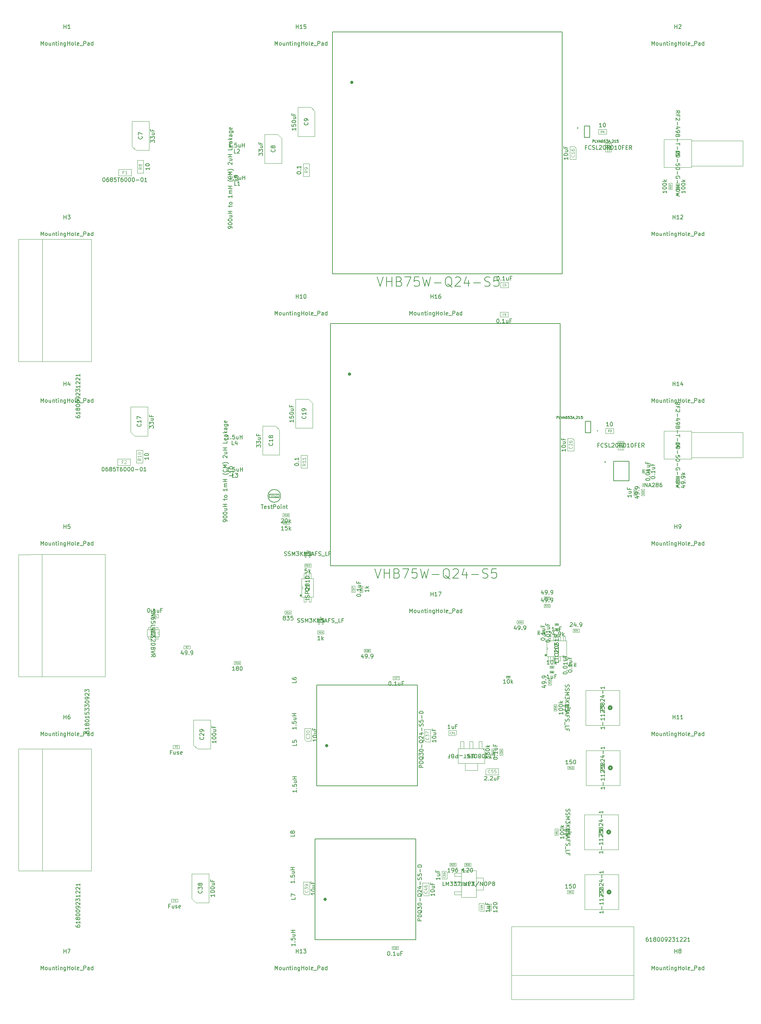
<source format=gbr>
%TF.GenerationSoftware,KiCad,Pcbnew,9.0.3*%
%TF.CreationDate,2025-09-16T12:32:26-04:00*%
%TF.ProjectId,CAEN_NEVIS_DAQ_PM5V,4341454e-5f4e-4455-9649-535f4441515f,rev?*%
%TF.SameCoordinates,Original*%
%TF.FileFunction,AssemblyDrawing,Top*%
%FSLAX46Y46*%
G04 Gerber Fmt 4.6, Leading zero omitted, Abs format (unit mm)*
G04 Created by KiCad (PCBNEW 9.0.3) date 2025-09-16 12:32:26*
%MOMM*%
%LPD*%
G01*
G04 APERTURE LIST*
%ADD10C,0.150000*%
%ADD11C,0.060000*%
%ADD12C,0.120000*%
%ADD13C,0.040000*%
%ADD14C,0.080000*%
%ADD15C,0.090000*%
%ADD16C,0.100000*%
%ADD17C,0.025400*%
%ADD18C,0.508000*%
%ADD19C,0.127000*%
%ADD20C,0.400000*%
%ADD21C,0.200000*%
G04 APERTURE END LIST*
D10*
X280188152Y-144694761D02*
X280854819Y-144694761D01*
X279807200Y-144932856D02*
X280521485Y-145170951D01*
X280521485Y-145170951D02*
X280521485Y-144551904D01*
X280854819Y-144123332D02*
X280854819Y-143932856D01*
X280854819Y-143932856D02*
X280807200Y-143837618D01*
X280807200Y-143837618D02*
X280759580Y-143789999D01*
X280759580Y-143789999D02*
X280616723Y-143694761D01*
X280616723Y-143694761D02*
X280426247Y-143647142D01*
X280426247Y-143647142D02*
X280045295Y-143647142D01*
X280045295Y-143647142D02*
X279950057Y-143694761D01*
X279950057Y-143694761D02*
X279902438Y-143742380D01*
X279902438Y-143742380D02*
X279854819Y-143837618D01*
X279854819Y-143837618D02*
X279854819Y-144028094D01*
X279854819Y-144028094D02*
X279902438Y-144123332D01*
X279902438Y-144123332D02*
X279950057Y-144170951D01*
X279950057Y-144170951D02*
X280045295Y-144218570D01*
X280045295Y-144218570D02*
X280283390Y-144218570D01*
X280283390Y-144218570D02*
X280378628Y-144170951D01*
X280378628Y-144170951D02*
X280426247Y-144123332D01*
X280426247Y-144123332D02*
X280473866Y-144028094D01*
X280473866Y-144028094D02*
X280473866Y-143837618D01*
X280473866Y-143837618D02*
X280426247Y-143742380D01*
X280426247Y-143742380D02*
X280378628Y-143694761D01*
X280378628Y-143694761D02*
X280283390Y-143647142D01*
X280759580Y-143218570D02*
X280807200Y-143170951D01*
X280807200Y-143170951D02*
X280854819Y-143218570D01*
X280854819Y-143218570D02*
X280807200Y-143266189D01*
X280807200Y-143266189D02*
X280759580Y-143218570D01*
X280759580Y-143218570D02*
X280854819Y-143218570D01*
X280854819Y-142694761D02*
X280854819Y-142504285D01*
X280854819Y-142504285D02*
X280807200Y-142409047D01*
X280807200Y-142409047D02*
X280759580Y-142361428D01*
X280759580Y-142361428D02*
X280616723Y-142266190D01*
X280616723Y-142266190D02*
X280426247Y-142218571D01*
X280426247Y-142218571D02*
X280045295Y-142218571D01*
X280045295Y-142218571D02*
X279950057Y-142266190D01*
X279950057Y-142266190D02*
X279902438Y-142313809D01*
X279902438Y-142313809D02*
X279854819Y-142409047D01*
X279854819Y-142409047D02*
X279854819Y-142599523D01*
X279854819Y-142599523D02*
X279902438Y-142694761D01*
X279902438Y-142694761D02*
X279950057Y-142742380D01*
X279950057Y-142742380D02*
X280045295Y-142789999D01*
X280045295Y-142789999D02*
X280283390Y-142789999D01*
X280283390Y-142789999D02*
X280378628Y-142742380D01*
X280378628Y-142742380D02*
X280426247Y-142694761D01*
X280426247Y-142694761D02*
X280473866Y-142599523D01*
X280473866Y-142599523D02*
X280473866Y-142409047D01*
X280473866Y-142409047D02*
X280426247Y-142313809D01*
X280426247Y-142313809D02*
X280378628Y-142266190D01*
X280378628Y-142266190D02*
X280283390Y-142218571D01*
X280854819Y-141789999D02*
X279854819Y-141789999D01*
X280473866Y-141694761D02*
X280854819Y-141409047D01*
X280188152Y-141409047D02*
X280569104Y-141789999D01*
D11*
X279151927Y-143547142D02*
X278961451Y-143680475D01*
X279151927Y-143775713D02*
X278751927Y-143775713D01*
X278751927Y-143775713D02*
X278751927Y-143623332D01*
X278751927Y-143623332D02*
X278770975Y-143585237D01*
X278770975Y-143585237D02*
X278790022Y-143566190D01*
X278790022Y-143566190D02*
X278828118Y-143547142D01*
X278828118Y-143547142D02*
X278885260Y-143547142D01*
X278885260Y-143547142D02*
X278923356Y-143566190D01*
X278923356Y-143566190D02*
X278942403Y-143585237D01*
X278942403Y-143585237D02*
X278961451Y-143623332D01*
X278961451Y-143623332D02*
X278961451Y-143775713D01*
X278790022Y-143394761D02*
X278770975Y-143375713D01*
X278770975Y-143375713D02*
X278751927Y-143337618D01*
X278751927Y-143337618D02*
X278751927Y-143242380D01*
X278751927Y-143242380D02*
X278770975Y-143204285D01*
X278770975Y-143204285D02*
X278790022Y-143185237D01*
X278790022Y-143185237D02*
X278828118Y-143166190D01*
X278828118Y-143166190D02*
X278866213Y-143166190D01*
X278866213Y-143166190D02*
X278923356Y-143185237D01*
X278923356Y-143185237D02*
X279151927Y-143413809D01*
X279151927Y-143413809D02*
X279151927Y-143166190D01*
X278923356Y-142937619D02*
X278904308Y-142975714D01*
X278904308Y-142975714D02*
X278885260Y-142994761D01*
X278885260Y-142994761D02*
X278847165Y-143013809D01*
X278847165Y-143013809D02*
X278828118Y-143013809D01*
X278828118Y-143013809D02*
X278790022Y-142994761D01*
X278790022Y-142994761D02*
X278770975Y-142975714D01*
X278770975Y-142975714D02*
X278751927Y-142937619D01*
X278751927Y-142937619D02*
X278751927Y-142861428D01*
X278751927Y-142861428D02*
X278770975Y-142823333D01*
X278770975Y-142823333D02*
X278790022Y-142804285D01*
X278790022Y-142804285D02*
X278828118Y-142785238D01*
X278828118Y-142785238D02*
X278847165Y-142785238D01*
X278847165Y-142785238D02*
X278885260Y-142804285D01*
X278885260Y-142804285D02*
X278904308Y-142823333D01*
X278904308Y-142823333D02*
X278923356Y-142861428D01*
X278923356Y-142861428D02*
X278923356Y-142937619D01*
X278923356Y-142937619D02*
X278942403Y-142975714D01*
X278942403Y-142975714D02*
X278961451Y-142994761D01*
X278961451Y-142994761D02*
X278999546Y-143013809D01*
X278999546Y-143013809D02*
X279075737Y-143013809D01*
X279075737Y-143013809D02*
X279113832Y-142994761D01*
X279113832Y-142994761D02*
X279132880Y-142975714D01*
X279132880Y-142975714D02*
X279151927Y-142937619D01*
X279151927Y-142937619D02*
X279151927Y-142861428D01*
X279151927Y-142861428D02*
X279132880Y-142823333D01*
X279132880Y-142823333D02*
X279113832Y-142804285D01*
X279113832Y-142804285D02*
X279075737Y-142785238D01*
X279075737Y-142785238D02*
X278999546Y-142785238D01*
X278999546Y-142785238D02*
X278961451Y-142804285D01*
X278961451Y-142804285D02*
X278942403Y-142823333D01*
X278942403Y-142823333D02*
X278923356Y-142861428D01*
D10*
X187561069Y-247221429D02*
X187561069Y-247792857D01*
X187561069Y-247507143D02*
X186561069Y-247507143D01*
X186561069Y-247507143D02*
X186703926Y-247602381D01*
X186703926Y-247602381D02*
X186799164Y-247697619D01*
X186799164Y-247697619D02*
X186846783Y-247792857D01*
X186561069Y-246602381D02*
X186561069Y-246507143D01*
X186561069Y-246507143D02*
X186608688Y-246411905D01*
X186608688Y-246411905D02*
X186656307Y-246364286D01*
X186656307Y-246364286D02*
X186751545Y-246316667D01*
X186751545Y-246316667D02*
X186942021Y-246269048D01*
X186942021Y-246269048D02*
X187180116Y-246269048D01*
X187180116Y-246269048D02*
X187370592Y-246316667D01*
X187370592Y-246316667D02*
X187465830Y-246364286D01*
X187465830Y-246364286D02*
X187513450Y-246411905D01*
X187513450Y-246411905D02*
X187561069Y-246507143D01*
X187561069Y-246507143D02*
X187561069Y-246602381D01*
X187561069Y-246602381D02*
X187513450Y-246697619D01*
X187513450Y-246697619D02*
X187465830Y-246745238D01*
X187465830Y-246745238D02*
X187370592Y-246792857D01*
X187370592Y-246792857D02*
X187180116Y-246840476D01*
X187180116Y-246840476D02*
X186942021Y-246840476D01*
X186942021Y-246840476D02*
X186751545Y-246792857D01*
X186751545Y-246792857D02*
X186656307Y-246745238D01*
X186656307Y-246745238D02*
X186608688Y-246697619D01*
X186608688Y-246697619D02*
X186561069Y-246602381D01*
X186894402Y-245411905D02*
X187561069Y-245411905D01*
X186894402Y-245840476D02*
X187418211Y-245840476D01*
X187418211Y-245840476D02*
X187513450Y-245792857D01*
X187513450Y-245792857D02*
X187561069Y-245697619D01*
X187561069Y-245697619D02*
X187561069Y-245554762D01*
X187561069Y-245554762D02*
X187513450Y-245459524D01*
X187513450Y-245459524D02*
X187465830Y-245411905D01*
X187037259Y-244602381D02*
X187037259Y-244935714D01*
X187561069Y-244935714D02*
X186561069Y-244935714D01*
X186561069Y-244935714D02*
X186561069Y-244459524D01*
D12*
X185643914Y-246664286D02*
X185682010Y-246702382D01*
X185682010Y-246702382D02*
X185720105Y-246816667D01*
X185720105Y-246816667D02*
X185720105Y-246892858D01*
X185720105Y-246892858D02*
X185682010Y-247007144D01*
X185682010Y-247007144D02*
X185605819Y-247083334D01*
X185605819Y-247083334D02*
X185529629Y-247121429D01*
X185529629Y-247121429D02*
X185377248Y-247159525D01*
X185377248Y-247159525D02*
X185262962Y-247159525D01*
X185262962Y-247159525D02*
X185110581Y-247121429D01*
X185110581Y-247121429D02*
X185034390Y-247083334D01*
X185034390Y-247083334D02*
X184958200Y-247007144D01*
X184958200Y-247007144D02*
X184920105Y-246892858D01*
X184920105Y-246892858D02*
X184920105Y-246816667D01*
X184920105Y-246816667D02*
X184958200Y-246702382D01*
X184958200Y-246702382D02*
X184996295Y-246664286D01*
X184920105Y-246397620D02*
X184920105Y-245902382D01*
X184920105Y-245902382D02*
X185224867Y-246169048D01*
X185224867Y-246169048D02*
X185224867Y-246054763D01*
X185224867Y-246054763D02*
X185262962Y-245978572D01*
X185262962Y-245978572D02*
X185301057Y-245940477D01*
X185301057Y-245940477D02*
X185377248Y-245902382D01*
X185377248Y-245902382D02*
X185567724Y-245902382D01*
X185567724Y-245902382D02*
X185643914Y-245940477D01*
X185643914Y-245940477D02*
X185682010Y-245978572D01*
X185682010Y-245978572D02*
X185720105Y-246054763D01*
X185720105Y-246054763D02*
X185720105Y-246283334D01*
X185720105Y-246283334D02*
X185682010Y-246359525D01*
X185682010Y-246359525D02*
X185643914Y-246397620D01*
X185720105Y-245521429D02*
X185720105Y-245369048D01*
X185720105Y-245369048D02*
X185682010Y-245292858D01*
X185682010Y-245292858D02*
X185643914Y-245254762D01*
X185643914Y-245254762D02*
X185529629Y-245178572D01*
X185529629Y-245178572D02*
X185377248Y-245140477D01*
X185377248Y-245140477D02*
X185072486Y-245140477D01*
X185072486Y-245140477D02*
X184996295Y-245178572D01*
X184996295Y-245178572D02*
X184958200Y-245216667D01*
X184958200Y-245216667D02*
X184920105Y-245292858D01*
X184920105Y-245292858D02*
X184920105Y-245445239D01*
X184920105Y-245445239D02*
X184958200Y-245521429D01*
X184958200Y-245521429D02*
X184996295Y-245559524D01*
X184996295Y-245559524D02*
X185072486Y-245597620D01*
X185072486Y-245597620D02*
X185262962Y-245597620D01*
X185262962Y-245597620D02*
X185339152Y-245559524D01*
X185339152Y-245559524D02*
X185377248Y-245521429D01*
X185377248Y-245521429D02*
X185415343Y-245445239D01*
X185415343Y-245445239D02*
X185415343Y-245292858D01*
X185415343Y-245292858D02*
X185377248Y-245216667D01*
X185377248Y-245216667D02*
X185339152Y-245178572D01*
X185339152Y-245178572D02*
X185262962Y-245140477D01*
D10*
X244509819Y-183362856D02*
X244509819Y-183267618D01*
X244509819Y-183267618D02*
X244557438Y-183172380D01*
X244557438Y-183172380D02*
X244605057Y-183124761D01*
X244605057Y-183124761D02*
X244700295Y-183077142D01*
X244700295Y-183077142D02*
X244890771Y-183029523D01*
X244890771Y-183029523D02*
X245128866Y-183029523D01*
X245128866Y-183029523D02*
X245319342Y-183077142D01*
X245319342Y-183077142D02*
X245414580Y-183124761D01*
X245414580Y-183124761D02*
X245462200Y-183172380D01*
X245462200Y-183172380D02*
X245509819Y-183267618D01*
X245509819Y-183267618D02*
X245509819Y-183362856D01*
X245509819Y-183362856D02*
X245462200Y-183458094D01*
X245462200Y-183458094D02*
X245414580Y-183505713D01*
X245414580Y-183505713D02*
X245319342Y-183553332D01*
X245319342Y-183553332D02*
X245128866Y-183600951D01*
X245128866Y-183600951D02*
X244890771Y-183600951D01*
X244890771Y-183600951D02*
X244700295Y-183553332D01*
X244700295Y-183553332D02*
X244605057Y-183505713D01*
X244605057Y-183505713D02*
X244557438Y-183458094D01*
X244557438Y-183458094D02*
X244509819Y-183362856D01*
X245414580Y-182600951D02*
X245462200Y-182553332D01*
X245462200Y-182553332D02*
X245509819Y-182600951D01*
X245509819Y-182600951D02*
X245462200Y-182648570D01*
X245462200Y-182648570D02*
X245414580Y-182600951D01*
X245414580Y-182600951D02*
X245509819Y-182600951D01*
X245509819Y-181600952D02*
X245509819Y-182172380D01*
X245509819Y-181886666D02*
X244509819Y-181886666D01*
X244509819Y-181886666D02*
X244652676Y-181981904D01*
X244652676Y-181981904D02*
X244747914Y-182077142D01*
X244747914Y-182077142D02*
X244795533Y-182172380D01*
X244843152Y-180743809D02*
X245509819Y-180743809D01*
X244843152Y-181172380D02*
X245366961Y-181172380D01*
X245366961Y-181172380D02*
X245462200Y-181124761D01*
X245462200Y-181124761D02*
X245509819Y-181029523D01*
X245509819Y-181029523D02*
X245509819Y-180886666D01*
X245509819Y-180886666D02*
X245462200Y-180791428D01*
X245462200Y-180791428D02*
X245414580Y-180743809D01*
X244986009Y-179934285D02*
X244986009Y-180267618D01*
X245509819Y-180267618D02*
X244509819Y-180267618D01*
X244509819Y-180267618D02*
X244509819Y-179791428D01*
D13*
X243984765Y-181880714D02*
X243996670Y-181892618D01*
X243996670Y-181892618D02*
X244008574Y-181928333D01*
X244008574Y-181928333D02*
X244008574Y-181952142D01*
X244008574Y-181952142D02*
X243996670Y-181987856D01*
X243996670Y-181987856D02*
X243972860Y-182011666D01*
X243972860Y-182011666D02*
X243949050Y-182023571D01*
X243949050Y-182023571D02*
X243901431Y-182035475D01*
X243901431Y-182035475D02*
X243865717Y-182035475D01*
X243865717Y-182035475D02*
X243818098Y-182023571D01*
X243818098Y-182023571D02*
X243794289Y-182011666D01*
X243794289Y-182011666D02*
X243770479Y-181987856D01*
X243770479Y-181987856D02*
X243758574Y-181952142D01*
X243758574Y-181952142D02*
X243758574Y-181928333D01*
X243758574Y-181928333D02*
X243770479Y-181892618D01*
X243770479Y-181892618D02*
X243782384Y-181880714D01*
X243758574Y-181666428D02*
X243758574Y-181714047D01*
X243758574Y-181714047D02*
X243770479Y-181737856D01*
X243770479Y-181737856D02*
X243782384Y-181749761D01*
X243782384Y-181749761D02*
X243818098Y-181773571D01*
X243818098Y-181773571D02*
X243865717Y-181785475D01*
X243865717Y-181785475D02*
X243960955Y-181785475D01*
X243960955Y-181785475D02*
X243984765Y-181773571D01*
X243984765Y-181773571D02*
X243996670Y-181761666D01*
X243996670Y-181761666D02*
X244008574Y-181737856D01*
X244008574Y-181737856D02*
X244008574Y-181690237D01*
X244008574Y-181690237D02*
X243996670Y-181666428D01*
X243996670Y-181666428D02*
X243984765Y-181654523D01*
X243984765Y-181654523D02*
X243960955Y-181642618D01*
X243960955Y-181642618D02*
X243901431Y-181642618D01*
X243901431Y-181642618D02*
X243877622Y-181654523D01*
X243877622Y-181654523D02*
X243865717Y-181666428D01*
X243865717Y-181666428D02*
X243853812Y-181690237D01*
X243853812Y-181690237D02*
X243853812Y-181737856D01*
X243853812Y-181737856D02*
X243865717Y-181761666D01*
X243865717Y-181761666D02*
X243877622Y-181773571D01*
X243877622Y-181773571D02*
X243901431Y-181785475D01*
X243758574Y-181559285D02*
X243758574Y-181404523D01*
X243758574Y-181404523D02*
X243853812Y-181487857D01*
X243853812Y-181487857D02*
X243853812Y-181452142D01*
X243853812Y-181452142D02*
X243865717Y-181428333D01*
X243865717Y-181428333D02*
X243877622Y-181416428D01*
X243877622Y-181416428D02*
X243901431Y-181404523D01*
X243901431Y-181404523D02*
X243960955Y-181404523D01*
X243960955Y-181404523D02*
X243984765Y-181416428D01*
X243984765Y-181416428D02*
X243996670Y-181428333D01*
X243996670Y-181428333D02*
X244008574Y-181452142D01*
X244008574Y-181452142D02*
X244008574Y-181523571D01*
X244008574Y-181523571D02*
X243996670Y-181547380D01*
X243996670Y-181547380D02*
X243984765Y-181559285D01*
D10*
X177428571Y-266654819D02*
X177428571Y-265654819D01*
X177428571Y-265654819D02*
X177761904Y-266369104D01*
X177761904Y-266369104D02*
X178095237Y-265654819D01*
X178095237Y-265654819D02*
X178095237Y-266654819D01*
X178714285Y-266654819D02*
X178619047Y-266607200D01*
X178619047Y-266607200D02*
X178571428Y-266559580D01*
X178571428Y-266559580D02*
X178523809Y-266464342D01*
X178523809Y-266464342D02*
X178523809Y-266178628D01*
X178523809Y-266178628D02*
X178571428Y-266083390D01*
X178571428Y-266083390D02*
X178619047Y-266035771D01*
X178619047Y-266035771D02*
X178714285Y-265988152D01*
X178714285Y-265988152D02*
X178857142Y-265988152D01*
X178857142Y-265988152D02*
X178952380Y-266035771D01*
X178952380Y-266035771D02*
X178999999Y-266083390D01*
X178999999Y-266083390D02*
X179047618Y-266178628D01*
X179047618Y-266178628D02*
X179047618Y-266464342D01*
X179047618Y-266464342D02*
X178999999Y-266559580D01*
X178999999Y-266559580D02*
X178952380Y-266607200D01*
X178952380Y-266607200D02*
X178857142Y-266654819D01*
X178857142Y-266654819D02*
X178714285Y-266654819D01*
X179904761Y-265988152D02*
X179904761Y-266654819D01*
X179476190Y-265988152D02*
X179476190Y-266511961D01*
X179476190Y-266511961D02*
X179523809Y-266607200D01*
X179523809Y-266607200D02*
X179619047Y-266654819D01*
X179619047Y-266654819D02*
X179761904Y-266654819D01*
X179761904Y-266654819D02*
X179857142Y-266607200D01*
X179857142Y-266607200D02*
X179904761Y-266559580D01*
X180380952Y-265988152D02*
X180380952Y-266654819D01*
X180380952Y-266083390D02*
X180428571Y-266035771D01*
X180428571Y-266035771D02*
X180523809Y-265988152D01*
X180523809Y-265988152D02*
X180666666Y-265988152D01*
X180666666Y-265988152D02*
X180761904Y-266035771D01*
X180761904Y-266035771D02*
X180809523Y-266131009D01*
X180809523Y-266131009D02*
X180809523Y-266654819D01*
X181142857Y-265988152D02*
X181523809Y-265988152D01*
X181285714Y-265654819D02*
X181285714Y-266511961D01*
X181285714Y-266511961D02*
X181333333Y-266607200D01*
X181333333Y-266607200D02*
X181428571Y-266654819D01*
X181428571Y-266654819D02*
X181523809Y-266654819D01*
X181857143Y-266654819D02*
X181857143Y-265988152D01*
X181857143Y-265654819D02*
X181809524Y-265702438D01*
X181809524Y-265702438D02*
X181857143Y-265750057D01*
X181857143Y-265750057D02*
X181904762Y-265702438D01*
X181904762Y-265702438D02*
X181857143Y-265654819D01*
X181857143Y-265654819D02*
X181857143Y-265750057D01*
X182333333Y-265988152D02*
X182333333Y-266654819D01*
X182333333Y-266083390D02*
X182380952Y-266035771D01*
X182380952Y-266035771D02*
X182476190Y-265988152D01*
X182476190Y-265988152D02*
X182619047Y-265988152D01*
X182619047Y-265988152D02*
X182714285Y-266035771D01*
X182714285Y-266035771D02*
X182761904Y-266131009D01*
X182761904Y-266131009D02*
X182761904Y-266654819D01*
X183666666Y-265988152D02*
X183666666Y-266797676D01*
X183666666Y-266797676D02*
X183619047Y-266892914D01*
X183619047Y-266892914D02*
X183571428Y-266940533D01*
X183571428Y-266940533D02*
X183476190Y-266988152D01*
X183476190Y-266988152D02*
X183333333Y-266988152D01*
X183333333Y-266988152D02*
X183238095Y-266940533D01*
X183666666Y-266607200D02*
X183571428Y-266654819D01*
X183571428Y-266654819D02*
X183380952Y-266654819D01*
X183380952Y-266654819D02*
X183285714Y-266607200D01*
X183285714Y-266607200D02*
X183238095Y-266559580D01*
X183238095Y-266559580D02*
X183190476Y-266464342D01*
X183190476Y-266464342D02*
X183190476Y-266178628D01*
X183190476Y-266178628D02*
X183238095Y-266083390D01*
X183238095Y-266083390D02*
X183285714Y-266035771D01*
X183285714Y-266035771D02*
X183380952Y-265988152D01*
X183380952Y-265988152D02*
X183571428Y-265988152D01*
X183571428Y-265988152D02*
X183666666Y-266035771D01*
X184142857Y-266654819D02*
X184142857Y-265654819D01*
X184142857Y-266131009D02*
X184714285Y-266131009D01*
X184714285Y-266654819D02*
X184714285Y-265654819D01*
X185333333Y-266654819D02*
X185238095Y-266607200D01*
X185238095Y-266607200D02*
X185190476Y-266559580D01*
X185190476Y-266559580D02*
X185142857Y-266464342D01*
X185142857Y-266464342D02*
X185142857Y-266178628D01*
X185142857Y-266178628D02*
X185190476Y-266083390D01*
X185190476Y-266083390D02*
X185238095Y-266035771D01*
X185238095Y-266035771D02*
X185333333Y-265988152D01*
X185333333Y-265988152D02*
X185476190Y-265988152D01*
X185476190Y-265988152D02*
X185571428Y-266035771D01*
X185571428Y-266035771D02*
X185619047Y-266083390D01*
X185619047Y-266083390D02*
X185666666Y-266178628D01*
X185666666Y-266178628D02*
X185666666Y-266464342D01*
X185666666Y-266464342D02*
X185619047Y-266559580D01*
X185619047Y-266559580D02*
X185571428Y-266607200D01*
X185571428Y-266607200D02*
X185476190Y-266654819D01*
X185476190Y-266654819D02*
X185333333Y-266654819D01*
X186238095Y-266654819D02*
X186142857Y-266607200D01*
X186142857Y-266607200D02*
X186095238Y-266511961D01*
X186095238Y-266511961D02*
X186095238Y-265654819D01*
X187000000Y-266607200D02*
X186904762Y-266654819D01*
X186904762Y-266654819D02*
X186714286Y-266654819D01*
X186714286Y-266654819D02*
X186619048Y-266607200D01*
X186619048Y-266607200D02*
X186571429Y-266511961D01*
X186571429Y-266511961D02*
X186571429Y-266131009D01*
X186571429Y-266131009D02*
X186619048Y-266035771D01*
X186619048Y-266035771D02*
X186714286Y-265988152D01*
X186714286Y-265988152D02*
X186904762Y-265988152D01*
X186904762Y-265988152D02*
X187000000Y-266035771D01*
X187000000Y-266035771D02*
X187047619Y-266131009D01*
X187047619Y-266131009D02*
X187047619Y-266226247D01*
X187047619Y-266226247D02*
X186571429Y-266321485D01*
X187238096Y-266750057D02*
X188000000Y-266750057D01*
X188238096Y-266654819D02*
X188238096Y-265654819D01*
X188238096Y-265654819D02*
X188619048Y-265654819D01*
X188619048Y-265654819D02*
X188714286Y-265702438D01*
X188714286Y-265702438D02*
X188761905Y-265750057D01*
X188761905Y-265750057D02*
X188809524Y-265845295D01*
X188809524Y-265845295D02*
X188809524Y-265988152D01*
X188809524Y-265988152D02*
X188761905Y-266083390D01*
X188761905Y-266083390D02*
X188714286Y-266131009D01*
X188714286Y-266131009D02*
X188619048Y-266178628D01*
X188619048Y-266178628D02*
X188238096Y-266178628D01*
X189666667Y-266654819D02*
X189666667Y-266131009D01*
X189666667Y-266131009D02*
X189619048Y-266035771D01*
X189619048Y-266035771D02*
X189523810Y-265988152D01*
X189523810Y-265988152D02*
X189333334Y-265988152D01*
X189333334Y-265988152D02*
X189238096Y-266035771D01*
X189666667Y-266607200D02*
X189571429Y-266654819D01*
X189571429Y-266654819D02*
X189333334Y-266654819D01*
X189333334Y-266654819D02*
X189238096Y-266607200D01*
X189238096Y-266607200D02*
X189190477Y-266511961D01*
X189190477Y-266511961D02*
X189190477Y-266416723D01*
X189190477Y-266416723D02*
X189238096Y-266321485D01*
X189238096Y-266321485D02*
X189333334Y-266273866D01*
X189333334Y-266273866D02*
X189571429Y-266273866D01*
X189571429Y-266273866D02*
X189666667Y-266226247D01*
X190571429Y-266654819D02*
X190571429Y-265654819D01*
X190571429Y-266607200D02*
X190476191Y-266654819D01*
X190476191Y-266654819D02*
X190285715Y-266654819D01*
X190285715Y-266654819D02*
X190190477Y-266607200D01*
X190190477Y-266607200D02*
X190142858Y-266559580D01*
X190142858Y-266559580D02*
X190095239Y-266464342D01*
X190095239Y-266464342D02*
X190095239Y-266178628D01*
X190095239Y-266178628D02*
X190142858Y-266083390D01*
X190142858Y-266083390D02*
X190190477Y-266035771D01*
X190190477Y-266035771D02*
X190285715Y-265988152D01*
X190285715Y-265988152D02*
X190476191Y-265988152D01*
X190476191Y-265988152D02*
X190571429Y-266035771D01*
X182761905Y-262454819D02*
X182761905Y-261454819D01*
X182761905Y-261931009D02*
X183333333Y-261931009D01*
X183333333Y-262454819D02*
X183333333Y-261454819D01*
X184333333Y-262454819D02*
X183761905Y-262454819D01*
X184047619Y-262454819D02*
X184047619Y-261454819D01*
X184047619Y-261454819D02*
X183952381Y-261597676D01*
X183952381Y-261597676D02*
X183857143Y-261692914D01*
X183857143Y-261692914D02*
X183761905Y-261740533D01*
X184666667Y-261454819D02*
X185285714Y-261454819D01*
X185285714Y-261454819D02*
X184952381Y-261835771D01*
X184952381Y-261835771D02*
X185095238Y-261835771D01*
X185095238Y-261835771D02*
X185190476Y-261883390D01*
X185190476Y-261883390D02*
X185238095Y-261931009D01*
X185238095Y-261931009D02*
X185285714Y-262026247D01*
X185285714Y-262026247D02*
X185285714Y-262264342D01*
X185285714Y-262264342D02*
X185238095Y-262359580D01*
X185238095Y-262359580D02*
X185190476Y-262407200D01*
X185190476Y-262407200D02*
X185095238Y-262454819D01*
X185095238Y-262454819D02*
X184809524Y-262454819D01*
X184809524Y-262454819D02*
X184714286Y-262407200D01*
X184714286Y-262407200D02*
X184666667Y-262359580D01*
X162579819Y-208907619D02*
X162579819Y-209479047D01*
X162579819Y-209193333D02*
X161579819Y-209193333D01*
X161579819Y-209193333D02*
X161722676Y-209288571D01*
X161722676Y-209288571D02*
X161817914Y-209383809D01*
X161817914Y-209383809D02*
X161865533Y-209479047D01*
X161579819Y-208288571D02*
X161579819Y-208193333D01*
X161579819Y-208193333D02*
X161627438Y-208098095D01*
X161627438Y-208098095D02*
X161675057Y-208050476D01*
X161675057Y-208050476D02*
X161770295Y-208002857D01*
X161770295Y-208002857D02*
X161960771Y-207955238D01*
X161960771Y-207955238D02*
X162198866Y-207955238D01*
X162198866Y-207955238D02*
X162389342Y-208002857D01*
X162389342Y-208002857D02*
X162484580Y-208050476D01*
X162484580Y-208050476D02*
X162532200Y-208098095D01*
X162532200Y-208098095D02*
X162579819Y-208193333D01*
X162579819Y-208193333D02*
X162579819Y-208288571D01*
X162579819Y-208288571D02*
X162532200Y-208383809D01*
X162532200Y-208383809D02*
X162484580Y-208431428D01*
X162484580Y-208431428D02*
X162389342Y-208479047D01*
X162389342Y-208479047D02*
X162198866Y-208526666D01*
X162198866Y-208526666D02*
X161960771Y-208526666D01*
X161960771Y-208526666D02*
X161770295Y-208479047D01*
X161770295Y-208479047D02*
X161675057Y-208431428D01*
X161675057Y-208431428D02*
X161627438Y-208383809D01*
X161627438Y-208383809D02*
X161579819Y-208288571D01*
X161579819Y-207336190D02*
X161579819Y-207240952D01*
X161579819Y-207240952D02*
X161627438Y-207145714D01*
X161627438Y-207145714D02*
X161675057Y-207098095D01*
X161675057Y-207098095D02*
X161770295Y-207050476D01*
X161770295Y-207050476D02*
X161960771Y-207002857D01*
X161960771Y-207002857D02*
X162198866Y-207002857D01*
X162198866Y-207002857D02*
X162389342Y-207050476D01*
X162389342Y-207050476D02*
X162484580Y-207098095D01*
X162484580Y-207098095D02*
X162532200Y-207145714D01*
X162532200Y-207145714D02*
X162579819Y-207240952D01*
X162579819Y-207240952D02*
X162579819Y-207336190D01*
X162579819Y-207336190D02*
X162532200Y-207431428D01*
X162532200Y-207431428D02*
X162484580Y-207479047D01*
X162484580Y-207479047D02*
X162389342Y-207526666D01*
X162389342Y-207526666D02*
X162198866Y-207574285D01*
X162198866Y-207574285D02*
X161960771Y-207574285D01*
X161960771Y-207574285D02*
X161770295Y-207526666D01*
X161770295Y-207526666D02*
X161675057Y-207479047D01*
X161675057Y-207479047D02*
X161627438Y-207431428D01*
X161627438Y-207431428D02*
X161579819Y-207336190D01*
X161913152Y-206145714D02*
X162579819Y-206145714D01*
X161913152Y-206574285D02*
X162436961Y-206574285D01*
X162436961Y-206574285D02*
X162532200Y-206526666D01*
X162532200Y-206526666D02*
X162579819Y-206431428D01*
X162579819Y-206431428D02*
X162579819Y-206288571D01*
X162579819Y-206288571D02*
X162532200Y-206193333D01*
X162532200Y-206193333D02*
X162484580Y-206145714D01*
X162056009Y-205336190D02*
X162056009Y-205669523D01*
X162579819Y-205669523D02*
X161579819Y-205669523D01*
X161579819Y-205669523D02*
X161579819Y-205193333D01*
X159384580Y-208002857D02*
X159432200Y-208050476D01*
X159432200Y-208050476D02*
X159479819Y-208193333D01*
X159479819Y-208193333D02*
X159479819Y-208288571D01*
X159479819Y-208288571D02*
X159432200Y-208431428D01*
X159432200Y-208431428D02*
X159336961Y-208526666D01*
X159336961Y-208526666D02*
X159241723Y-208574285D01*
X159241723Y-208574285D02*
X159051247Y-208621904D01*
X159051247Y-208621904D02*
X158908390Y-208621904D01*
X158908390Y-208621904D02*
X158717914Y-208574285D01*
X158717914Y-208574285D02*
X158622676Y-208526666D01*
X158622676Y-208526666D02*
X158527438Y-208431428D01*
X158527438Y-208431428D02*
X158479819Y-208288571D01*
X158479819Y-208288571D02*
X158479819Y-208193333D01*
X158479819Y-208193333D02*
X158527438Y-208050476D01*
X158527438Y-208050476D02*
X158575057Y-208002857D01*
X158575057Y-207621904D02*
X158527438Y-207574285D01*
X158527438Y-207574285D02*
X158479819Y-207479047D01*
X158479819Y-207479047D02*
X158479819Y-207240952D01*
X158479819Y-207240952D02*
X158527438Y-207145714D01*
X158527438Y-207145714D02*
X158575057Y-207098095D01*
X158575057Y-207098095D02*
X158670295Y-207050476D01*
X158670295Y-207050476D02*
X158765533Y-207050476D01*
X158765533Y-207050476D02*
X158908390Y-207098095D01*
X158908390Y-207098095D02*
X159479819Y-207669523D01*
X159479819Y-207669523D02*
X159479819Y-207050476D01*
X159479819Y-206574285D02*
X159479819Y-206383809D01*
X159479819Y-206383809D02*
X159432200Y-206288571D01*
X159432200Y-206288571D02*
X159384580Y-206240952D01*
X159384580Y-206240952D02*
X159241723Y-206145714D01*
X159241723Y-206145714D02*
X159051247Y-206098095D01*
X159051247Y-206098095D02*
X158670295Y-206098095D01*
X158670295Y-206098095D02*
X158575057Y-206145714D01*
X158575057Y-206145714D02*
X158527438Y-206193333D01*
X158527438Y-206193333D02*
X158479819Y-206288571D01*
X158479819Y-206288571D02*
X158479819Y-206479047D01*
X158479819Y-206479047D02*
X158527438Y-206574285D01*
X158527438Y-206574285D02*
X158575057Y-206621904D01*
X158575057Y-206621904D02*
X158670295Y-206669523D01*
X158670295Y-206669523D02*
X158908390Y-206669523D01*
X158908390Y-206669523D02*
X159003628Y-206621904D01*
X159003628Y-206621904D02*
X159051247Y-206574285D01*
X159051247Y-206574285D02*
X159098866Y-206479047D01*
X159098866Y-206479047D02*
X159098866Y-206288571D01*
X159098866Y-206288571D02*
X159051247Y-206193333D01*
X159051247Y-206193333D02*
X159003628Y-206145714D01*
X159003628Y-206145714D02*
X158908390Y-206098095D01*
X118428571Y-207654819D02*
X118428571Y-206654819D01*
X118428571Y-206654819D02*
X118761904Y-207369104D01*
X118761904Y-207369104D02*
X119095237Y-206654819D01*
X119095237Y-206654819D02*
X119095237Y-207654819D01*
X119714285Y-207654819D02*
X119619047Y-207607200D01*
X119619047Y-207607200D02*
X119571428Y-207559580D01*
X119571428Y-207559580D02*
X119523809Y-207464342D01*
X119523809Y-207464342D02*
X119523809Y-207178628D01*
X119523809Y-207178628D02*
X119571428Y-207083390D01*
X119571428Y-207083390D02*
X119619047Y-207035771D01*
X119619047Y-207035771D02*
X119714285Y-206988152D01*
X119714285Y-206988152D02*
X119857142Y-206988152D01*
X119857142Y-206988152D02*
X119952380Y-207035771D01*
X119952380Y-207035771D02*
X119999999Y-207083390D01*
X119999999Y-207083390D02*
X120047618Y-207178628D01*
X120047618Y-207178628D02*
X120047618Y-207464342D01*
X120047618Y-207464342D02*
X119999999Y-207559580D01*
X119999999Y-207559580D02*
X119952380Y-207607200D01*
X119952380Y-207607200D02*
X119857142Y-207654819D01*
X119857142Y-207654819D02*
X119714285Y-207654819D01*
X120904761Y-206988152D02*
X120904761Y-207654819D01*
X120476190Y-206988152D02*
X120476190Y-207511961D01*
X120476190Y-207511961D02*
X120523809Y-207607200D01*
X120523809Y-207607200D02*
X120619047Y-207654819D01*
X120619047Y-207654819D02*
X120761904Y-207654819D01*
X120761904Y-207654819D02*
X120857142Y-207607200D01*
X120857142Y-207607200D02*
X120904761Y-207559580D01*
X121380952Y-206988152D02*
X121380952Y-207654819D01*
X121380952Y-207083390D02*
X121428571Y-207035771D01*
X121428571Y-207035771D02*
X121523809Y-206988152D01*
X121523809Y-206988152D02*
X121666666Y-206988152D01*
X121666666Y-206988152D02*
X121761904Y-207035771D01*
X121761904Y-207035771D02*
X121809523Y-207131009D01*
X121809523Y-207131009D02*
X121809523Y-207654819D01*
X122142857Y-206988152D02*
X122523809Y-206988152D01*
X122285714Y-206654819D02*
X122285714Y-207511961D01*
X122285714Y-207511961D02*
X122333333Y-207607200D01*
X122333333Y-207607200D02*
X122428571Y-207654819D01*
X122428571Y-207654819D02*
X122523809Y-207654819D01*
X122857143Y-207654819D02*
X122857143Y-206988152D01*
X122857143Y-206654819D02*
X122809524Y-206702438D01*
X122809524Y-206702438D02*
X122857143Y-206750057D01*
X122857143Y-206750057D02*
X122904762Y-206702438D01*
X122904762Y-206702438D02*
X122857143Y-206654819D01*
X122857143Y-206654819D02*
X122857143Y-206750057D01*
X123333333Y-206988152D02*
X123333333Y-207654819D01*
X123333333Y-207083390D02*
X123380952Y-207035771D01*
X123380952Y-207035771D02*
X123476190Y-206988152D01*
X123476190Y-206988152D02*
X123619047Y-206988152D01*
X123619047Y-206988152D02*
X123714285Y-207035771D01*
X123714285Y-207035771D02*
X123761904Y-207131009D01*
X123761904Y-207131009D02*
X123761904Y-207654819D01*
X124666666Y-206988152D02*
X124666666Y-207797676D01*
X124666666Y-207797676D02*
X124619047Y-207892914D01*
X124619047Y-207892914D02*
X124571428Y-207940533D01*
X124571428Y-207940533D02*
X124476190Y-207988152D01*
X124476190Y-207988152D02*
X124333333Y-207988152D01*
X124333333Y-207988152D02*
X124238095Y-207940533D01*
X124666666Y-207607200D02*
X124571428Y-207654819D01*
X124571428Y-207654819D02*
X124380952Y-207654819D01*
X124380952Y-207654819D02*
X124285714Y-207607200D01*
X124285714Y-207607200D02*
X124238095Y-207559580D01*
X124238095Y-207559580D02*
X124190476Y-207464342D01*
X124190476Y-207464342D02*
X124190476Y-207178628D01*
X124190476Y-207178628D02*
X124238095Y-207083390D01*
X124238095Y-207083390D02*
X124285714Y-207035771D01*
X124285714Y-207035771D02*
X124380952Y-206988152D01*
X124380952Y-206988152D02*
X124571428Y-206988152D01*
X124571428Y-206988152D02*
X124666666Y-207035771D01*
X125142857Y-207654819D02*
X125142857Y-206654819D01*
X125142857Y-207131009D02*
X125714285Y-207131009D01*
X125714285Y-207654819D02*
X125714285Y-206654819D01*
X126333333Y-207654819D02*
X126238095Y-207607200D01*
X126238095Y-207607200D02*
X126190476Y-207559580D01*
X126190476Y-207559580D02*
X126142857Y-207464342D01*
X126142857Y-207464342D02*
X126142857Y-207178628D01*
X126142857Y-207178628D02*
X126190476Y-207083390D01*
X126190476Y-207083390D02*
X126238095Y-207035771D01*
X126238095Y-207035771D02*
X126333333Y-206988152D01*
X126333333Y-206988152D02*
X126476190Y-206988152D01*
X126476190Y-206988152D02*
X126571428Y-207035771D01*
X126571428Y-207035771D02*
X126619047Y-207083390D01*
X126619047Y-207083390D02*
X126666666Y-207178628D01*
X126666666Y-207178628D02*
X126666666Y-207464342D01*
X126666666Y-207464342D02*
X126619047Y-207559580D01*
X126619047Y-207559580D02*
X126571428Y-207607200D01*
X126571428Y-207607200D02*
X126476190Y-207654819D01*
X126476190Y-207654819D02*
X126333333Y-207654819D01*
X127238095Y-207654819D02*
X127142857Y-207607200D01*
X127142857Y-207607200D02*
X127095238Y-207511961D01*
X127095238Y-207511961D02*
X127095238Y-206654819D01*
X128000000Y-207607200D02*
X127904762Y-207654819D01*
X127904762Y-207654819D02*
X127714286Y-207654819D01*
X127714286Y-207654819D02*
X127619048Y-207607200D01*
X127619048Y-207607200D02*
X127571429Y-207511961D01*
X127571429Y-207511961D02*
X127571429Y-207131009D01*
X127571429Y-207131009D02*
X127619048Y-207035771D01*
X127619048Y-207035771D02*
X127714286Y-206988152D01*
X127714286Y-206988152D02*
X127904762Y-206988152D01*
X127904762Y-206988152D02*
X128000000Y-207035771D01*
X128000000Y-207035771D02*
X128047619Y-207131009D01*
X128047619Y-207131009D02*
X128047619Y-207226247D01*
X128047619Y-207226247D02*
X127571429Y-207321485D01*
X128238096Y-207750057D02*
X129000000Y-207750057D01*
X129238096Y-207654819D02*
X129238096Y-206654819D01*
X129238096Y-206654819D02*
X129619048Y-206654819D01*
X129619048Y-206654819D02*
X129714286Y-206702438D01*
X129714286Y-206702438D02*
X129761905Y-206750057D01*
X129761905Y-206750057D02*
X129809524Y-206845295D01*
X129809524Y-206845295D02*
X129809524Y-206988152D01*
X129809524Y-206988152D02*
X129761905Y-207083390D01*
X129761905Y-207083390D02*
X129714286Y-207131009D01*
X129714286Y-207131009D02*
X129619048Y-207178628D01*
X129619048Y-207178628D02*
X129238096Y-207178628D01*
X130666667Y-207654819D02*
X130666667Y-207131009D01*
X130666667Y-207131009D02*
X130619048Y-207035771D01*
X130619048Y-207035771D02*
X130523810Y-206988152D01*
X130523810Y-206988152D02*
X130333334Y-206988152D01*
X130333334Y-206988152D02*
X130238096Y-207035771D01*
X130666667Y-207607200D02*
X130571429Y-207654819D01*
X130571429Y-207654819D02*
X130333334Y-207654819D01*
X130333334Y-207654819D02*
X130238096Y-207607200D01*
X130238096Y-207607200D02*
X130190477Y-207511961D01*
X130190477Y-207511961D02*
X130190477Y-207416723D01*
X130190477Y-207416723D02*
X130238096Y-207321485D01*
X130238096Y-207321485D02*
X130333334Y-207273866D01*
X130333334Y-207273866D02*
X130571429Y-207273866D01*
X130571429Y-207273866D02*
X130666667Y-207226247D01*
X131571429Y-207654819D02*
X131571429Y-206654819D01*
X131571429Y-207607200D02*
X131476191Y-207654819D01*
X131476191Y-207654819D02*
X131285715Y-207654819D01*
X131285715Y-207654819D02*
X131190477Y-207607200D01*
X131190477Y-207607200D02*
X131142858Y-207559580D01*
X131142858Y-207559580D02*
X131095239Y-207464342D01*
X131095239Y-207464342D02*
X131095239Y-207178628D01*
X131095239Y-207178628D02*
X131142858Y-207083390D01*
X131142858Y-207083390D02*
X131190477Y-207035771D01*
X131190477Y-207035771D02*
X131285715Y-206988152D01*
X131285715Y-206988152D02*
X131476191Y-206988152D01*
X131476191Y-206988152D02*
X131571429Y-207035771D01*
X124238095Y-203454819D02*
X124238095Y-202454819D01*
X124238095Y-202931009D02*
X124809523Y-202931009D01*
X124809523Y-203454819D02*
X124809523Y-202454819D01*
X125714285Y-202454819D02*
X125523809Y-202454819D01*
X125523809Y-202454819D02*
X125428571Y-202502438D01*
X125428571Y-202502438D02*
X125380952Y-202550057D01*
X125380952Y-202550057D02*
X125285714Y-202692914D01*
X125285714Y-202692914D02*
X125238095Y-202883390D01*
X125238095Y-202883390D02*
X125238095Y-203264342D01*
X125238095Y-203264342D02*
X125285714Y-203359580D01*
X125285714Y-203359580D02*
X125333333Y-203407200D01*
X125333333Y-203407200D02*
X125428571Y-203454819D01*
X125428571Y-203454819D02*
X125619047Y-203454819D01*
X125619047Y-203454819D02*
X125714285Y-203407200D01*
X125714285Y-203407200D02*
X125761904Y-203359580D01*
X125761904Y-203359580D02*
X125809523Y-203264342D01*
X125809523Y-203264342D02*
X125809523Y-203026247D01*
X125809523Y-203026247D02*
X125761904Y-202931009D01*
X125761904Y-202931009D02*
X125714285Y-202883390D01*
X125714285Y-202883390D02*
X125619047Y-202835771D01*
X125619047Y-202835771D02*
X125428571Y-202835771D01*
X125428571Y-202835771D02*
X125333333Y-202883390D01*
X125333333Y-202883390D02*
X125285714Y-202931009D01*
X125285714Y-202931009D02*
X125238095Y-203026247D01*
X251353333Y-214794819D02*
X250781905Y-214794819D01*
X251067619Y-214794819D02*
X251067619Y-213794819D01*
X251067619Y-213794819D02*
X250972381Y-213937676D01*
X250972381Y-213937676D02*
X250877143Y-214032914D01*
X250877143Y-214032914D02*
X250781905Y-214080533D01*
X252258095Y-213794819D02*
X251781905Y-213794819D01*
X251781905Y-213794819D02*
X251734286Y-214271009D01*
X251734286Y-214271009D02*
X251781905Y-214223390D01*
X251781905Y-214223390D02*
X251877143Y-214175771D01*
X251877143Y-214175771D02*
X252115238Y-214175771D01*
X252115238Y-214175771D02*
X252210476Y-214223390D01*
X252210476Y-214223390D02*
X252258095Y-214271009D01*
X252258095Y-214271009D02*
X252305714Y-214366247D01*
X252305714Y-214366247D02*
X252305714Y-214604342D01*
X252305714Y-214604342D02*
X252258095Y-214699580D01*
X252258095Y-214699580D02*
X252210476Y-214747200D01*
X252210476Y-214747200D02*
X252115238Y-214794819D01*
X252115238Y-214794819D02*
X251877143Y-214794819D01*
X251877143Y-214794819D02*
X251781905Y-214747200D01*
X251781905Y-214747200D02*
X251734286Y-214699580D01*
X252924762Y-213794819D02*
X253020000Y-213794819D01*
X253020000Y-213794819D02*
X253115238Y-213842438D01*
X253115238Y-213842438D02*
X253162857Y-213890057D01*
X253162857Y-213890057D02*
X253210476Y-213985295D01*
X253210476Y-213985295D02*
X253258095Y-214175771D01*
X253258095Y-214175771D02*
X253258095Y-214413866D01*
X253258095Y-214413866D02*
X253210476Y-214604342D01*
X253210476Y-214604342D02*
X253162857Y-214699580D01*
X253162857Y-214699580D02*
X253115238Y-214747200D01*
X253115238Y-214747200D02*
X253020000Y-214794819D01*
X253020000Y-214794819D02*
X252924762Y-214794819D01*
X252924762Y-214794819D02*
X252829524Y-214747200D01*
X252829524Y-214747200D02*
X252781905Y-214699580D01*
X252781905Y-214699580D02*
X252734286Y-214604342D01*
X252734286Y-214604342D02*
X252686667Y-214413866D01*
X252686667Y-214413866D02*
X252686667Y-214175771D01*
X252686667Y-214175771D02*
X252734286Y-213985295D01*
X252734286Y-213985295D02*
X252781905Y-213890057D01*
X252781905Y-213890057D02*
X252829524Y-213842438D01*
X252829524Y-213842438D02*
X252924762Y-213794819D01*
D11*
X251762857Y-215951927D02*
X251629524Y-215761451D01*
X251534286Y-215951927D02*
X251534286Y-215551927D01*
X251534286Y-215551927D02*
X251686667Y-215551927D01*
X251686667Y-215551927D02*
X251724762Y-215570975D01*
X251724762Y-215570975D02*
X251743809Y-215590022D01*
X251743809Y-215590022D02*
X251762857Y-215628118D01*
X251762857Y-215628118D02*
X251762857Y-215685260D01*
X251762857Y-215685260D02*
X251743809Y-215723356D01*
X251743809Y-215723356D02*
X251724762Y-215742403D01*
X251724762Y-215742403D02*
X251686667Y-215761451D01*
X251686667Y-215761451D02*
X251534286Y-215761451D01*
X252105714Y-215685260D02*
X252105714Y-215951927D01*
X252010476Y-215532880D02*
X251915238Y-215818594D01*
X251915238Y-215818594D02*
X252162857Y-215818594D01*
X252277142Y-215551927D02*
X252524761Y-215551927D01*
X252524761Y-215551927D02*
X252391428Y-215704308D01*
X252391428Y-215704308D02*
X252448571Y-215704308D01*
X252448571Y-215704308D02*
X252486666Y-215723356D01*
X252486666Y-215723356D02*
X252505714Y-215742403D01*
X252505714Y-215742403D02*
X252524761Y-215780499D01*
X252524761Y-215780499D02*
X252524761Y-215875737D01*
X252524761Y-215875737D02*
X252505714Y-215913832D01*
X252505714Y-215913832D02*
X252486666Y-215932880D01*
X252486666Y-215932880D02*
X252448571Y-215951927D01*
X252448571Y-215951927D02*
X252334285Y-215951927D01*
X252334285Y-215951927D02*
X252296190Y-215932880D01*
X252296190Y-215932880D02*
X252277142Y-215913832D01*
D10*
X272428571Y-123654819D02*
X272428571Y-122654819D01*
X272428571Y-122654819D02*
X272761904Y-123369104D01*
X272761904Y-123369104D02*
X273095237Y-122654819D01*
X273095237Y-122654819D02*
X273095237Y-123654819D01*
X273714285Y-123654819D02*
X273619047Y-123607200D01*
X273619047Y-123607200D02*
X273571428Y-123559580D01*
X273571428Y-123559580D02*
X273523809Y-123464342D01*
X273523809Y-123464342D02*
X273523809Y-123178628D01*
X273523809Y-123178628D02*
X273571428Y-123083390D01*
X273571428Y-123083390D02*
X273619047Y-123035771D01*
X273619047Y-123035771D02*
X273714285Y-122988152D01*
X273714285Y-122988152D02*
X273857142Y-122988152D01*
X273857142Y-122988152D02*
X273952380Y-123035771D01*
X273952380Y-123035771D02*
X273999999Y-123083390D01*
X273999999Y-123083390D02*
X274047618Y-123178628D01*
X274047618Y-123178628D02*
X274047618Y-123464342D01*
X274047618Y-123464342D02*
X273999999Y-123559580D01*
X273999999Y-123559580D02*
X273952380Y-123607200D01*
X273952380Y-123607200D02*
X273857142Y-123654819D01*
X273857142Y-123654819D02*
X273714285Y-123654819D01*
X274904761Y-122988152D02*
X274904761Y-123654819D01*
X274476190Y-122988152D02*
X274476190Y-123511961D01*
X274476190Y-123511961D02*
X274523809Y-123607200D01*
X274523809Y-123607200D02*
X274619047Y-123654819D01*
X274619047Y-123654819D02*
X274761904Y-123654819D01*
X274761904Y-123654819D02*
X274857142Y-123607200D01*
X274857142Y-123607200D02*
X274904761Y-123559580D01*
X275380952Y-122988152D02*
X275380952Y-123654819D01*
X275380952Y-123083390D02*
X275428571Y-123035771D01*
X275428571Y-123035771D02*
X275523809Y-122988152D01*
X275523809Y-122988152D02*
X275666666Y-122988152D01*
X275666666Y-122988152D02*
X275761904Y-123035771D01*
X275761904Y-123035771D02*
X275809523Y-123131009D01*
X275809523Y-123131009D02*
X275809523Y-123654819D01*
X276142857Y-122988152D02*
X276523809Y-122988152D01*
X276285714Y-122654819D02*
X276285714Y-123511961D01*
X276285714Y-123511961D02*
X276333333Y-123607200D01*
X276333333Y-123607200D02*
X276428571Y-123654819D01*
X276428571Y-123654819D02*
X276523809Y-123654819D01*
X276857143Y-123654819D02*
X276857143Y-122988152D01*
X276857143Y-122654819D02*
X276809524Y-122702438D01*
X276809524Y-122702438D02*
X276857143Y-122750057D01*
X276857143Y-122750057D02*
X276904762Y-122702438D01*
X276904762Y-122702438D02*
X276857143Y-122654819D01*
X276857143Y-122654819D02*
X276857143Y-122750057D01*
X277333333Y-122988152D02*
X277333333Y-123654819D01*
X277333333Y-123083390D02*
X277380952Y-123035771D01*
X277380952Y-123035771D02*
X277476190Y-122988152D01*
X277476190Y-122988152D02*
X277619047Y-122988152D01*
X277619047Y-122988152D02*
X277714285Y-123035771D01*
X277714285Y-123035771D02*
X277761904Y-123131009D01*
X277761904Y-123131009D02*
X277761904Y-123654819D01*
X278666666Y-122988152D02*
X278666666Y-123797676D01*
X278666666Y-123797676D02*
X278619047Y-123892914D01*
X278619047Y-123892914D02*
X278571428Y-123940533D01*
X278571428Y-123940533D02*
X278476190Y-123988152D01*
X278476190Y-123988152D02*
X278333333Y-123988152D01*
X278333333Y-123988152D02*
X278238095Y-123940533D01*
X278666666Y-123607200D02*
X278571428Y-123654819D01*
X278571428Y-123654819D02*
X278380952Y-123654819D01*
X278380952Y-123654819D02*
X278285714Y-123607200D01*
X278285714Y-123607200D02*
X278238095Y-123559580D01*
X278238095Y-123559580D02*
X278190476Y-123464342D01*
X278190476Y-123464342D02*
X278190476Y-123178628D01*
X278190476Y-123178628D02*
X278238095Y-123083390D01*
X278238095Y-123083390D02*
X278285714Y-123035771D01*
X278285714Y-123035771D02*
X278380952Y-122988152D01*
X278380952Y-122988152D02*
X278571428Y-122988152D01*
X278571428Y-122988152D02*
X278666666Y-123035771D01*
X279142857Y-123654819D02*
X279142857Y-122654819D01*
X279142857Y-123131009D02*
X279714285Y-123131009D01*
X279714285Y-123654819D02*
X279714285Y-122654819D01*
X280333333Y-123654819D02*
X280238095Y-123607200D01*
X280238095Y-123607200D02*
X280190476Y-123559580D01*
X280190476Y-123559580D02*
X280142857Y-123464342D01*
X280142857Y-123464342D02*
X280142857Y-123178628D01*
X280142857Y-123178628D02*
X280190476Y-123083390D01*
X280190476Y-123083390D02*
X280238095Y-123035771D01*
X280238095Y-123035771D02*
X280333333Y-122988152D01*
X280333333Y-122988152D02*
X280476190Y-122988152D01*
X280476190Y-122988152D02*
X280571428Y-123035771D01*
X280571428Y-123035771D02*
X280619047Y-123083390D01*
X280619047Y-123083390D02*
X280666666Y-123178628D01*
X280666666Y-123178628D02*
X280666666Y-123464342D01*
X280666666Y-123464342D02*
X280619047Y-123559580D01*
X280619047Y-123559580D02*
X280571428Y-123607200D01*
X280571428Y-123607200D02*
X280476190Y-123654819D01*
X280476190Y-123654819D02*
X280333333Y-123654819D01*
X281238095Y-123654819D02*
X281142857Y-123607200D01*
X281142857Y-123607200D02*
X281095238Y-123511961D01*
X281095238Y-123511961D02*
X281095238Y-122654819D01*
X282000000Y-123607200D02*
X281904762Y-123654819D01*
X281904762Y-123654819D02*
X281714286Y-123654819D01*
X281714286Y-123654819D02*
X281619048Y-123607200D01*
X281619048Y-123607200D02*
X281571429Y-123511961D01*
X281571429Y-123511961D02*
X281571429Y-123131009D01*
X281571429Y-123131009D02*
X281619048Y-123035771D01*
X281619048Y-123035771D02*
X281714286Y-122988152D01*
X281714286Y-122988152D02*
X281904762Y-122988152D01*
X281904762Y-122988152D02*
X282000000Y-123035771D01*
X282000000Y-123035771D02*
X282047619Y-123131009D01*
X282047619Y-123131009D02*
X282047619Y-123226247D01*
X282047619Y-123226247D02*
X281571429Y-123321485D01*
X282238096Y-123750057D02*
X283000000Y-123750057D01*
X283238096Y-123654819D02*
X283238096Y-122654819D01*
X283238096Y-122654819D02*
X283619048Y-122654819D01*
X283619048Y-122654819D02*
X283714286Y-122702438D01*
X283714286Y-122702438D02*
X283761905Y-122750057D01*
X283761905Y-122750057D02*
X283809524Y-122845295D01*
X283809524Y-122845295D02*
X283809524Y-122988152D01*
X283809524Y-122988152D02*
X283761905Y-123083390D01*
X283761905Y-123083390D02*
X283714286Y-123131009D01*
X283714286Y-123131009D02*
X283619048Y-123178628D01*
X283619048Y-123178628D02*
X283238096Y-123178628D01*
X284666667Y-123654819D02*
X284666667Y-123131009D01*
X284666667Y-123131009D02*
X284619048Y-123035771D01*
X284619048Y-123035771D02*
X284523810Y-122988152D01*
X284523810Y-122988152D02*
X284333334Y-122988152D01*
X284333334Y-122988152D02*
X284238096Y-123035771D01*
X284666667Y-123607200D02*
X284571429Y-123654819D01*
X284571429Y-123654819D02*
X284333334Y-123654819D01*
X284333334Y-123654819D02*
X284238096Y-123607200D01*
X284238096Y-123607200D02*
X284190477Y-123511961D01*
X284190477Y-123511961D02*
X284190477Y-123416723D01*
X284190477Y-123416723D02*
X284238096Y-123321485D01*
X284238096Y-123321485D02*
X284333334Y-123273866D01*
X284333334Y-123273866D02*
X284571429Y-123273866D01*
X284571429Y-123273866D02*
X284666667Y-123226247D01*
X285571429Y-123654819D02*
X285571429Y-122654819D01*
X285571429Y-123607200D02*
X285476191Y-123654819D01*
X285476191Y-123654819D02*
X285285715Y-123654819D01*
X285285715Y-123654819D02*
X285190477Y-123607200D01*
X285190477Y-123607200D02*
X285142858Y-123559580D01*
X285142858Y-123559580D02*
X285095239Y-123464342D01*
X285095239Y-123464342D02*
X285095239Y-123178628D01*
X285095239Y-123178628D02*
X285142858Y-123083390D01*
X285142858Y-123083390D02*
X285190477Y-123035771D01*
X285190477Y-123035771D02*
X285285715Y-122988152D01*
X285285715Y-122988152D02*
X285476191Y-122988152D01*
X285476191Y-122988152D02*
X285571429Y-123035771D01*
X277761905Y-119454819D02*
X277761905Y-118454819D01*
X277761905Y-118931009D02*
X278333333Y-118931009D01*
X278333333Y-119454819D02*
X278333333Y-118454819D01*
X279333333Y-119454819D02*
X278761905Y-119454819D01*
X279047619Y-119454819D02*
X279047619Y-118454819D01*
X279047619Y-118454819D02*
X278952381Y-118597676D01*
X278952381Y-118597676D02*
X278857143Y-118692914D01*
X278857143Y-118692914D02*
X278761905Y-118740533D01*
X280190476Y-118788152D02*
X280190476Y-119454819D01*
X279952381Y-118407200D02*
X279714286Y-119121485D01*
X279714286Y-119121485D02*
X280333333Y-119121485D01*
X232504819Y-213392856D02*
X232504819Y-213297618D01*
X232504819Y-213297618D02*
X232552438Y-213202380D01*
X232552438Y-213202380D02*
X232600057Y-213154761D01*
X232600057Y-213154761D02*
X232695295Y-213107142D01*
X232695295Y-213107142D02*
X232885771Y-213059523D01*
X232885771Y-213059523D02*
X233123866Y-213059523D01*
X233123866Y-213059523D02*
X233314342Y-213107142D01*
X233314342Y-213107142D02*
X233409580Y-213154761D01*
X233409580Y-213154761D02*
X233457200Y-213202380D01*
X233457200Y-213202380D02*
X233504819Y-213297618D01*
X233504819Y-213297618D02*
X233504819Y-213392856D01*
X233504819Y-213392856D02*
X233457200Y-213488094D01*
X233457200Y-213488094D02*
X233409580Y-213535713D01*
X233409580Y-213535713D02*
X233314342Y-213583332D01*
X233314342Y-213583332D02*
X233123866Y-213630951D01*
X233123866Y-213630951D02*
X232885771Y-213630951D01*
X232885771Y-213630951D02*
X232695295Y-213583332D01*
X232695295Y-213583332D02*
X232600057Y-213535713D01*
X232600057Y-213535713D02*
X232552438Y-213488094D01*
X232552438Y-213488094D02*
X232504819Y-213392856D01*
X233409580Y-212630951D02*
X233457200Y-212583332D01*
X233457200Y-212583332D02*
X233504819Y-212630951D01*
X233504819Y-212630951D02*
X233457200Y-212678570D01*
X233457200Y-212678570D02*
X233409580Y-212630951D01*
X233409580Y-212630951D02*
X233504819Y-212630951D01*
X233504819Y-211630952D02*
X233504819Y-212202380D01*
X233504819Y-211916666D02*
X232504819Y-211916666D01*
X232504819Y-211916666D02*
X232647676Y-212011904D01*
X232647676Y-212011904D02*
X232742914Y-212107142D01*
X232742914Y-212107142D02*
X232790533Y-212202380D01*
X232838152Y-210773809D02*
X233504819Y-210773809D01*
X232838152Y-211202380D02*
X233361961Y-211202380D01*
X233361961Y-211202380D02*
X233457200Y-211154761D01*
X233457200Y-211154761D02*
X233504819Y-211059523D01*
X233504819Y-211059523D02*
X233504819Y-210916666D01*
X233504819Y-210916666D02*
X233457200Y-210821428D01*
X233457200Y-210821428D02*
X233409580Y-210773809D01*
X232981009Y-209964285D02*
X232981009Y-210297618D01*
X233504819Y-210297618D02*
X232504819Y-210297618D01*
X232504819Y-210297618D02*
X232504819Y-209821428D01*
D11*
X234623832Y-212007142D02*
X234642880Y-212026190D01*
X234642880Y-212026190D02*
X234661927Y-212083332D01*
X234661927Y-212083332D02*
X234661927Y-212121428D01*
X234661927Y-212121428D02*
X234642880Y-212178571D01*
X234642880Y-212178571D02*
X234604784Y-212216666D01*
X234604784Y-212216666D02*
X234566689Y-212235713D01*
X234566689Y-212235713D02*
X234490499Y-212254761D01*
X234490499Y-212254761D02*
X234433356Y-212254761D01*
X234433356Y-212254761D02*
X234357165Y-212235713D01*
X234357165Y-212235713D02*
X234319070Y-212216666D01*
X234319070Y-212216666D02*
X234280975Y-212178571D01*
X234280975Y-212178571D02*
X234261927Y-212121428D01*
X234261927Y-212121428D02*
X234261927Y-212083332D01*
X234261927Y-212083332D02*
X234280975Y-212026190D01*
X234280975Y-212026190D02*
X234300022Y-212007142D01*
X234261927Y-211645237D02*
X234261927Y-211835713D01*
X234261927Y-211835713D02*
X234452403Y-211854761D01*
X234452403Y-211854761D02*
X234433356Y-211835713D01*
X234433356Y-211835713D02*
X234414308Y-211797618D01*
X234414308Y-211797618D02*
X234414308Y-211702380D01*
X234414308Y-211702380D02*
X234433356Y-211664285D01*
X234433356Y-211664285D02*
X234452403Y-211645237D01*
X234452403Y-211645237D02*
X234490499Y-211626190D01*
X234490499Y-211626190D02*
X234585737Y-211626190D01*
X234585737Y-211626190D02*
X234623832Y-211645237D01*
X234623832Y-211645237D02*
X234642880Y-211664285D01*
X234642880Y-211664285D02*
X234661927Y-211702380D01*
X234661927Y-211702380D02*
X234661927Y-211797618D01*
X234661927Y-211797618D02*
X234642880Y-211835713D01*
X234642880Y-211835713D02*
X234623832Y-211854761D01*
X234395260Y-211283333D02*
X234661927Y-211283333D01*
X234242880Y-211378571D02*
X234528594Y-211473809D01*
X234528594Y-211473809D02*
X234528594Y-211226190D01*
D10*
X217651069Y-247436427D02*
X217651069Y-248007855D01*
X217651069Y-247722141D02*
X216651069Y-247722141D01*
X216651069Y-247722141D02*
X216793926Y-247817379D01*
X216793926Y-247817379D02*
X216889164Y-247912617D01*
X216889164Y-247912617D02*
X216936783Y-248007855D01*
X216651069Y-246817379D02*
X216651069Y-246722141D01*
X216651069Y-246722141D02*
X216698688Y-246626903D01*
X216698688Y-246626903D02*
X216746307Y-246579284D01*
X216746307Y-246579284D02*
X216841545Y-246531665D01*
X216841545Y-246531665D02*
X217032021Y-246484046D01*
X217032021Y-246484046D02*
X217270116Y-246484046D01*
X217270116Y-246484046D02*
X217460592Y-246531665D01*
X217460592Y-246531665D02*
X217555830Y-246579284D01*
X217555830Y-246579284D02*
X217603450Y-246626903D01*
X217603450Y-246626903D02*
X217651069Y-246722141D01*
X217651069Y-246722141D02*
X217651069Y-246817379D01*
X217651069Y-246817379D02*
X217603450Y-246912617D01*
X217603450Y-246912617D02*
X217555830Y-246960236D01*
X217555830Y-246960236D02*
X217460592Y-247007855D01*
X217460592Y-247007855D02*
X217270116Y-247055474D01*
X217270116Y-247055474D02*
X217032021Y-247055474D01*
X217032021Y-247055474D02*
X216841545Y-247007855D01*
X216841545Y-247007855D02*
X216746307Y-246960236D01*
X216746307Y-246960236D02*
X216698688Y-246912617D01*
X216698688Y-246912617D02*
X216651069Y-246817379D01*
X216984402Y-245626903D02*
X217651069Y-245626903D01*
X216984402Y-246055474D02*
X217508211Y-246055474D01*
X217508211Y-246055474D02*
X217603450Y-246007855D01*
X217603450Y-246007855D02*
X217651069Y-245912617D01*
X217651069Y-245912617D02*
X217651069Y-245769760D01*
X217651069Y-245769760D02*
X217603450Y-245674522D01*
X217603450Y-245674522D02*
X217555830Y-245626903D01*
X217127259Y-244817379D02*
X217127259Y-245150712D01*
X217651069Y-245150712D02*
X216651069Y-245150712D01*
X216651069Y-245150712D02*
X216651069Y-244674522D01*
D12*
X215733914Y-246879284D02*
X215772010Y-246917380D01*
X215772010Y-246917380D02*
X215810105Y-247031665D01*
X215810105Y-247031665D02*
X215810105Y-247107856D01*
X215810105Y-247107856D02*
X215772010Y-247222142D01*
X215772010Y-247222142D02*
X215695819Y-247298332D01*
X215695819Y-247298332D02*
X215619629Y-247336427D01*
X215619629Y-247336427D02*
X215467248Y-247374523D01*
X215467248Y-247374523D02*
X215352962Y-247374523D01*
X215352962Y-247374523D02*
X215200581Y-247336427D01*
X215200581Y-247336427D02*
X215124390Y-247298332D01*
X215124390Y-247298332D02*
X215048200Y-247222142D01*
X215048200Y-247222142D02*
X215010105Y-247107856D01*
X215010105Y-247107856D02*
X215010105Y-247031665D01*
X215010105Y-247031665D02*
X215048200Y-246917380D01*
X215048200Y-246917380D02*
X215086295Y-246879284D01*
X215276771Y-246193570D02*
X215810105Y-246193570D01*
X214972010Y-246384046D02*
X215543438Y-246574523D01*
X215543438Y-246574523D02*
X215543438Y-246079284D01*
X215010105Y-245431665D02*
X215010105Y-245584046D01*
X215010105Y-245584046D02*
X215048200Y-245660237D01*
X215048200Y-245660237D02*
X215086295Y-245698332D01*
X215086295Y-245698332D02*
X215200581Y-245774522D01*
X215200581Y-245774522D02*
X215352962Y-245812618D01*
X215352962Y-245812618D02*
X215657724Y-245812618D01*
X215657724Y-245812618D02*
X215733914Y-245774522D01*
X215733914Y-245774522D02*
X215772010Y-245736427D01*
X215772010Y-245736427D02*
X215810105Y-245660237D01*
X215810105Y-245660237D02*
X215810105Y-245507856D01*
X215810105Y-245507856D02*
X215772010Y-245431665D01*
X215772010Y-245431665D02*
X215733914Y-245393570D01*
X215733914Y-245393570D02*
X215657724Y-245355475D01*
X215657724Y-245355475D02*
X215467248Y-245355475D01*
X215467248Y-245355475D02*
X215391057Y-245393570D01*
X215391057Y-245393570D02*
X215352962Y-245431665D01*
X215352962Y-245431665D02*
X215314867Y-245507856D01*
X215314867Y-245507856D02*
X215314867Y-245660237D01*
X215314867Y-245660237D02*
X215352962Y-245736427D01*
X215352962Y-245736427D02*
X215391057Y-245774522D01*
X215391057Y-245774522D02*
X215467248Y-245812618D01*
D10*
X118428571Y-123654819D02*
X118428571Y-122654819D01*
X118428571Y-122654819D02*
X118761904Y-123369104D01*
X118761904Y-123369104D02*
X119095237Y-122654819D01*
X119095237Y-122654819D02*
X119095237Y-123654819D01*
X119714285Y-123654819D02*
X119619047Y-123607200D01*
X119619047Y-123607200D02*
X119571428Y-123559580D01*
X119571428Y-123559580D02*
X119523809Y-123464342D01*
X119523809Y-123464342D02*
X119523809Y-123178628D01*
X119523809Y-123178628D02*
X119571428Y-123083390D01*
X119571428Y-123083390D02*
X119619047Y-123035771D01*
X119619047Y-123035771D02*
X119714285Y-122988152D01*
X119714285Y-122988152D02*
X119857142Y-122988152D01*
X119857142Y-122988152D02*
X119952380Y-123035771D01*
X119952380Y-123035771D02*
X119999999Y-123083390D01*
X119999999Y-123083390D02*
X120047618Y-123178628D01*
X120047618Y-123178628D02*
X120047618Y-123464342D01*
X120047618Y-123464342D02*
X119999999Y-123559580D01*
X119999999Y-123559580D02*
X119952380Y-123607200D01*
X119952380Y-123607200D02*
X119857142Y-123654819D01*
X119857142Y-123654819D02*
X119714285Y-123654819D01*
X120904761Y-122988152D02*
X120904761Y-123654819D01*
X120476190Y-122988152D02*
X120476190Y-123511961D01*
X120476190Y-123511961D02*
X120523809Y-123607200D01*
X120523809Y-123607200D02*
X120619047Y-123654819D01*
X120619047Y-123654819D02*
X120761904Y-123654819D01*
X120761904Y-123654819D02*
X120857142Y-123607200D01*
X120857142Y-123607200D02*
X120904761Y-123559580D01*
X121380952Y-122988152D02*
X121380952Y-123654819D01*
X121380952Y-123083390D02*
X121428571Y-123035771D01*
X121428571Y-123035771D02*
X121523809Y-122988152D01*
X121523809Y-122988152D02*
X121666666Y-122988152D01*
X121666666Y-122988152D02*
X121761904Y-123035771D01*
X121761904Y-123035771D02*
X121809523Y-123131009D01*
X121809523Y-123131009D02*
X121809523Y-123654819D01*
X122142857Y-122988152D02*
X122523809Y-122988152D01*
X122285714Y-122654819D02*
X122285714Y-123511961D01*
X122285714Y-123511961D02*
X122333333Y-123607200D01*
X122333333Y-123607200D02*
X122428571Y-123654819D01*
X122428571Y-123654819D02*
X122523809Y-123654819D01*
X122857143Y-123654819D02*
X122857143Y-122988152D01*
X122857143Y-122654819D02*
X122809524Y-122702438D01*
X122809524Y-122702438D02*
X122857143Y-122750057D01*
X122857143Y-122750057D02*
X122904762Y-122702438D01*
X122904762Y-122702438D02*
X122857143Y-122654819D01*
X122857143Y-122654819D02*
X122857143Y-122750057D01*
X123333333Y-122988152D02*
X123333333Y-123654819D01*
X123333333Y-123083390D02*
X123380952Y-123035771D01*
X123380952Y-123035771D02*
X123476190Y-122988152D01*
X123476190Y-122988152D02*
X123619047Y-122988152D01*
X123619047Y-122988152D02*
X123714285Y-123035771D01*
X123714285Y-123035771D02*
X123761904Y-123131009D01*
X123761904Y-123131009D02*
X123761904Y-123654819D01*
X124666666Y-122988152D02*
X124666666Y-123797676D01*
X124666666Y-123797676D02*
X124619047Y-123892914D01*
X124619047Y-123892914D02*
X124571428Y-123940533D01*
X124571428Y-123940533D02*
X124476190Y-123988152D01*
X124476190Y-123988152D02*
X124333333Y-123988152D01*
X124333333Y-123988152D02*
X124238095Y-123940533D01*
X124666666Y-123607200D02*
X124571428Y-123654819D01*
X124571428Y-123654819D02*
X124380952Y-123654819D01*
X124380952Y-123654819D02*
X124285714Y-123607200D01*
X124285714Y-123607200D02*
X124238095Y-123559580D01*
X124238095Y-123559580D02*
X124190476Y-123464342D01*
X124190476Y-123464342D02*
X124190476Y-123178628D01*
X124190476Y-123178628D02*
X124238095Y-123083390D01*
X124238095Y-123083390D02*
X124285714Y-123035771D01*
X124285714Y-123035771D02*
X124380952Y-122988152D01*
X124380952Y-122988152D02*
X124571428Y-122988152D01*
X124571428Y-122988152D02*
X124666666Y-123035771D01*
X125142857Y-123654819D02*
X125142857Y-122654819D01*
X125142857Y-123131009D02*
X125714285Y-123131009D01*
X125714285Y-123654819D02*
X125714285Y-122654819D01*
X126333333Y-123654819D02*
X126238095Y-123607200D01*
X126238095Y-123607200D02*
X126190476Y-123559580D01*
X126190476Y-123559580D02*
X126142857Y-123464342D01*
X126142857Y-123464342D02*
X126142857Y-123178628D01*
X126142857Y-123178628D02*
X126190476Y-123083390D01*
X126190476Y-123083390D02*
X126238095Y-123035771D01*
X126238095Y-123035771D02*
X126333333Y-122988152D01*
X126333333Y-122988152D02*
X126476190Y-122988152D01*
X126476190Y-122988152D02*
X126571428Y-123035771D01*
X126571428Y-123035771D02*
X126619047Y-123083390D01*
X126619047Y-123083390D02*
X126666666Y-123178628D01*
X126666666Y-123178628D02*
X126666666Y-123464342D01*
X126666666Y-123464342D02*
X126619047Y-123559580D01*
X126619047Y-123559580D02*
X126571428Y-123607200D01*
X126571428Y-123607200D02*
X126476190Y-123654819D01*
X126476190Y-123654819D02*
X126333333Y-123654819D01*
X127238095Y-123654819D02*
X127142857Y-123607200D01*
X127142857Y-123607200D02*
X127095238Y-123511961D01*
X127095238Y-123511961D02*
X127095238Y-122654819D01*
X128000000Y-123607200D02*
X127904762Y-123654819D01*
X127904762Y-123654819D02*
X127714286Y-123654819D01*
X127714286Y-123654819D02*
X127619048Y-123607200D01*
X127619048Y-123607200D02*
X127571429Y-123511961D01*
X127571429Y-123511961D02*
X127571429Y-123131009D01*
X127571429Y-123131009D02*
X127619048Y-123035771D01*
X127619048Y-123035771D02*
X127714286Y-122988152D01*
X127714286Y-122988152D02*
X127904762Y-122988152D01*
X127904762Y-122988152D02*
X128000000Y-123035771D01*
X128000000Y-123035771D02*
X128047619Y-123131009D01*
X128047619Y-123131009D02*
X128047619Y-123226247D01*
X128047619Y-123226247D02*
X127571429Y-123321485D01*
X128238096Y-123750057D02*
X129000000Y-123750057D01*
X129238096Y-123654819D02*
X129238096Y-122654819D01*
X129238096Y-122654819D02*
X129619048Y-122654819D01*
X129619048Y-122654819D02*
X129714286Y-122702438D01*
X129714286Y-122702438D02*
X129761905Y-122750057D01*
X129761905Y-122750057D02*
X129809524Y-122845295D01*
X129809524Y-122845295D02*
X129809524Y-122988152D01*
X129809524Y-122988152D02*
X129761905Y-123083390D01*
X129761905Y-123083390D02*
X129714286Y-123131009D01*
X129714286Y-123131009D02*
X129619048Y-123178628D01*
X129619048Y-123178628D02*
X129238096Y-123178628D01*
X130666667Y-123654819D02*
X130666667Y-123131009D01*
X130666667Y-123131009D02*
X130619048Y-123035771D01*
X130619048Y-123035771D02*
X130523810Y-122988152D01*
X130523810Y-122988152D02*
X130333334Y-122988152D01*
X130333334Y-122988152D02*
X130238096Y-123035771D01*
X130666667Y-123607200D02*
X130571429Y-123654819D01*
X130571429Y-123654819D02*
X130333334Y-123654819D01*
X130333334Y-123654819D02*
X130238096Y-123607200D01*
X130238096Y-123607200D02*
X130190477Y-123511961D01*
X130190477Y-123511961D02*
X130190477Y-123416723D01*
X130190477Y-123416723D02*
X130238096Y-123321485D01*
X130238096Y-123321485D02*
X130333334Y-123273866D01*
X130333334Y-123273866D02*
X130571429Y-123273866D01*
X130571429Y-123273866D02*
X130666667Y-123226247D01*
X131571429Y-123654819D02*
X131571429Y-122654819D01*
X131571429Y-123607200D02*
X131476191Y-123654819D01*
X131476191Y-123654819D02*
X131285715Y-123654819D01*
X131285715Y-123654819D02*
X131190477Y-123607200D01*
X131190477Y-123607200D02*
X131142858Y-123559580D01*
X131142858Y-123559580D02*
X131095239Y-123464342D01*
X131095239Y-123464342D02*
X131095239Y-123178628D01*
X131095239Y-123178628D02*
X131142858Y-123083390D01*
X131142858Y-123083390D02*
X131190477Y-123035771D01*
X131190477Y-123035771D02*
X131285715Y-122988152D01*
X131285715Y-122988152D02*
X131476191Y-122988152D01*
X131476191Y-122988152D02*
X131571429Y-123035771D01*
X124238095Y-119454819D02*
X124238095Y-118454819D01*
X124238095Y-118931009D02*
X124809523Y-118931009D01*
X124809523Y-119454819D02*
X124809523Y-118454819D01*
X125714285Y-118788152D02*
X125714285Y-119454819D01*
X125476190Y-118407200D02*
X125238095Y-119121485D01*
X125238095Y-119121485D02*
X125857142Y-119121485D01*
X182901819Y-221325761D02*
X182901819Y-221897189D01*
X182901819Y-221611475D02*
X181901819Y-221611475D01*
X181901819Y-221611475D02*
X182044676Y-221706713D01*
X182044676Y-221706713D02*
X182139914Y-221801951D01*
X182139914Y-221801951D02*
X182187533Y-221897189D01*
X182806580Y-220897189D02*
X182854200Y-220849570D01*
X182854200Y-220849570D02*
X182901819Y-220897189D01*
X182901819Y-220897189D02*
X182854200Y-220944808D01*
X182854200Y-220944808D02*
X182806580Y-220897189D01*
X182806580Y-220897189D02*
X182901819Y-220897189D01*
X181901819Y-219944809D02*
X181901819Y-220420999D01*
X181901819Y-220420999D02*
X182378009Y-220468618D01*
X182378009Y-220468618D02*
X182330390Y-220420999D01*
X182330390Y-220420999D02*
X182282771Y-220325761D01*
X182282771Y-220325761D02*
X182282771Y-220087666D01*
X182282771Y-220087666D02*
X182330390Y-219992428D01*
X182330390Y-219992428D02*
X182378009Y-219944809D01*
X182378009Y-219944809D02*
X182473247Y-219897190D01*
X182473247Y-219897190D02*
X182711342Y-219897190D01*
X182711342Y-219897190D02*
X182806580Y-219944809D01*
X182806580Y-219944809D02*
X182854200Y-219992428D01*
X182854200Y-219992428D02*
X182901819Y-220087666D01*
X182901819Y-220087666D02*
X182901819Y-220325761D01*
X182901819Y-220325761D02*
X182854200Y-220420999D01*
X182854200Y-220420999D02*
X182806580Y-220468618D01*
X182235152Y-219040047D02*
X182901819Y-219040047D01*
X182235152Y-219468618D02*
X182758961Y-219468618D01*
X182758961Y-219468618D02*
X182854200Y-219420999D01*
X182854200Y-219420999D02*
X182901819Y-219325761D01*
X182901819Y-219325761D02*
X182901819Y-219182904D01*
X182901819Y-219182904D02*
X182854200Y-219087666D01*
X182854200Y-219087666D02*
X182806580Y-219040047D01*
X182901819Y-218563856D02*
X181901819Y-218563856D01*
X182378009Y-218563856D02*
X182378009Y-217992428D01*
X182901819Y-217992428D02*
X181901819Y-217992428D01*
X182901819Y-209673666D02*
X182901819Y-210149856D01*
X182901819Y-210149856D02*
X181901819Y-210149856D01*
X181901819Y-208864142D02*
X181901819Y-209340332D01*
X181901819Y-209340332D02*
X182378009Y-209387951D01*
X182378009Y-209387951D02*
X182330390Y-209340332D01*
X182330390Y-209340332D02*
X182282771Y-209245094D01*
X182282771Y-209245094D02*
X182282771Y-209006999D01*
X182282771Y-209006999D02*
X182330390Y-208911761D01*
X182330390Y-208911761D02*
X182378009Y-208864142D01*
X182378009Y-208864142D02*
X182473247Y-208816523D01*
X182473247Y-208816523D02*
X182711342Y-208816523D01*
X182711342Y-208816523D02*
X182806580Y-208864142D01*
X182806580Y-208864142D02*
X182854200Y-208911761D01*
X182854200Y-208911761D02*
X182901819Y-209006999D01*
X182901819Y-209006999D02*
X182901819Y-209245094D01*
X182901819Y-209245094D02*
X182854200Y-209340332D01*
X182854200Y-209340332D02*
X182806580Y-209387951D01*
X167293333Y-191204819D02*
X166721905Y-191204819D01*
X167007619Y-191204819D02*
X167007619Y-190204819D01*
X167007619Y-190204819D02*
X166912381Y-190347676D01*
X166912381Y-190347676D02*
X166817143Y-190442914D01*
X166817143Y-190442914D02*
X166721905Y-190490533D01*
X167864762Y-190633390D02*
X167769524Y-190585771D01*
X167769524Y-190585771D02*
X167721905Y-190538152D01*
X167721905Y-190538152D02*
X167674286Y-190442914D01*
X167674286Y-190442914D02*
X167674286Y-190395295D01*
X167674286Y-190395295D02*
X167721905Y-190300057D01*
X167721905Y-190300057D02*
X167769524Y-190252438D01*
X167769524Y-190252438D02*
X167864762Y-190204819D01*
X167864762Y-190204819D02*
X168055238Y-190204819D01*
X168055238Y-190204819D02*
X168150476Y-190252438D01*
X168150476Y-190252438D02*
X168198095Y-190300057D01*
X168198095Y-190300057D02*
X168245714Y-190395295D01*
X168245714Y-190395295D02*
X168245714Y-190442914D01*
X168245714Y-190442914D02*
X168198095Y-190538152D01*
X168198095Y-190538152D02*
X168150476Y-190585771D01*
X168150476Y-190585771D02*
X168055238Y-190633390D01*
X168055238Y-190633390D02*
X167864762Y-190633390D01*
X167864762Y-190633390D02*
X167769524Y-190681009D01*
X167769524Y-190681009D02*
X167721905Y-190728628D01*
X167721905Y-190728628D02*
X167674286Y-190823866D01*
X167674286Y-190823866D02*
X167674286Y-191014342D01*
X167674286Y-191014342D02*
X167721905Y-191109580D01*
X167721905Y-191109580D02*
X167769524Y-191157200D01*
X167769524Y-191157200D02*
X167864762Y-191204819D01*
X167864762Y-191204819D02*
X168055238Y-191204819D01*
X168055238Y-191204819D02*
X168150476Y-191157200D01*
X168150476Y-191157200D02*
X168198095Y-191109580D01*
X168198095Y-191109580D02*
X168245714Y-191014342D01*
X168245714Y-191014342D02*
X168245714Y-190823866D01*
X168245714Y-190823866D02*
X168198095Y-190728628D01*
X168198095Y-190728628D02*
X168150476Y-190681009D01*
X168150476Y-190681009D02*
X168055238Y-190633390D01*
X168864762Y-190204819D02*
X168960000Y-190204819D01*
X168960000Y-190204819D02*
X169055238Y-190252438D01*
X169055238Y-190252438D02*
X169102857Y-190300057D01*
X169102857Y-190300057D02*
X169150476Y-190395295D01*
X169150476Y-190395295D02*
X169198095Y-190585771D01*
X169198095Y-190585771D02*
X169198095Y-190823866D01*
X169198095Y-190823866D02*
X169150476Y-191014342D01*
X169150476Y-191014342D02*
X169102857Y-191109580D01*
X169102857Y-191109580D02*
X169055238Y-191157200D01*
X169055238Y-191157200D02*
X168960000Y-191204819D01*
X168960000Y-191204819D02*
X168864762Y-191204819D01*
X168864762Y-191204819D02*
X168769524Y-191157200D01*
X168769524Y-191157200D02*
X168721905Y-191109580D01*
X168721905Y-191109580D02*
X168674286Y-191014342D01*
X168674286Y-191014342D02*
X168626667Y-190823866D01*
X168626667Y-190823866D02*
X168626667Y-190585771D01*
X168626667Y-190585771D02*
X168674286Y-190395295D01*
X168674286Y-190395295D02*
X168721905Y-190300057D01*
X168721905Y-190300057D02*
X168769524Y-190252438D01*
X168769524Y-190252438D02*
X168864762Y-190204819D01*
D11*
X167702857Y-189501927D02*
X167569524Y-189311451D01*
X167474286Y-189501927D02*
X167474286Y-189101927D01*
X167474286Y-189101927D02*
X167626667Y-189101927D01*
X167626667Y-189101927D02*
X167664762Y-189120975D01*
X167664762Y-189120975D02*
X167683809Y-189140022D01*
X167683809Y-189140022D02*
X167702857Y-189178118D01*
X167702857Y-189178118D02*
X167702857Y-189235260D01*
X167702857Y-189235260D02*
X167683809Y-189273356D01*
X167683809Y-189273356D02*
X167664762Y-189292403D01*
X167664762Y-189292403D02*
X167626667Y-189311451D01*
X167626667Y-189311451D02*
X167474286Y-189311451D01*
X168083809Y-189501927D02*
X167855238Y-189501927D01*
X167969524Y-189501927D02*
X167969524Y-189101927D01*
X167969524Y-189101927D02*
X167931428Y-189159070D01*
X167931428Y-189159070D02*
X167893333Y-189197165D01*
X167893333Y-189197165D02*
X167855238Y-189216213D01*
X168426666Y-189101927D02*
X168350476Y-189101927D01*
X168350476Y-189101927D02*
X168312380Y-189120975D01*
X168312380Y-189120975D02*
X168293333Y-189140022D01*
X168293333Y-189140022D02*
X168255238Y-189197165D01*
X168255238Y-189197165D02*
X168236190Y-189273356D01*
X168236190Y-189273356D02*
X168236190Y-189425737D01*
X168236190Y-189425737D02*
X168255238Y-189463832D01*
X168255238Y-189463832D02*
X168274285Y-189482880D01*
X168274285Y-189482880D02*
X168312380Y-189501927D01*
X168312380Y-189501927D02*
X168388571Y-189501927D01*
X168388571Y-189501927D02*
X168426666Y-189482880D01*
X168426666Y-189482880D02*
X168445714Y-189463832D01*
X168445714Y-189463832D02*
X168464761Y-189425737D01*
X168464761Y-189425737D02*
X168464761Y-189330499D01*
X168464761Y-189330499D02*
X168445714Y-189292403D01*
X168445714Y-189292403D02*
X168426666Y-189273356D01*
X168426666Y-189273356D02*
X168388571Y-189254308D01*
X168388571Y-189254308D02*
X168312380Y-189254308D01*
X168312380Y-189254308D02*
X168274285Y-189273356D01*
X168274285Y-189273356D02*
X168255238Y-189292403D01*
X168255238Y-189292403D02*
X168236190Y-189330499D01*
D10*
X218049819Y-208706428D02*
X218049819Y-209277856D01*
X218049819Y-208992142D02*
X217049819Y-208992142D01*
X217049819Y-208992142D02*
X217192676Y-209087380D01*
X217192676Y-209087380D02*
X217287914Y-209182618D01*
X217287914Y-209182618D02*
X217335533Y-209277856D01*
X217049819Y-208087380D02*
X217049819Y-207992142D01*
X217049819Y-207992142D02*
X217097438Y-207896904D01*
X217097438Y-207896904D02*
X217145057Y-207849285D01*
X217145057Y-207849285D02*
X217240295Y-207801666D01*
X217240295Y-207801666D02*
X217430771Y-207754047D01*
X217430771Y-207754047D02*
X217668866Y-207754047D01*
X217668866Y-207754047D02*
X217859342Y-207801666D01*
X217859342Y-207801666D02*
X217954580Y-207849285D01*
X217954580Y-207849285D02*
X218002200Y-207896904D01*
X218002200Y-207896904D02*
X218049819Y-207992142D01*
X218049819Y-207992142D02*
X218049819Y-208087380D01*
X218049819Y-208087380D02*
X218002200Y-208182618D01*
X218002200Y-208182618D02*
X217954580Y-208230237D01*
X217954580Y-208230237D02*
X217859342Y-208277856D01*
X217859342Y-208277856D02*
X217668866Y-208325475D01*
X217668866Y-208325475D02*
X217430771Y-208325475D01*
X217430771Y-208325475D02*
X217240295Y-208277856D01*
X217240295Y-208277856D02*
X217145057Y-208230237D01*
X217145057Y-208230237D02*
X217097438Y-208182618D01*
X217097438Y-208182618D02*
X217049819Y-208087380D01*
X217383152Y-206896904D02*
X218049819Y-206896904D01*
X217383152Y-207325475D02*
X217906961Y-207325475D01*
X217906961Y-207325475D02*
X218002200Y-207277856D01*
X218002200Y-207277856D02*
X218049819Y-207182618D01*
X218049819Y-207182618D02*
X218049819Y-207039761D01*
X218049819Y-207039761D02*
X218002200Y-206944523D01*
X218002200Y-206944523D02*
X217954580Y-206896904D01*
X217526009Y-206087380D02*
X217526009Y-206420713D01*
X218049819Y-206420713D02*
X217049819Y-206420713D01*
X217049819Y-206420713D02*
X217049819Y-205944523D01*
D12*
X216132664Y-208149285D02*
X216170760Y-208187381D01*
X216170760Y-208187381D02*
X216208855Y-208301666D01*
X216208855Y-208301666D02*
X216208855Y-208377857D01*
X216208855Y-208377857D02*
X216170760Y-208492143D01*
X216170760Y-208492143D02*
X216094569Y-208568333D01*
X216094569Y-208568333D02*
X216018379Y-208606428D01*
X216018379Y-208606428D02*
X215865998Y-208644524D01*
X215865998Y-208644524D02*
X215751712Y-208644524D01*
X215751712Y-208644524D02*
X215599331Y-208606428D01*
X215599331Y-208606428D02*
X215523140Y-208568333D01*
X215523140Y-208568333D02*
X215446950Y-208492143D01*
X215446950Y-208492143D02*
X215408855Y-208377857D01*
X215408855Y-208377857D02*
X215408855Y-208301666D01*
X215408855Y-208301666D02*
X215446950Y-208187381D01*
X215446950Y-208187381D02*
X215485045Y-208149285D01*
X215408855Y-207882619D02*
X215408855Y-207387381D01*
X215408855Y-207387381D02*
X215713617Y-207654047D01*
X215713617Y-207654047D02*
X215713617Y-207539762D01*
X215713617Y-207539762D02*
X215751712Y-207463571D01*
X215751712Y-207463571D02*
X215789807Y-207425476D01*
X215789807Y-207425476D02*
X215865998Y-207387381D01*
X215865998Y-207387381D02*
X216056474Y-207387381D01*
X216056474Y-207387381D02*
X216132664Y-207425476D01*
X216132664Y-207425476D02*
X216170760Y-207463571D01*
X216170760Y-207463571D02*
X216208855Y-207539762D01*
X216208855Y-207539762D02*
X216208855Y-207768333D01*
X216208855Y-207768333D02*
X216170760Y-207844524D01*
X216170760Y-207844524D02*
X216132664Y-207882619D01*
X215408855Y-207120714D02*
X215408855Y-206587380D01*
X215408855Y-206587380D02*
X216208855Y-206930238D01*
D10*
X260494819Y-205381904D02*
X260494819Y-205953332D01*
X260494819Y-205667618D02*
X259494819Y-205667618D01*
X259494819Y-205667618D02*
X259637676Y-205762856D01*
X259637676Y-205762856D02*
X259732914Y-205858094D01*
X259732914Y-205858094D02*
X259780533Y-205953332D01*
X260113866Y-204953332D02*
X260113866Y-204191428D01*
X260494819Y-203191428D02*
X260494819Y-203762856D01*
X260494819Y-203477142D02*
X259494819Y-203477142D01*
X259494819Y-203477142D02*
X259637676Y-203572380D01*
X259637676Y-203572380D02*
X259732914Y-203667618D01*
X259732914Y-203667618D02*
X259780533Y-203762856D01*
X260494819Y-202239047D02*
X260494819Y-202810475D01*
X260494819Y-202524761D02*
X259494819Y-202524761D01*
X259494819Y-202524761D02*
X259637676Y-202619999D01*
X259637676Y-202619999D02*
X259732914Y-202715237D01*
X259732914Y-202715237D02*
X259780533Y-202810475D01*
X259590057Y-201858094D02*
X259542438Y-201810475D01*
X259542438Y-201810475D02*
X259494819Y-201715237D01*
X259494819Y-201715237D02*
X259494819Y-201477142D01*
X259494819Y-201477142D02*
X259542438Y-201381904D01*
X259542438Y-201381904D02*
X259590057Y-201334285D01*
X259590057Y-201334285D02*
X259685295Y-201286666D01*
X259685295Y-201286666D02*
X259780533Y-201286666D01*
X259780533Y-201286666D02*
X259923390Y-201334285D01*
X259923390Y-201334285D02*
X260494819Y-201905713D01*
X260494819Y-201905713D02*
X260494819Y-201286666D01*
X259494819Y-200953332D02*
X259494819Y-200334285D01*
X259494819Y-200334285D02*
X259875771Y-200667618D01*
X259875771Y-200667618D02*
X259875771Y-200524761D01*
X259875771Y-200524761D02*
X259923390Y-200429523D01*
X259923390Y-200429523D02*
X259971009Y-200381904D01*
X259971009Y-200381904D02*
X260066247Y-200334285D01*
X260066247Y-200334285D02*
X260304342Y-200334285D01*
X260304342Y-200334285D02*
X260399580Y-200381904D01*
X260399580Y-200381904D02*
X260447200Y-200429523D01*
X260447200Y-200429523D02*
X260494819Y-200524761D01*
X260494819Y-200524761D02*
X260494819Y-200810475D01*
X260494819Y-200810475D02*
X260447200Y-200905713D01*
X260447200Y-200905713D02*
X260399580Y-200953332D01*
X259923390Y-199762856D02*
X259875771Y-199858094D01*
X259875771Y-199858094D02*
X259828152Y-199905713D01*
X259828152Y-199905713D02*
X259732914Y-199953332D01*
X259732914Y-199953332D02*
X259685295Y-199953332D01*
X259685295Y-199953332D02*
X259590057Y-199905713D01*
X259590057Y-199905713D02*
X259542438Y-199858094D01*
X259542438Y-199858094D02*
X259494819Y-199762856D01*
X259494819Y-199762856D02*
X259494819Y-199572380D01*
X259494819Y-199572380D02*
X259542438Y-199477142D01*
X259542438Y-199477142D02*
X259590057Y-199429523D01*
X259590057Y-199429523D02*
X259685295Y-199381904D01*
X259685295Y-199381904D02*
X259732914Y-199381904D01*
X259732914Y-199381904D02*
X259828152Y-199429523D01*
X259828152Y-199429523D02*
X259875771Y-199477142D01*
X259875771Y-199477142D02*
X259923390Y-199572380D01*
X259923390Y-199572380D02*
X259923390Y-199762856D01*
X259923390Y-199762856D02*
X259971009Y-199858094D01*
X259971009Y-199858094D02*
X260018628Y-199905713D01*
X260018628Y-199905713D02*
X260113866Y-199953332D01*
X260113866Y-199953332D02*
X260304342Y-199953332D01*
X260304342Y-199953332D02*
X260399580Y-199905713D01*
X260399580Y-199905713D02*
X260447200Y-199858094D01*
X260447200Y-199858094D02*
X260494819Y-199762856D01*
X260494819Y-199762856D02*
X260494819Y-199572380D01*
X260494819Y-199572380D02*
X260447200Y-199477142D01*
X260447200Y-199477142D02*
X260399580Y-199429523D01*
X260399580Y-199429523D02*
X260304342Y-199381904D01*
X260304342Y-199381904D02*
X260113866Y-199381904D01*
X260113866Y-199381904D02*
X260018628Y-199429523D01*
X260018628Y-199429523D02*
X259971009Y-199477142D01*
X259971009Y-199477142D02*
X259923390Y-199572380D01*
X259590057Y-199000951D02*
X259542438Y-198953332D01*
X259542438Y-198953332D02*
X259494819Y-198858094D01*
X259494819Y-198858094D02*
X259494819Y-198619999D01*
X259494819Y-198619999D02*
X259542438Y-198524761D01*
X259542438Y-198524761D02*
X259590057Y-198477142D01*
X259590057Y-198477142D02*
X259685295Y-198429523D01*
X259685295Y-198429523D02*
X259780533Y-198429523D01*
X259780533Y-198429523D02*
X259923390Y-198477142D01*
X259923390Y-198477142D02*
X260494819Y-199048570D01*
X260494819Y-199048570D02*
X260494819Y-198429523D01*
X259828152Y-197572380D02*
X260494819Y-197572380D01*
X259447200Y-197810475D02*
X260161485Y-198048570D01*
X260161485Y-198048570D02*
X260161485Y-197429523D01*
X260113866Y-197048570D02*
X260113866Y-196286666D01*
X260494819Y-195286666D02*
X260494819Y-195858094D01*
X260494819Y-195572380D02*
X259494819Y-195572380D01*
X259494819Y-195572380D02*
X259637676Y-195667618D01*
X259637676Y-195667618D02*
X259732914Y-195762856D01*
X259732914Y-195762856D02*
X259780533Y-195858094D01*
X260494819Y-201358094D02*
X259494819Y-201358094D01*
X259494819Y-201358094D02*
X259494819Y-200977142D01*
X259494819Y-200977142D02*
X259542438Y-200881904D01*
X259542438Y-200881904D02*
X259590057Y-200834285D01*
X259590057Y-200834285D02*
X259685295Y-200786666D01*
X259685295Y-200786666D02*
X259828152Y-200786666D01*
X259828152Y-200786666D02*
X259923390Y-200834285D01*
X259923390Y-200834285D02*
X259971009Y-200881904D01*
X259971009Y-200881904D02*
X260018628Y-200977142D01*
X260018628Y-200977142D02*
X260018628Y-201358094D01*
X259828152Y-199929523D02*
X260494819Y-199929523D01*
X259447200Y-200167618D02*
X260161485Y-200405713D01*
X260161485Y-200405713D02*
X260161485Y-199786666D01*
X219024819Y-243377738D02*
X219024819Y-243949166D01*
X219024819Y-243663452D02*
X218024819Y-243663452D01*
X218024819Y-243663452D02*
X218167676Y-243758690D01*
X218167676Y-243758690D02*
X218262914Y-243853928D01*
X218262914Y-243853928D02*
X218310533Y-243949166D01*
X218358152Y-242520595D02*
X219024819Y-242520595D01*
X218358152Y-242949166D02*
X218881961Y-242949166D01*
X218881961Y-242949166D02*
X218977200Y-242901547D01*
X218977200Y-242901547D02*
X219024819Y-242806309D01*
X219024819Y-242806309D02*
X219024819Y-242663452D01*
X219024819Y-242663452D02*
X218977200Y-242568214D01*
X218977200Y-242568214D02*
X218929580Y-242520595D01*
X218501009Y-241711071D02*
X218501009Y-242044404D01*
X219024819Y-242044404D02*
X218024819Y-242044404D01*
X218024819Y-242044404D02*
X218024819Y-241568214D01*
D14*
X220329530Y-243103928D02*
X220353340Y-243127737D01*
X220353340Y-243127737D02*
X220377149Y-243199166D01*
X220377149Y-243199166D02*
X220377149Y-243246785D01*
X220377149Y-243246785D02*
X220353340Y-243318213D01*
X220353340Y-243318213D02*
X220305720Y-243365832D01*
X220305720Y-243365832D02*
X220258101Y-243389642D01*
X220258101Y-243389642D02*
X220162863Y-243413451D01*
X220162863Y-243413451D02*
X220091435Y-243413451D01*
X220091435Y-243413451D02*
X219996197Y-243389642D01*
X219996197Y-243389642D02*
X219948578Y-243365832D01*
X219948578Y-243365832D02*
X219900959Y-243318213D01*
X219900959Y-243318213D02*
X219877149Y-243246785D01*
X219877149Y-243246785D02*
X219877149Y-243199166D01*
X219877149Y-243199166D02*
X219900959Y-243127737D01*
X219900959Y-243127737D02*
X219924768Y-243103928D01*
X219877149Y-242651547D02*
X219877149Y-242889642D01*
X219877149Y-242889642D02*
X220115244Y-242913451D01*
X220115244Y-242913451D02*
X220091435Y-242889642D01*
X220091435Y-242889642D02*
X220067625Y-242842023D01*
X220067625Y-242842023D02*
X220067625Y-242722975D01*
X220067625Y-242722975D02*
X220091435Y-242675356D01*
X220091435Y-242675356D02*
X220115244Y-242651547D01*
X220115244Y-242651547D02*
X220162863Y-242627737D01*
X220162863Y-242627737D02*
X220281911Y-242627737D01*
X220281911Y-242627737D02*
X220329530Y-242651547D01*
X220329530Y-242651547D02*
X220353340Y-242675356D01*
X220353340Y-242675356D02*
X220377149Y-242722975D01*
X220377149Y-242722975D02*
X220377149Y-242842023D01*
X220377149Y-242842023D02*
X220353340Y-242889642D01*
X220353340Y-242889642D02*
X220329530Y-242913451D01*
X220377149Y-242389642D02*
X220377149Y-242294404D01*
X220377149Y-242294404D02*
X220353340Y-242246785D01*
X220353340Y-242246785D02*
X220329530Y-242222976D01*
X220329530Y-242222976D02*
X220258101Y-242175357D01*
X220258101Y-242175357D02*
X220162863Y-242151547D01*
X220162863Y-242151547D02*
X219972387Y-242151547D01*
X219972387Y-242151547D02*
X219924768Y-242175357D01*
X219924768Y-242175357D02*
X219900959Y-242199166D01*
X219900959Y-242199166D02*
X219877149Y-242246785D01*
X219877149Y-242246785D02*
X219877149Y-242342023D01*
X219877149Y-242342023D02*
X219900959Y-242389642D01*
X219900959Y-242389642D02*
X219924768Y-242413452D01*
X219924768Y-242413452D02*
X219972387Y-242437261D01*
X219972387Y-242437261D02*
X220091435Y-242437261D01*
X220091435Y-242437261D02*
X220139054Y-242413452D01*
X220139054Y-242413452D02*
X220162863Y-242389642D01*
X220162863Y-242389642D02*
X220186673Y-242342023D01*
X220186673Y-242342023D02*
X220186673Y-242246785D01*
X220186673Y-242246785D02*
X220162863Y-242199166D01*
X220162863Y-242199166D02*
X220139054Y-242175357D01*
X220139054Y-242175357D02*
X220091435Y-242151547D01*
D10*
X151392142Y-211841009D02*
X151058809Y-211841009D01*
X151058809Y-212364819D02*
X151058809Y-211364819D01*
X151058809Y-211364819D02*
X151534999Y-211364819D01*
X152344523Y-211698152D02*
X152344523Y-212364819D01*
X151915952Y-211698152D02*
X151915952Y-212221961D01*
X151915952Y-212221961D02*
X151963571Y-212317200D01*
X151963571Y-212317200D02*
X152058809Y-212364819D01*
X152058809Y-212364819D02*
X152201666Y-212364819D01*
X152201666Y-212364819D02*
X152296904Y-212317200D01*
X152296904Y-212317200D02*
X152344523Y-212269580D01*
X152773095Y-212317200D02*
X152868333Y-212364819D01*
X152868333Y-212364819D02*
X153058809Y-212364819D01*
X153058809Y-212364819D02*
X153154047Y-212317200D01*
X153154047Y-212317200D02*
X153201666Y-212221961D01*
X153201666Y-212221961D02*
X153201666Y-212174342D01*
X153201666Y-212174342D02*
X153154047Y-212079104D01*
X153154047Y-212079104D02*
X153058809Y-212031485D01*
X153058809Y-212031485D02*
X152915952Y-212031485D01*
X152915952Y-212031485D02*
X152820714Y-211983866D01*
X152820714Y-211983866D02*
X152773095Y-211888628D01*
X152773095Y-211888628D02*
X152773095Y-211841009D01*
X152773095Y-211841009D02*
X152820714Y-211745771D01*
X152820714Y-211745771D02*
X152915952Y-211698152D01*
X152915952Y-211698152D02*
X153058809Y-211698152D01*
X153058809Y-211698152D02*
X153154047Y-211745771D01*
X154011190Y-212317200D02*
X153915952Y-212364819D01*
X153915952Y-212364819D02*
X153725476Y-212364819D01*
X153725476Y-212364819D02*
X153630238Y-212317200D01*
X153630238Y-212317200D02*
X153582619Y-212221961D01*
X153582619Y-212221961D02*
X153582619Y-211841009D01*
X153582619Y-211841009D02*
X153630238Y-211745771D01*
X153630238Y-211745771D02*
X153725476Y-211698152D01*
X153725476Y-211698152D02*
X153915952Y-211698152D01*
X153915952Y-211698152D02*
X154011190Y-211745771D01*
X154011190Y-211745771D02*
X154058809Y-211841009D01*
X154058809Y-211841009D02*
X154058809Y-211936247D01*
X154058809Y-211936247D02*
X153582619Y-212031485D01*
D11*
X152401667Y-210452403D02*
X152268334Y-210452403D01*
X152268334Y-210661927D02*
X152268334Y-210261927D01*
X152268334Y-210261927D02*
X152458810Y-210261927D01*
X152573095Y-210261927D02*
X152820714Y-210261927D01*
X152820714Y-210261927D02*
X152687381Y-210414308D01*
X152687381Y-210414308D02*
X152744524Y-210414308D01*
X152744524Y-210414308D02*
X152782619Y-210433356D01*
X152782619Y-210433356D02*
X152801667Y-210452403D01*
X152801667Y-210452403D02*
X152820714Y-210490499D01*
X152820714Y-210490499D02*
X152820714Y-210585737D01*
X152820714Y-210585737D02*
X152801667Y-210623832D01*
X152801667Y-210623832D02*
X152782619Y-210642880D01*
X152782619Y-210642880D02*
X152744524Y-210661927D01*
X152744524Y-210661927D02*
X152630238Y-210661927D01*
X152630238Y-210661927D02*
X152592143Y-210642880D01*
X152592143Y-210642880D02*
X152573095Y-210623832D01*
D10*
X199680000Y-187448152D02*
X199680000Y-188114819D01*
X199441905Y-187067200D02*
X199203810Y-187781485D01*
X199203810Y-187781485D02*
X199822857Y-187781485D01*
X200251429Y-188114819D02*
X200441905Y-188114819D01*
X200441905Y-188114819D02*
X200537143Y-188067200D01*
X200537143Y-188067200D02*
X200584762Y-188019580D01*
X200584762Y-188019580D02*
X200680000Y-187876723D01*
X200680000Y-187876723D02*
X200727619Y-187686247D01*
X200727619Y-187686247D02*
X200727619Y-187305295D01*
X200727619Y-187305295D02*
X200680000Y-187210057D01*
X200680000Y-187210057D02*
X200632381Y-187162438D01*
X200632381Y-187162438D02*
X200537143Y-187114819D01*
X200537143Y-187114819D02*
X200346667Y-187114819D01*
X200346667Y-187114819D02*
X200251429Y-187162438D01*
X200251429Y-187162438D02*
X200203810Y-187210057D01*
X200203810Y-187210057D02*
X200156191Y-187305295D01*
X200156191Y-187305295D02*
X200156191Y-187543390D01*
X200156191Y-187543390D02*
X200203810Y-187638628D01*
X200203810Y-187638628D02*
X200251429Y-187686247D01*
X200251429Y-187686247D02*
X200346667Y-187733866D01*
X200346667Y-187733866D02*
X200537143Y-187733866D01*
X200537143Y-187733866D02*
X200632381Y-187686247D01*
X200632381Y-187686247D02*
X200680000Y-187638628D01*
X200680000Y-187638628D02*
X200727619Y-187543390D01*
X201156191Y-188019580D02*
X201203810Y-188067200D01*
X201203810Y-188067200D02*
X201156191Y-188114819D01*
X201156191Y-188114819D02*
X201108572Y-188067200D01*
X201108572Y-188067200D02*
X201156191Y-188019580D01*
X201156191Y-188019580D02*
X201156191Y-188114819D01*
X201680000Y-188114819D02*
X201870476Y-188114819D01*
X201870476Y-188114819D02*
X201965714Y-188067200D01*
X201965714Y-188067200D02*
X202013333Y-188019580D01*
X202013333Y-188019580D02*
X202108571Y-187876723D01*
X202108571Y-187876723D02*
X202156190Y-187686247D01*
X202156190Y-187686247D02*
X202156190Y-187305295D01*
X202156190Y-187305295D02*
X202108571Y-187210057D01*
X202108571Y-187210057D02*
X202060952Y-187162438D01*
X202060952Y-187162438D02*
X201965714Y-187114819D01*
X201965714Y-187114819D02*
X201775238Y-187114819D01*
X201775238Y-187114819D02*
X201680000Y-187162438D01*
X201680000Y-187162438D02*
X201632381Y-187210057D01*
X201632381Y-187210057D02*
X201584762Y-187305295D01*
X201584762Y-187305295D02*
X201584762Y-187543390D01*
X201584762Y-187543390D02*
X201632381Y-187638628D01*
X201632381Y-187638628D02*
X201680000Y-187686247D01*
X201680000Y-187686247D02*
X201775238Y-187733866D01*
X201775238Y-187733866D02*
X201965714Y-187733866D01*
X201965714Y-187733866D02*
X202060952Y-187686247D01*
X202060952Y-187686247D02*
X202108571Y-187638628D01*
X202108571Y-187638628D02*
X202156190Y-187543390D01*
D11*
X200422857Y-186411927D02*
X200289524Y-186221451D01*
X200194286Y-186411927D02*
X200194286Y-186011927D01*
X200194286Y-186011927D02*
X200346667Y-186011927D01*
X200346667Y-186011927D02*
X200384762Y-186030975D01*
X200384762Y-186030975D02*
X200403809Y-186050022D01*
X200403809Y-186050022D02*
X200422857Y-186088118D01*
X200422857Y-186088118D02*
X200422857Y-186145260D01*
X200422857Y-186145260D02*
X200403809Y-186183356D01*
X200403809Y-186183356D02*
X200384762Y-186202403D01*
X200384762Y-186202403D02*
X200346667Y-186221451D01*
X200346667Y-186221451D02*
X200194286Y-186221451D01*
X200556190Y-186011927D02*
X200803809Y-186011927D01*
X200803809Y-186011927D02*
X200670476Y-186164308D01*
X200670476Y-186164308D02*
X200727619Y-186164308D01*
X200727619Y-186164308D02*
X200765714Y-186183356D01*
X200765714Y-186183356D02*
X200784762Y-186202403D01*
X200784762Y-186202403D02*
X200803809Y-186240499D01*
X200803809Y-186240499D02*
X200803809Y-186335737D01*
X200803809Y-186335737D02*
X200784762Y-186373832D01*
X200784762Y-186373832D02*
X200765714Y-186392880D01*
X200765714Y-186392880D02*
X200727619Y-186411927D01*
X200727619Y-186411927D02*
X200613333Y-186411927D01*
X200613333Y-186411927D02*
X200575238Y-186392880D01*
X200575238Y-186392880D02*
X200556190Y-186373832D01*
X201032380Y-186183356D02*
X200994285Y-186164308D01*
X200994285Y-186164308D02*
X200975238Y-186145260D01*
X200975238Y-186145260D02*
X200956190Y-186107165D01*
X200956190Y-186107165D02*
X200956190Y-186088118D01*
X200956190Y-186088118D02*
X200975238Y-186050022D01*
X200975238Y-186050022D02*
X200994285Y-186030975D01*
X200994285Y-186030975D02*
X201032380Y-186011927D01*
X201032380Y-186011927D02*
X201108571Y-186011927D01*
X201108571Y-186011927D02*
X201146666Y-186030975D01*
X201146666Y-186030975D02*
X201165714Y-186050022D01*
X201165714Y-186050022D02*
X201184761Y-186088118D01*
X201184761Y-186088118D02*
X201184761Y-186107165D01*
X201184761Y-186107165D02*
X201165714Y-186145260D01*
X201165714Y-186145260D02*
X201146666Y-186164308D01*
X201146666Y-186164308D02*
X201108571Y-186183356D01*
X201108571Y-186183356D02*
X201032380Y-186183356D01*
X201032380Y-186183356D02*
X200994285Y-186202403D01*
X200994285Y-186202403D02*
X200975238Y-186221451D01*
X200975238Y-186221451D02*
X200956190Y-186259546D01*
X200956190Y-186259546D02*
X200956190Y-186335737D01*
X200956190Y-186335737D02*
X200975238Y-186373832D01*
X200975238Y-186373832D02*
X200994285Y-186392880D01*
X200994285Y-186392880D02*
X201032380Y-186411927D01*
X201032380Y-186411927D02*
X201108571Y-186411927D01*
X201108571Y-186411927D02*
X201146666Y-186392880D01*
X201146666Y-186392880D02*
X201165714Y-186373832D01*
X201165714Y-186373832D02*
X201184761Y-186335737D01*
X201184761Y-186335737D02*
X201184761Y-186259546D01*
X201184761Y-186259546D02*
X201165714Y-186221451D01*
X201165714Y-186221451D02*
X201146666Y-186202403D01*
X201146666Y-186202403D02*
X201108571Y-186183356D01*
D10*
X146302799Y-175850009D02*
X146255179Y-175992866D01*
X146255179Y-175992866D02*
X146255179Y-176230961D01*
X146255179Y-176230961D02*
X146302799Y-176326199D01*
X146302799Y-176326199D02*
X146350418Y-176373818D01*
X146350418Y-176373818D02*
X146445656Y-176421437D01*
X146445656Y-176421437D02*
X146540894Y-176421437D01*
X146540894Y-176421437D02*
X146636132Y-176373818D01*
X146636132Y-176373818D02*
X146683751Y-176326199D01*
X146683751Y-176326199D02*
X146731370Y-176230961D01*
X146731370Y-176230961D02*
X146778989Y-176040485D01*
X146778989Y-176040485D02*
X146826608Y-175945247D01*
X146826608Y-175945247D02*
X146874227Y-175897628D01*
X146874227Y-175897628D02*
X146969465Y-175850009D01*
X146969465Y-175850009D02*
X147064703Y-175850009D01*
X147064703Y-175850009D02*
X147159941Y-175897628D01*
X147159941Y-175897628D02*
X147207560Y-175945247D01*
X147207560Y-175945247D02*
X147255179Y-176040485D01*
X147255179Y-176040485D02*
X147255179Y-176278580D01*
X147255179Y-176278580D02*
X147207560Y-176421437D01*
X146255179Y-176850009D02*
X147255179Y-176850009D01*
X147255179Y-176850009D02*
X146255179Y-177421437D01*
X146255179Y-177421437D02*
X147255179Y-177421437D01*
X147255179Y-178326199D02*
X147255179Y-178135723D01*
X147255179Y-178135723D02*
X147207560Y-178040485D01*
X147207560Y-178040485D02*
X147159941Y-177992866D01*
X147159941Y-177992866D02*
X147017084Y-177897628D01*
X147017084Y-177897628D02*
X146826608Y-177850009D01*
X146826608Y-177850009D02*
X146445656Y-177850009D01*
X146445656Y-177850009D02*
X146350418Y-177897628D01*
X146350418Y-177897628D02*
X146302799Y-177945247D01*
X146302799Y-177945247D02*
X146255179Y-178040485D01*
X146255179Y-178040485D02*
X146255179Y-178230961D01*
X146255179Y-178230961D02*
X146302799Y-178326199D01*
X146302799Y-178326199D02*
X146350418Y-178373818D01*
X146350418Y-178373818D02*
X146445656Y-178421437D01*
X146445656Y-178421437D02*
X146683751Y-178421437D01*
X146683751Y-178421437D02*
X146778989Y-178373818D01*
X146778989Y-178373818D02*
X146826608Y-178326199D01*
X146826608Y-178326199D02*
X146874227Y-178230961D01*
X146874227Y-178230961D02*
X146874227Y-178040485D01*
X146874227Y-178040485D02*
X146826608Y-177945247D01*
X146826608Y-177945247D02*
X146778989Y-177897628D01*
X146778989Y-177897628D02*
X146683751Y-177850009D01*
X147255179Y-179326199D02*
X147255179Y-178850009D01*
X147255179Y-178850009D02*
X146778989Y-178802390D01*
X146778989Y-178802390D02*
X146826608Y-178850009D01*
X146826608Y-178850009D02*
X146874227Y-178945247D01*
X146874227Y-178945247D02*
X146874227Y-179183342D01*
X146874227Y-179183342D02*
X146826608Y-179278580D01*
X146826608Y-179278580D02*
X146778989Y-179326199D01*
X146778989Y-179326199D02*
X146683751Y-179373818D01*
X146683751Y-179373818D02*
X146445656Y-179373818D01*
X146445656Y-179373818D02*
X146350418Y-179326199D01*
X146350418Y-179326199D02*
X146302799Y-179278580D01*
X146302799Y-179278580D02*
X146255179Y-179183342D01*
X146255179Y-179183342D02*
X146255179Y-178945247D01*
X146255179Y-178945247D02*
X146302799Y-178850009D01*
X146302799Y-178850009D02*
X146350418Y-178802390D01*
X146255179Y-180278580D02*
X146255179Y-179802390D01*
X146255179Y-179802390D02*
X147255179Y-179802390D01*
X147255179Y-180469057D02*
X146255179Y-180802390D01*
X146255179Y-180802390D02*
X147255179Y-181135723D01*
X146255179Y-181469057D02*
X147255179Y-181469057D01*
X147255179Y-181469057D02*
X147255179Y-181707152D01*
X147255179Y-181707152D02*
X147207560Y-181850009D01*
X147207560Y-181850009D02*
X147112322Y-181945247D01*
X147112322Y-181945247D02*
X147017084Y-181992866D01*
X147017084Y-181992866D02*
X146826608Y-182040485D01*
X146826608Y-182040485D02*
X146683751Y-182040485D01*
X146683751Y-182040485D02*
X146493275Y-181992866D01*
X146493275Y-181992866D02*
X146398037Y-181945247D01*
X146398037Y-181945247D02*
X146302799Y-181850009D01*
X146302799Y-181850009D02*
X146255179Y-181707152D01*
X146255179Y-181707152D02*
X146255179Y-181469057D01*
X146302799Y-182421438D02*
X146255179Y-182564295D01*
X146255179Y-182564295D02*
X146255179Y-182802390D01*
X146255179Y-182802390D02*
X146302799Y-182897628D01*
X146302799Y-182897628D02*
X146350418Y-182945247D01*
X146350418Y-182945247D02*
X146445656Y-182992866D01*
X146445656Y-182992866D02*
X146540894Y-182992866D01*
X146540894Y-182992866D02*
X146636132Y-182945247D01*
X146636132Y-182945247D02*
X146683751Y-182897628D01*
X146683751Y-182897628D02*
X146731370Y-182802390D01*
X146731370Y-182802390D02*
X146778989Y-182611914D01*
X146778989Y-182611914D02*
X146826608Y-182516676D01*
X146826608Y-182516676D02*
X146874227Y-182469057D01*
X146874227Y-182469057D02*
X146969465Y-182421438D01*
X146969465Y-182421438D02*
X147064703Y-182421438D01*
X147064703Y-182421438D02*
X147159941Y-182469057D01*
X147159941Y-182469057D02*
X147207560Y-182516676D01*
X147207560Y-182516676D02*
X147255179Y-182611914D01*
X147255179Y-182611914D02*
X147255179Y-182850009D01*
X147255179Y-182850009D02*
X147207560Y-182992866D01*
X147159941Y-183373819D02*
X147207560Y-183421438D01*
X147207560Y-183421438D02*
X147255179Y-183516676D01*
X147255179Y-183516676D02*
X147255179Y-183754771D01*
X147255179Y-183754771D02*
X147207560Y-183850009D01*
X147207560Y-183850009D02*
X147159941Y-183897628D01*
X147159941Y-183897628D02*
X147064703Y-183945247D01*
X147064703Y-183945247D02*
X146969465Y-183945247D01*
X146969465Y-183945247D02*
X146826608Y-183897628D01*
X146826608Y-183897628D02*
X146255179Y-183326200D01*
X146255179Y-183326200D02*
X146255179Y-183945247D01*
X146255179Y-184373819D02*
X147255179Y-184373819D01*
X147255179Y-184373819D02*
X147255179Y-184611914D01*
X147255179Y-184611914D02*
X147207560Y-184754771D01*
X147207560Y-184754771D02*
X147112322Y-184850009D01*
X147112322Y-184850009D02*
X147017084Y-184897628D01*
X147017084Y-184897628D02*
X146826608Y-184945247D01*
X146826608Y-184945247D02*
X146683751Y-184945247D01*
X146683751Y-184945247D02*
X146493275Y-184897628D01*
X146493275Y-184897628D02*
X146398037Y-184850009D01*
X146398037Y-184850009D02*
X146302799Y-184754771D01*
X146302799Y-184754771D02*
X146255179Y-184611914D01*
X146255179Y-184611914D02*
X146255179Y-184373819D01*
X146778989Y-185707152D02*
X146731370Y-185850009D01*
X146731370Y-185850009D02*
X146683751Y-185897628D01*
X146683751Y-185897628D02*
X146588513Y-185945247D01*
X146588513Y-185945247D02*
X146445656Y-185945247D01*
X146445656Y-185945247D02*
X146350418Y-185897628D01*
X146350418Y-185897628D02*
X146302799Y-185850009D01*
X146302799Y-185850009D02*
X146255179Y-185754771D01*
X146255179Y-185754771D02*
X146255179Y-185373819D01*
X146255179Y-185373819D02*
X147255179Y-185373819D01*
X147255179Y-185373819D02*
X147255179Y-185707152D01*
X147255179Y-185707152D02*
X147207560Y-185802390D01*
X147207560Y-185802390D02*
X147159941Y-185850009D01*
X147159941Y-185850009D02*
X147064703Y-185897628D01*
X147064703Y-185897628D02*
X146969465Y-185897628D01*
X146969465Y-185897628D02*
X146874227Y-185850009D01*
X146874227Y-185850009D02*
X146826608Y-185802390D01*
X146826608Y-185802390D02*
X146778989Y-185707152D01*
X146778989Y-185707152D02*
X146778989Y-185373819D01*
X147255179Y-186230962D02*
X146255179Y-186564295D01*
X146255179Y-186564295D02*
X147255179Y-186897628D01*
X146255179Y-187802390D02*
X146731370Y-187469057D01*
X146255179Y-187230962D02*
X147255179Y-187230962D01*
X147255179Y-187230962D02*
X147255179Y-187611914D01*
X147255179Y-187611914D02*
X147207560Y-187707152D01*
X147207560Y-187707152D02*
X147159941Y-187754771D01*
X147159941Y-187754771D02*
X147064703Y-187802390D01*
X147064703Y-187802390D02*
X146921846Y-187802390D01*
X146921846Y-187802390D02*
X146826608Y-187754771D01*
X146826608Y-187754771D02*
X146778989Y-187707152D01*
X146778989Y-187707152D02*
X146731370Y-187611914D01*
X146731370Y-187611914D02*
X146731370Y-187230962D01*
X147255179Y-181064295D02*
X146445656Y-181064295D01*
X146445656Y-181064295D02*
X146350418Y-181111914D01*
X146350418Y-181111914D02*
X146302799Y-181159533D01*
X146302799Y-181159533D02*
X146255179Y-181254771D01*
X146255179Y-181254771D02*
X146255179Y-181445247D01*
X146255179Y-181445247D02*
X146302799Y-181540485D01*
X146302799Y-181540485D02*
X146350418Y-181588104D01*
X146350418Y-181588104D02*
X146445656Y-181635723D01*
X146445656Y-181635723D02*
X147255179Y-181635723D01*
X147159941Y-182064295D02*
X147207560Y-182111914D01*
X147207560Y-182111914D02*
X147255179Y-182207152D01*
X147255179Y-182207152D02*
X147255179Y-182445247D01*
X147255179Y-182445247D02*
X147207560Y-182540485D01*
X147207560Y-182540485D02*
X147159941Y-182588104D01*
X147159941Y-182588104D02*
X147064703Y-182635723D01*
X147064703Y-182635723D02*
X146969465Y-182635723D01*
X146969465Y-182635723D02*
X146826608Y-182588104D01*
X146826608Y-182588104D02*
X146255179Y-182016676D01*
X146255179Y-182016676D02*
X146255179Y-182635723D01*
X154270000Y-186588152D02*
X154270000Y-187254819D01*
X154031905Y-186207200D02*
X153793810Y-186921485D01*
X153793810Y-186921485D02*
X154412857Y-186921485D01*
X154841429Y-187254819D02*
X155031905Y-187254819D01*
X155031905Y-187254819D02*
X155127143Y-187207200D01*
X155127143Y-187207200D02*
X155174762Y-187159580D01*
X155174762Y-187159580D02*
X155270000Y-187016723D01*
X155270000Y-187016723D02*
X155317619Y-186826247D01*
X155317619Y-186826247D02*
X155317619Y-186445295D01*
X155317619Y-186445295D02*
X155270000Y-186350057D01*
X155270000Y-186350057D02*
X155222381Y-186302438D01*
X155222381Y-186302438D02*
X155127143Y-186254819D01*
X155127143Y-186254819D02*
X154936667Y-186254819D01*
X154936667Y-186254819D02*
X154841429Y-186302438D01*
X154841429Y-186302438D02*
X154793810Y-186350057D01*
X154793810Y-186350057D02*
X154746191Y-186445295D01*
X154746191Y-186445295D02*
X154746191Y-186683390D01*
X154746191Y-186683390D02*
X154793810Y-186778628D01*
X154793810Y-186778628D02*
X154841429Y-186826247D01*
X154841429Y-186826247D02*
X154936667Y-186873866D01*
X154936667Y-186873866D02*
X155127143Y-186873866D01*
X155127143Y-186873866D02*
X155222381Y-186826247D01*
X155222381Y-186826247D02*
X155270000Y-186778628D01*
X155270000Y-186778628D02*
X155317619Y-186683390D01*
X155746191Y-187159580D02*
X155793810Y-187207200D01*
X155793810Y-187207200D02*
X155746191Y-187254819D01*
X155746191Y-187254819D02*
X155698572Y-187207200D01*
X155698572Y-187207200D02*
X155746191Y-187159580D01*
X155746191Y-187159580D02*
X155746191Y-187254819D01*
X156270000Y-187254819D02*
X156460476Y-187254819D01*
X156460476Y-187254819D02*
X156555714Y-187207200D01*
X156555714Y-187207200D02*
X156603333Y-187159580D01*
X156603333Y-187159580D02*
X156698571Y-187016723D01*
X156698571Y-187016723D02*
X156746190Y-186826247D01*
X156746190Y-186826247D02*
X156746190Y-186445295D01*
X156746190Y-186445295D02*
X156698571Y-186350057D01*
X156698571Y-186350057D02*
X156650952Y-186302438D01*
X156650952Y-186302438D02*
X156555714Y-186254819D01*
X156555714Y-186254819D02*
X156365238Y-186254819D01*
X156365238Y-186254819D02*
X156270000Y-186302438D01*
X156270000Y-186302438D02*
X156222381Y-186350057D01*
X156222381Y-186350057D02*
X156174762Y-186445295D01*
X156174762Y-186445295D02*
X156174762Y-186683390D01*
X156174762Y-186683390D02*
X156222381Y-186778628D01*
X156222381Y-186778628D02*
X156270000Y-186826247D01*
X156270000Y-186826247D02*
X156365238Y-186873866D01*
X156365238Y-186873866D02*
X156555714Y-186873866D01*
X156555714Y-186873866D02*
X156650952Y-186826247D01*
X156650952Y-186826247D02*
X156698571Y-186778628D01*
X156698571Y-186778628D02*
X156746190Y-186683390D01*
D11*
X155203333Y-185551927D02*
X155070000Y-185361451D01*
X154974762Y-185551927D02*
X154974762Y-185151927D01*
X154974762Y-185151927D02*
X155127143Y-185151927D01*
X155127143Y-185151927D02*
X155165238Y-185170975D01*
X155165238Y-185170975D02*
X155184285Y-185190022D01*
X155184285Y-185190022D02*
X155203333Y-185228118D01*
X155203333Y-185228118D02*
X155203333Y-185285260D01*
X155203333Y-185285260D02*
X155184285Y-185323356D01*
X155184285Y-185323356D02*
X155165238Y-185342403D01*
X155165238Y-185342403D02*
X155127143Y-185361451D01*
X155127143Y-185361451D02*
X154974762Y-185361451D01*
X155336666Y-185151927D02*
X155603333Y-185151927D01*
X155603333Y-185151927D02*
X155431904Y-185551927D01*
D10*
X182409819Y-139371904D02*
X182409819Y-139276666D01*
X182409819Y-139276666D02*
X182457438Y-139181428D01*
X182457438Y-139181428D02*
X182505057Y-139133809D01*
X182505057Y-139133809D02*
X182600295Y-139086190D01*
X182600295Y-139086190D02*
X182790771Y-139038571D01*
X182790771Y-139038571D02*
X183028866Y-139038571D01*
X183028866Y-139038571D02*
X183219342Y-139086190D01*
X183219342Y-139086190D02*
X183314580Y-139133809D01*
X183314580Y-139133809D02*
X183362200Y-139181428D01*
X183362200Y-139181428D02*
X183409819Y-139276666D01*
X183409819Y-139276666D02*
X183409819Y-139371904D01*
X183409819Y-139371904D02*
X183362200Y-139467142D01*
X183362200Y-139467142D02*
X183314580Y-139514761D01*
X183314580Y-139514761D02*
X183219342Y-139562380D01*
X183219342Y-139562380D02*
X183028866Y-139609999D01*
X183028866Y-139609999D02*
X182790771Y-139609999D01*
X182790771Y-139609999D02*
X182600295Y-139562380D01*
X182600295Y-139562380D02*
X182505057Y-139514761D01*
X182505057Y-139514761D02*
X182457438Y-139467142D01*
X182457438Y-139467142D02*
X182409819Y-139371904D01*
X183314580Y-138609999D02*
X183362200Y-138562380D01*
X183362200Y-138562380D02*
X183409819Y-138609999D01*
X183409819Y-138609999D02*
X183362200Y-138657618D01*
X183362200Y-138657618D02*
X183314580Y-138609999D01*
X183314580Y-138609999D02*
X183409819Y-138609999D01*
X183409819Y-137610000D02*
X183409819Y-138181428D01*
X183409819Y-137895714D02*
X182409819Y-137895714D01*
X182409819Y-137895714D02*
X182552676Y-137990952D01*
X182552676Y-137990952D02*
X182647914Y-138086190D01*
X182647914Y-138086190D02*
X182695533Y-138181428D01*
D12*
X185138855Y-139124285D02*
X184757902Y-139390952D01*
X185138855Y-139581428D02*
X184338855Y-139581428D01*
X184338855Y-139581428D02*
X184338855Y-139276666D01*
X184338855Y-139276666D02*
X184376950Y-139200476D01*
X184376950Y-139200476D02*
X184415045Y-139162381D01*
X184415045Y-139162381D02*
X184491236Y-139124285D01*
X184491236Y-139124285D02*
X184605521Y-139124285D01*
X184605521Y-139124285D02*
X184681712Y-139162381D01*
X184681712Y-139162381D02*
X184719807Y-139200476D01*
X184719807Y-139200476D02*
X184757902Y-139276666D01*
X184757902Y-139276666D02*
X184757902Y-139581428D01*
X185138855Y-138362381D02*
X185138855Y-138819524D01*
X185138855Y-138590952D02*
X184338855Y-138590952D01*
X184338855Y-138590952D02*
X184453140Y-138667143D01*
X184453140Y-138667143D02*
X184529331Y-138743333D01*
X184529331Y-138743333D02*
X184567426Y-138819524D01*
X185138855Y-137600476D02*
X185138855Y-138057619D01*
X185138855Y-137829047D02*
X184338855Y-137829047D01*
X184338855Y-137829047D02*
X184453140Y-137905238D01*
X184453140Y-137905238D02*
X184529331Y-137981428D01*
X184529331Y-137981428D02*
X184567426Y-138057619D01*
D10*
X231544819Y-251515238D02*
X231544819Y-252086666D01*
X231544819Y-251800952D02*
X230544819Y-251800952D01*
X230544819Y-251800952D02*
X230687676Y-251896190D01*
X230687676Y-251896190D02*
X230782914Y-251991428D01*
X230782914Y-251991428D02*
X230830533Y-252086666D01*
X230878152Y-250658095D02*
X231544819Y-250658095D01*
X230878152Y-251086666D02*
X231401961Y-251086666D01*
X231401961Y-251086666D02*
X231497200Y-251039047D01*
X231497200Y-251039047D02*
X231544819Y-250943809D01*
X231544819Y-250943809D02*
X231544819Y-250800952D01*
X231544819Y-250800952D02*
X231497200Y-250705714D01*
X231497200Y-250705714D02*
X231449580Y-250658095D01*
X231021009Y-249848571D02*
X231021009Y-250181904D01*
X231544819Y-250181904D02*
X230544819Y-250181904D01*
X230544819Y-250181904D02*
X230544819Y-249705714D01*
D14*
X229689530Y-251241428D02*
X229713340Y-251265237D01*
X229713340Y-251265237D02*
X229737149Y-251336666D01*
X229737149Y-251336666D02*
X229737149Y-251384285D01*
X229737149Y-251384285D02*
X229713340Y-251455713D01*
X229713340Y-251455713D02*
X229665720Y-251503332D01*
X229665720Y-251503332D02*
X229618101Y-251527142D01*
X229618101Y-251527142D02*
X229522863Y-251550951D01*
X229522863Y-251550951D02*
X229451435Y-251550951D01*
X229451435Y-251550951D02*
X229356197Y-251527142D01*
X229356197Y-251527142D02*
X229308578Y-251503332D01*
X229308578Y-251503332D02*
X229260959Y-251455713D01*
X229260959Y-251455713D02*
X229237149Y-251384285D01*
X229237149Y-251384285D02*
X229237149Y-251336666D01*
X229237149Y-251336666D02*
X229260959Y-251265237D01*
X229260959Y-251265237D02*
X229284768Y-251241428D01*
X229237149Y-250812856D02*
X229237149Y-250908094D01*
X229237149Y-250908094D02*
X229260959Y-250955713D01*
X229260959Y-250955713D02*
X229284768Y-250979523D01*
X229284768Y-250979523D02*
X229356197Y-251027142D01*
X229356197Y-251027142D02*
X229451435Y-251050951D01*
X229451435Y-251050951D02*
X229641911Y-251050951D01*
X229641911Y-251050951D02*
X229689530Y-251027142D01*
X229689530Y-251027142D02*
X229713340Y-251003332D01*
X229713340Y-251003332D02*
X229737149Y-250955713D01*
X229737149Y-250955713D02*
X229737149Y-250860475D01*
X229737149Y-250860475D02*
X229713340Y-250812856D01*
X229713340Y-250812856D02*
X229689530Y-250789047D01*
X229689530Y-250789047D02*
X229641911Y-250765237D01*
X229641911Y-250765237D02*
X229522863Y-250765237D01*
X229522863Y-250765237D02*
X229475244Y-250789047D01*
X229475244Y-250789047D02*
X229451435Y-250812856D01*
X229451435Y-250812856D02*
X229427625Y-250860475D01*
X229427625Y-250860475D02*
X229427625Y-250955713D01*
X229427625Y-250955713D02*
X229451435Y-251003332D01*
X229451435Y-251003332D02*
X229475244Y-251027142D01*
X229475244Y-251027142D02*
X229522863Y-251050951D01*
X229237149Y-250312857D02*
X229237149Y-250550952D01*
X229237149Y-250550952D02*
X229475244Y-250574761D01*
X229475244Y-250574761D02*
X229451435Y-250550952D01*
X229451435Y-250550952D02*
X229427625Y-250503333D01*
X229427625Y-250503333D02*
X229427625Y-250384285D01*
X229427625Y-250384285D02*
X229451435Y-250336666D01*
X229451435Y-250336666D02*
X229475244Y-250312857D01*
X229475244Y-250312857D02*
X229522863Y-250289047D01*
X229522863Y-250289047D02*
X229641911Y-250289047D01*
X229641911Y-250289047D02*
X229689530Y-250312857D01*
X229689530Y-250312857D02*
X229713340Y-250336666D01*
X229713340Y-250336666D02*
X229737149Y-250384285D01*
X229737149Y-250384285D02*
X229737149Y-250503333D01*
X229737149Y-250503333D02*
X229713340Y-250550952D01*
X229713340Y-250550952D02*
X229689530Y-250574761D01*
D10*
X134256666Y-67027319D02*
X134351904Y-67027319D01*
X134351904Y-67027319D02*
X134447142Y-67074938D01*
X134447142Y-67074938D02*
X134494761Y-67122557D01*
X134494761Y-67122557D02*
X134542380Y-67217795D01*
X134542380Y-67217795D02*
X134589999Y-67408271D01*
X134589999Y-67408271D02*
X134589999Y-67646366D01*
X134589999Y-67646366D02*
X134542380Y-67836842D01*
X134542380Y-67836842D02*
X134494761Y-67932080D01*
X134494761Y-67932080D02*
X134447142Y-67979700D01*
X134447142Y-67979700D02*
X134351904Y-68027319D01*
X134351904Y-68027319D02*
X134256666Y-68027319D01*
X134256666Y-68027319D02*
X134161428Y-67979700D01*
X134161428Y-67979700D02*
X134113809Y-67932080D01*
X134113809Y-67932080D02*
X134066190Y-67836842D01*
X134066190Y-67836842D02*
X134018571Y-67646366D01*
X134018571Y-67646366D02*
X134018571Y-67408271D01*
X134018571Y-67408271D02*
X134066190Y-67217795D01*
X134066190Y-67217795D02*
X134113809Y-67122557D01*
X134113809Y-67122557D02*
X134161428Y-67074938D01*
X134161428Y-67074938D02*
X134256666Y-67027319D01*
X135447142Y-67027319D02*
X135256666Y-67027319D01*
X135256666Y-67027319D02*
X135161428Y-67074938D01*
X135161428Y-67074938D02*
X135113809Y-67122557D01*
X135113809Y-67122557D02*
X135018571Y-67265414D01*
X135018571Y-67265414D02*
X134970952Y-67455890D01*
X134970952Y-67455890D02*
X134970952Y-67836842D01*
X134970952Y-67836842D02*
X135018571Y-67932080D01*
X135018571Y-67932080D02*
X135066190Y-67979700D01*
X135066190Y-67979700D02*
X135161428Y-68027319D01*
X135161428Y-68027319D02*
X135351904Y-68027319D01*
X135351904Y-68027319D02*
X135447142Y-67979700D01*
X135447142Y-67979700D02*
X135494761Y-67932080D01*
X135494761Y-67932080D02*
X135542380Y-67836842D01*
X135542380Y-67836842D02*
X135542380Y-67598747D01*
X135542380Y-67598747D02*
X135494761Y-67503509D01*
X135494761Y-67503509D02*
X135447142Y-67455890D01*
X135447142Y-67455890D02*
X135351904Y-67408271D01*
X135351904Y-67408271D02*
X135161428Y-67408271D01*
X135161428Y-67408271D02*
X135066190Y-67455890D01*
X135066190Y-67455890D02*
X135018571Y-67503509D01*
X135018571Y-67503509D02*
X134970952Y-67598747D01*
X136113809Y-67455890D02*
X136018571Y-67408271D01*
X136018571Y-67408271D02*
X135970952Y-67360652D01*
X135970952Y-67360652D02*
X135923333Y-67265414D01*
X135923333Y-67265414D02*
X135923333Y-67217795D01*
X135923333Y-67217795D02*
X135970952Y-67122557D01*
X135970952Y-67122557D02*
X136018571Y-67074938D01*
X136018571Y-67074938D02*
X136113809Y-67027319D01*
X136113809Y-67027319D02*
X136304285Y-67027319D01*
X136304285Y-67027319D02*
X136399523Y-67074938D01*
X136399523Y-67074938D02*
X136447142Y-67122557D01*
X136447142Y-67122557D02*
X136494761Y-67217795D01*
X136494761Y-67217795D02*
X136494761Y-67265414D01*
X136494761Y-67265414D02*
X136447142Y-67360652D01*
X136447142Y-67360652D02*
X136399523Y-67408271D01*
X136399523Y-67408271D02*
X136304285Y-67455890D01*
X136304285Y-67455890D02*
X136113809Y-67455890D01*
X136113809Y-67455890D02*
X136018571Y-67503509D01*
X136018571Y-67503509D02*
X135970952Y-67551128D01*
X135970952Y-67551128D02*
X135923333Y-67646366D01*
X135923333Y-67646366D02*
X135923333Y-67836842D01*
X135923333Y-67836842D02*
X135970952Y-67932080D01*
X135970952Y-67932080D02*
X136018571Y-67979700D01*
X136018571Y-67979700D02*
X136113809Y-68027319D01*
X136113809Y-68027319D02*
X136304285Y-68027319D01*
X136304285Y-68027319D02*
X136399523Y-67979700D01*
X136399523Y-67979700D02*
X136447142Y-67932080D01*
X136447142Y-67932080D02*
X136494761Y-67836842D01*
X136494761Y-67836842D02*
X136494761Y-67646366D01*
X136494761Y-67646366D02*
X136447142Y-67551128D01*
X136447142Y-67551128D02*
X136399523Y-67503509D01*
X136399523Y-67503509D02*
X136304285Y-67455890D01*
X137399523Y-67027319D02*
X136923333Y-67027319D01*
X136923333Y-67027319D02*
X136875714Y-67503509D01*
X136875714Y-67503509D02*
X136923333Y-67455890D01*
X136923333Y-67455890D02*
X137018571Y-67408271D01*
X137018571Y-67408271D02*
X137256666Y-67408271D01*
X137256666Y-67408271D02*
X137351904Y-67455890D01*
X137351904Y-67455890D02*
X137399523Y-67503509D01*
X137399523Y-67503509D02*
X137447142Y-67598747D01*
X137447142Y-67598747D02*
X137447142Y-67836842D01*
X137447142Y-67836842D02*
X137399523Y-67932080D01*
X137399523Y-67932080D02*
X137351904Y-67979700D01*
X137351904Y-67979700D02*
X137256666Y-68027319D01*
X137256666Y-68027319D02*
X137018571Y-68027319D01*
X137018571Y-68027319D02*
X136923333Y-67979700D01*
X136923333Y-67979700D02*
X136875714Y-67932080D01*
X137732857Y-67027319D02*
X138304285Y-67027319D01*
X138018571Y-68027319D02*
X138018571Y-67027319D01*
X139066190Y-67027319D02*
X138875714Y-67027319D01*
X138875714Y-67027319D02*
X138780476Y-67074938D01*
X138780476Y-67074938D02*
X138732857Y-67122557D01*
X138732857Y-67122557D02*
X138637619Y-67265414D01*
X138637619Y-67265414D02*
X138590000Y-67455890D01*
X138590000Y-67455890D02*
X138590000Y-67836842D01*
X138590000Y-67836842D02*
X138637619Y-67932080D01*
X138637619Y-67932080D02*
X138685238Y-67979700D01*
X138685238Y-67979700D02*
X138780476Y-68027319D01*
X138780476Y-68027319D02*
X138970952Y-68027319D01*
X138970952Y-68027319D02*
X139066190Y-67979700D01*
X139066190Y-67979700D02*
X139113809Y-67932080D01*
X139113809Y-67932080D02*
X139161428Y-67836842D01*
X139161428Y-67836842D02*
X139161428Y-67598747D01*
X139161428Y-67598747D02*
X139113809Y-67503509D01*
X139113809Y-67503509D02*
X139066190Y-67455890D01*
X139066190Y-67455890D02*
X138970952Y-67408271D01*
X138970952Y-67408271D02*
X138780476Y-67408271D01*
X138780476Y-67408271D02*
X138685238Y-67455890D01*
X138685238Y-67455890D02*
X138637619Y-67503509D01*
X138637619Y-67503509D02*
X138590000Y-67598747D01*
X139780476Y-67027319D02*
X139875714Y-67027319D01*
X139875714Y-67027319D02*
X139970952Y-67074938D01*
X139970952Y-67074938D02*
X140018571Y-67122557D01*
X140018571Y-67122557D02*
X140066190Y-67217795D01*
X140066190Y-67217795D02*
X140113809Y-67408271D01*
X140113809Y-67408271D02*
X140113809Y-67646366D01*
X140113809Y-67646366D02*
X140066190Y-67836842D01*
X140066190Y-67836842D02*
X140018571Y-67932080D01*
X140018571Y-67932080D02*
X139970952Y-67979700D01*
X139970952Y-67979700D02*
X139875714Y-68027319D01*
X139875714Y-68027319D02*
X139780476Y-68027319D01*
X139780476Y-68027319D02*
X139685238Y-67979700D01*
X139685238Y-67979700D02*
X139637619Y-67932080D01*
X139637619Y-67932080D02*
X139590000Y-67836842D01*
X139590000Y-67836842D02*
X139542381Y-67646366D01*
X139542381Y-67646366D02*
X139542381Y-67408271D01*
X139542381Y-67408271D02*
X139590000Y-67217795D01*
X139590000Y-67217795D02*
X139637619Y-67122557D01*
X139637619Y-67122557D02*
X139685238Y-67074938D01*
X139685238Y-67074938D02*
X139780476Y-67027319D01*
X140732857Y-67027319D02*
X140828095Y-67027319D01*
X140828095Y-67027319D02*
X140923333Y-67074938D01*
X140923333Y-67074938D02*
X140970952Y-67122557D01*
X140970952Y-67122557D02*
X141018571Y-67217795D01*
X141018571Y-67217795D02*
X141066190Y-67408271D01*
X141066190Y-67408271D02*
X141066190Y-67646366D01*
X141066190Y-67646366D02*
X141018571Y-67836842D01*
X141018571Y-67836842D02*
X140970952Y-67932080D01*
X140970952Y-67932080D02*
X140923333Y-67979700D01*
X140923333Y-67979700D02*
X140828095Y-68027319D01*
X140828095Y-68027319D02*
X140732857Y-68027319D01*
X140732857Y-68027319D02*
X140637619Y-67979700D01*
X140637619Y-67979700D02*
X140590000Y-67932080D01*
X140590000Y-67932080D02*
X140542381Y-67836842D01*
X140542381Y-67836842D02*
X140494762Y-67646366D01*
X140494762Y-67646366D02*
X140494762Y-67408271D01*
X140494762Y-67408271D02*
X140542381Y-67217795D01*
X140542381Y-67217795D02*
X140590000Y-67122557D01*
X140590000Y-67122557D02*
X140637619Y-67074938D01*
X140637619Y-67074938D02*
X140732857Y-67027319D01*
X141685238Y-67027319D02*
X141780476Y-67027319D01*
X141780476Y-67027319D02*
X141875714Y-67074938D01*
X141875714Y-67074938D02*
X141923333Y-67122557D01*
X141923333Y-67122557D02*
X141970952Y-67217795D01*
X141970952Y-67217795D02*
X142018571Y-67408271D01*
X142018571Y-67408271D02*
X142018571Y-67646366D01*
X142018571Y-67646366D02*
X141970952Y-67836842D01*
X141970952Y-67836842D02*
X141923333Y-67932080D01*
X141923333Y-67932080D02*
X141875714Y-67979700D01*
X141875714Y-67979700D02*
X141780476Y-68027319D01*
X141780476Y-68027319D02*
X141685238Y-68027319D01*
X141685238Y-68027319D02*
X141590000Y-67979700D01*
X141590000Y-67979700D02*
X141542381Y-67932080D01*
X141542381Y-67932080D02*
X141494762Y-67836842D01*
X141494762Y-67836842D02*
X141447143Y-67646366D01*
X141447143Y-67646366D02*
X141447143Y-67408271D01*
X141447143Y-67408271D02*
X141494762Y-67217795D01*
X141494762Y-67217795D02*
X141542381Y-67122557D01*
X141542381Y-67122557D02*
X141590000Y-67074938D01*
X141590000Y-67074938D02*
X141685238Y-67027319D01*
X142447143Y-67646366D02*
X143209048Y-67646366D01*
X143875714Y-67027319D02*
X143970952Y-67027319D01*
X143970952Y-67027319D02*
X144066190Y-67074938D01*
X144066190Y-67074938D02*
X144113809Y-67122557D01*
X144113809Y-67122557D02*
X144161428Y-67217795D01*
X144161428Y-67217795D02*
X144209047Y-67408271D01*
X144209047Y-67408271D02*
X144209047Y-67646366D01*
X144209047Y-67646366D02*
X144161428Y-67836842D01*
X144161428Y-67836842D02*
X144113809Y-67932080D01*
X144113809Y-67932080D02*
X144066190Y-67979700D01*
X144066190Y-67979700D02*
X143970952Y-68027319D01*
X143970952Y-68027319D02*
X143875714Y-68027319D01*
X143875714Y-68027319D02*
X143780476Y-67979700D01*
X143780476Y-67979700D02*
X143732857Y-67932080D01*
X143732857Y-67932080D02*
X143685238Y-67836842D01*
X143685238Y-67836842D02*
X143637619Y-67646366D01*
X143637619Y-67646366D02*
X143637619Y-67408271D01*
X143637619Y-67408271D02*
X143685238Y-67217795D01*
X143685238Y-67217795D02*
X143732857Y-67122557D01*
X143732857Y-67122557D02*
X143780476Y-67074938D01*
X143780476Y-67074938D02*
X143875714Y-67027319D01*
X145161428Y-68027319D02*
X144590000Y-68027319D01*
X144875714Y-68027319D02*
X144875714Y-67027319D01*
X144875714Y-67027319D02*
X144780476Y-67170176D01*
X144780476Y-67170176D02*
X144685238Y-67265414D01*
X144685238Y-67265414D02*
X144590000Y-67313033D01*
D12*
X139323333Y-65697307D02*
X139056667Y-65697307D01*
X139056667Y-66116355D02*
X139056667Y-65316355D01*
X139056667Y-65316355D02*
X139437619Y-65316355D01*
X140161428Y-66116355D02*
X139704285Y-66116355D01*
X139932857Y-66116355D02*
X139932857Y-65316355D01*
X139932857Y-65316355D02*
X139856666Y-65430640D01*
X139856666Y-65430640D02*
X139780476Y-65506831D01*
X139780476Y-65506831D02*
X139704285Y-65544926D01*
D10*
X179830475Y-162252200D02*
X179973332Y-162299819D01*
X179973332Y-162299819D02*
X180211427Y-162299819D01*
X180211427Y-162299819D02*
X180306665Y-162252200D01*
X180306665Y-162252200D02*
X180354284Y-162204580D01*
X180354284Y-162204580D02*
X180401903Y-162109342D01*
X180401903Y-162109342D02*
X180401903Y-162014104D01*
X180401903Y-162014104D02*
X180354284Y-161918866D01*
X180354284Y-161918866D02*
X180306665Y-161871247D01*
X180306665Y-161871247D02*
X180211427Y-161823628D01*
X180211427Y-161823628D02*
X180020951Y-161776009D01*
X180020951Y-161776009D02*
X179925713Y-161728390D01*
X179925713Y-161728390D02*
X179878094Y-161680771D01*
X179878094Y-161680771D02*
X179830475Y-161585533D01*
X179830475Y-161585533D02*
X179830475Y-161490295D01*
X179830475Y-161490295D02*
X179878094Y-161395057D01*
X179878094Y-161395057D02*
X179925713Y-161347438D01*
X179925713Y-161347438D02*
X180020951Y-161299819D01*
X180020951Y-161299819D02*
X180259046Y-161299819D01*
X180259046Y-161299819D02*
X180401903Y-161347438D01*
X180782856Y-162252200D02*
X180925713Y-162299819D01*
X180925713Y-162299819D02*
X181163808Y-162299819D01*
X181163808Y-162299819D02*
X181259046Y-162252200D01*
X181259046Y-162252200D02*
X181306665Y-162204580D01*
X181306665Y-162204580D02*
X181354284Y-162109342D01*
X181354284Y-162109342D02*
X181354284Y-162014104D01*
X181354284Y-162014104D02*
X181306665Y-161918866D01*
X181306665Y-161918866D02*
X181259046Y-161871247D01*
X181259046Y-161871247D02*
X181163808Y-161823628D01*
X181163808Y-161823628D02*
X180973332Y-161776009D01*
X180973332Y-161776009D02*
X180878094Y-161728390D01*
X180878094Y-161728390D02*
X180830475Y-161680771D01*
X180830475Y-161680771D02*
X180782856Y-161585533D01*
X180782856Y-161585533D02*
X180782856Y-161490295D01*
X180782856Y-161490295D02*
X180830475Y-161395057D01*
X180830475Y-161395057D02*
X180878094Y-161347438D01*
X180878094Y-161347438D02*
X180973332Y-161299819D01*
X180973332Y-161299819D02*
X181211427Y-161299819D01*
X181211427Y-161299819D02*
X181354284Y-161347438D01*
X181782856Y-162299819D02*
X181782856Y-161299819D01*
X181782856Y-161299819D02*
X182116189Y-162014104D01*
X182116189Y-162014104D02*
X182449522Y-161299819D01*
X182449522Y-161299819D02*
X182449522Y-162299819D01*
X182830475Y-161299819D02*
X183449522Y-161299819D01*
X183449522Y-161299819D02*
X183116189Y-161680771D01*
X183116189Y-161680771D02*
X183259046Y-161680771D01*
X183259046Y-161680771D02*
X183354284Y-161728390D01*
X183354284Y-161728390D02*
X183401903Y-161776009D01*
X183401903Y-161776009D02*
X183449522Y-161871247D01*
X183449522Y-161871247D02*
X183449522Y-162109342D01*
X183449522Y-162109342D02*
X183401903Y-162204580D01*
X183401903Y-162204580D02*
X183354284Y-162252200D01*
X183354284Y-162252200D02*
X183259046Y-162299819D01*
X183259046Y-162299819D02*
X182973332Y-162299819D01*
X182973332Y-162299819D02*
X182878094Y-162252200D01*
X182878094Y-162252200D02*
X182830475Y-162204580D01*
X183878094Y-162299819D02*
X183878094Y-161299819D01*
X184449522Y-162299819D02*
X184020951Y-161728390D01*
X184449522Y-161299819D02*
X183878094Y-161871247D01*
X185401903Y-162299819D02*
X184830475Y-162299819D01*
X185116189Y-162299819D02*
X185116189Y-161299819D01*
X185116189Y-161299819D02*
X185020951Y-161442676D01*
X185020951Y-161442676D02*
X184925713Y-161537914D01*
X184925713Y-161537914D02*
X184830475Y-161585533D01*
X186306665Y-161299819D02*
X185830475Y-161299819D01*
X185830475Y-161299819D02*
X185782856Y-161776009D01*
X185782856Y-161776009D02*
X185830475Y-161728390D01*
X185830475Y-161728390D02*
X185925713Y-161680771D01*
X185925713Y-161680771D02*
X186163808Y-161680771D01*
X186163808Y-161680771D02*
X186259046Y-161728390D01*
X186259046Y-161728390D02*
X186306665Y-161776009D01*
X186306665Y-161776009D02*
X186354284Y-161871247D01*
X186354284Y-161871247D02*
X186354284Y-162109342D01*
X186354284Y-162109342D02*
X186306665Y-162204580D01*
X186306665Y-162204580D02*
X186259046Y-162252200D01*
X186259046Y-162252200D02*
X186163808Y-162299819D01*
X186163808Y-162299819D02*
X185925713Y-162299819D01*
X185925713Y-162299819D02*
X185830475Y-162252200D01*
X185830475Y-162252200D02*
X185782856Y-162204580D01*
X186735237Y-162014104D02*
X187211427Y-162014104D01*
X186639999Y-162299819D02*
X186973332Y-161299819D01*
X186973332Y-161299819D02*
X187306665Y-162299819D01*
X187973332Y-161776009D02*
X187639999Y-161776009D01*
X187639999Y-162299819D02*
X187639999Y-161299819D01*
X187639999Y-161299819D02*
X188116189Y-161299819D01*
X188449523Y-162252200D02*
X188592380Y-162299819D01*
X188592380Y-162299819D02*
X188830475Y-162299819D01*
X188830475Y-162299819D02*
X188925713Y-162252200D01*
X188925713Y-162252200D02*
X188973332Y-162204580D01*
X188973332Y-162204580D02*
X189020951Y-162109342D01*
X189020951Y-162109342D02*
X189020951Y-162014104D01*
X189020951Y-162014104D02*
X188973332Y-161918866D01*
X188973332Y-161918866D02*
X188925713Y-161871247D01*
X188925713Y-161871247D02*
X188830475Y-161823628D01*
X188830475Y-161823628D02*
X188639999Y-161776009D01*
X188639999Y-161776009D02*
X188544761Y-161728390D01*
X188544761Y-161728390D02*
X188497142Y-161680771D01*
X188497142Y-161680771D02*
X188449523Y-161585533D01*
X188449523Y-161585533D02*
X188449523Y-161490295D01*
X188449523Y-161490295D02*
X188497142Y-161395057D01*
X188497142Y-161395057D02*
X188544761Y-161347438D01*
X188544761Y-161347438D02*
X188639999Y-161299819D01*
X188639999Y-161299819D02*
X188878094Y-161299819D01*
X188878094Y-161299819D02*
X189020951Y-161347438D01*
X189211428Y-162395057D02*
X189973332Y-162395057D01*
X190687618Y-162299819D02*
X190211428Y-162299819D01*
X190211428Y-162299819D02*
X190211428Y-161299819D01*
X191354285Y-161776009D02*
X191020952Y-161776009D01*
X191020952Y-162299819D02*
X191020952Y-161299819D01*
X191020952Y-161299819D02*
X191497142Y-161299819D01*
X184830475Y-162299819D02*
X184830475Y-161299819D01*
X184830475Y-161299819D02*
X185163808Y-162014104D01*
X185163808Y-162014104D02*
X185497141Y-161299819D01*
X185497141Y-161299819D02*
X185497141Y-162299819D01*
X185925713Y-161395057D02*
X185973332Y-161347438D01*
X185973332Y-161347438D02*
X186068570Y-161299819D01*
X186068570Y-161299819D02*
X186306665Y-161299819D01*
X186306665Y-161299819D02*
X186401903Y-161347438D01*
X186401903Y-161347438D02*
X186449522Y-161395057D01*
X186449522Y-161395057D02*
X186497141Y-161490295D01*
X186497141Y-161490295D02*
X186497141Y-161585533D01*
X186497141Y-161585533D02*
X186449522Y-161728390D01*
X186449522Y-161728390D02*
X185878094Y-162299819D01*
X185878094Y-162299819D02*
X186497141Y-162299819D01*
X202616192Y-165590468D02*
X203404796Y-167956279D01*
X203404796Y-167956279D02*
X204193399Y-165590468D01*
X204982003Y-167956279D02*
X204982003Y-165590468D01*
X204982003Y-166717045D02*
X206333895Y-166717045D01*
X206333895Y-167956279D02*
X206333895Y-165590468D01*
X208249076Y-166717045D02*
X208587049Y-166829703D01*
X208587049Y-166829703D02*
X208699706Y-166942360D01*
X208699706Y-166942360D02*
X208812364Y-167167676D01*
X208812364Y-167167676D02*
X208812364Y-167505649D01*
X208812364Y-167505649D02*
X208699706Y-167730964D01*
X208699706Y-167730964D02*
X208587049Y-167843622D01*
X208587049Y-167843622D02*
X208361733Y-167956279D01*
X208361733Y-167956279D02*
X207460472Y-167956279D01*
X207460472Y-167956279D02*
X207460472Y-165590468D01*
X207460472Y-165590468D02*
X208249076Y-165590468D01*
X208249076Y-165590468D02*
X208474391Y-165703126D01*
X208474391Y-165703126D02*
X208587049Y-165815784D01*
X208587049Y-165815784D02*
X208699706Y-166041099D01*
X208699706Y-166041099D02*
X208699706Y-166266414D01*
X208699706Y-166266414D02*
X208587049Y-166491730D01*
X208587049Y-166491730D02*
X208474391Y-166604387D01*
X208474391Y-166604387D02*
X208249076Y-166717045D01*
X208249076Y-166717045D02*
X207460472Y-166717045D01*
X209600968Y-165590468D02*
X211178175Y-165590468D01*
X211178175Y-165590468D02*
X210164256Y-167956279D01*
X213206013Y-165590468D02*
X212079436Y-165590468D01*
X212079436Y-165590468D02*
X211966778Y-166717045D01*
X211966778Y-166717045D02*
X212079436Y-166604387D01*
X212079436Y-166604387D02*
X212304751Y-166491730D01*
X212304751Y-166491730D02*
X212868040Y-166491730D01*
X212868040Y-166491730D02*
X213093355Y-166604387D01*
X213093355Y-166604387D02*
X213206013Y-166717045D01*
X213206013Y-166717045D02*
X213318670Y-166942360D01*
X213318670Y-166942360D02*
X213318670Y-167505649D01*
X213318670Y-167505649D02*
X213206013Y-167730964D01*
X213206013Y-167730964D02*
X213093355Y-167843622D01*
X213093355Y-167843622D02*
X212868040Y-167956279D01*
X212868040Y-167956279D02*
X212304751Y-167956279D01*
X212304751Y-167956279D02*
X212079436Y-167843622D01*
X212079436Y-167843622D02*
X211966778Y-167730964D01*
X214107274Y-165590468D02*
X214670562Y-167956279D01*
X214670562Y-167956279D02*
X215121193Y-166266414D01*
X215121193Y-166266414D02*
X215571823Y-167956279D01*
X215571823Y-167956279D02*
X216135112Y-165590468D01*
X217036373Y-167055018D02*
X218838896Y-167055018D01*
X221542679Y-168181595D02*
X221317364Y-168068937D01*
X221317364Y-168068937D02*
X221092049Y-167843622D01*
X221092049Y-167843622D02*
X220754076Y-167505649D01*
X220754076Y-167505649D02*
X220528760Y-167392991D01*
X220528760Y-167392991D02*
X220303445Y-167392991D01*
X220416103Y-167956279D02*
X220190787Y-167843622D01*
X220190787Y-167843622D02*
X219965472Y-167618306D01*
X219965472Y-167618306D02*
X219852814Y-167167676D01*
X219852814Y-167167676D02*
X219852814Y-166379072D01*
X219852814Y-166379072D02*
X219965472Y-165928441D01*
X219965472Y-165928441D02*
X220190787Y-165703126D01*
X220190787Y-165703126D02*
X220416103Y-165590468D01*
X220416103Y-165590468D02*
X220866733Y-165590468D01*
X220866733Y-165590468D02*
X221092049Y-165703126D01*
X221092049Y-165703126D02*
X221317364Y-165928441D01*
X221317364Y-165928441D02*
X221430022Y-166379072D01*
X221430022Y-166379072D02*
X221430022Y-167167676D01*
X221430022Y-167167676D02*
X221317364Y-167618306D01*
X221317364Y-167618306D02*
X221092049Y-167843622D01*
X221092049Y-167843622D02*
X220866733Y-167956279D01*
X220866733Y-167956279D02*
X220416103Y-167956279D01*
X222331283Y-165815784D02*
X222443941Y-165703126D01*
X222443941Y-165703126D02*
X222669256Y-165590468D01*
X222669256Y-165590468D02*
X223232545Y-165590468D01*
X223232545Y-165590468D02*
X223457860Y-165703126D01*
X223457860Y-165703126D02*
X223570518Y-165815784D01*
X223570518Y-165815784D02*
X223683175Y-166041099D01*
X223683175Y-166041099D02*
X223683175Y-166266414D01*
X223683175Y-166266414D02*
X223570518Y-166604387D01*
X223570518Y-166604387D02*
X222218626Y-167956279D01*
X222218626Y-167956279D02*
X223683175Y-167956279D01*
X225711013Y-166379072D02*
X225711013Y-167956279D01*
X225147725Y-165477811D02*
X224584436Y-167167676D01*
X224584436Y-167167676D02*
X226048986Y-167167676D01*
X226950247Y-167055018D02*
X228752770Y-167055018D01*
X229766688Y-167843622D02*
X230104661Y-167956279D01*
X230104661Y-167956279D02*
X230667950Y-167956279D01*
X230667950Y-167956279D02*
X230893265Y-167843622D01*
X230893265Y-167843622D02*
X231005923Y-167730964D01*
X231005923Y-167730964D02*
X231118580Y-167505649D01*
X231118580Y-167505649D02*
X231118580Y-167280333D01*
X231118580Y-167280333D02*
X231005923Y-167055018D01*
X231005923Y-167055018D02*
X230893265Y-166942360D01*
X230893265Y-166942360D02*
X230667950Y-166829703D01*
X230667950Y-166829703D02*
X230217319Y-166717045D01*
X230217319Y-166717045D02*
X229992004Y-166604387D01*
X229992004Y-166604387D02*
X229879346Y-166491730D01*
X229879346Y-166491730D02*
X229766688Y-166266414D01*
X229766688Y-166266414D02*
X229766688Y-166041099D01*
X229766688Y-166041099D02*
X229879346Y-165815784D01*
X229879346Y-165815784D02*
X229992004Y-165703126D01*
X229992004Y-165703126D02*
X230217319Y-165590468D01*
X230217319Y-165590468D02*
X230780607Y-165590468D01*
X230780607Y-165590468D02*
X231118580Y-165703126D01*
X233259076Y-165590468D02*
X232132499Y-165590468D01*
X232132499Y-165590468D02*
X232019841Y-166717045D01*
X232019841Y-166717045D02*
X232132499Y-166604387D01*
X232132499Y-166604387D02*
X232357814Y-166491730D01*
X232357814Y-166491730D02*
X232921103Y-166491730D01*
X232921103Y-166491730D02*
X233146418Y-166604387D01*
X233146418Y-166604387D02*
X233259076Y-166717045D01*
X233259076Y-166717045D02*
X233371733Y-166942360D01*
X233371733Y-166942360D02*
X233371733Y-167505649D01*
X233371733Y-167505649D02*
X233259076Y-167730964D01*
X233259076Y-167730964D02*
X233146418Y-167843622D01*
X233146418Y-167843622D02*
X232921103Y-167956279D01*
X232921103Y-167956279D02*
X232357814Y-167956279D01*
X232357814Y-167956279D02*
X232132499Y-167843622D01*
X232132499Y-167843622D02*
X232019841Y-167730964D01*
X232261833Y-212305180D02*
X232738023Y-212305180D01*
X232738023Y-212305180D02*
X232738023Y-213305180D01*
X232071356Y-213305180D02*
X231499928Y-213305180D01*
X231785642Y-212305180D02*
X231785642Y-213305180D01*
X231261832Y-213305180D02*
X230642785Y-213305180D01*
X230642785Y-213305180D02*
X230976118Y-212924228D01*
X230976118Y-212924228D02*
X230833261Y-212924228D01*
X230833261Y-212924228D02*
X230738023Y-212876609D01*
X230738023Y-212876609D02*
X230690404Y-212828990D01*
X230690404Y-212828990D02*
X230642785Y-212733752D01*
X230642785Y-212733752D02*
X230642785Y-212495657D01*
X230642785Y-212495657D02*
X230690404Y-212400419D01*
X230690404Y-212400419D02*
X230738023Y-212352800D01*
X230738023Y-212352800D02*
X230833261Y-212305180D01*
X230833261Y-212305180D02*
X231118975Y-212305180D01*
X231118975Y-212305180D02*
X231214213Y-212352800D01*
X231214213Y-212352800D02*
X231261832Y-212400419D01*
X230023737Y-213305180D02*
X229928499Y-213305180D01*
X229928499Y-213305180D02*
X229833261Y-213257561D01*
X229833261Y-213257561D02*
X229785642Y-213209942D01*
X229785642Y-213209942D02*
X229738023Y-213114704D01*
X229738023Y-213114704D02*
X229690404Y-212924228D01*
X229690404Y-212924228D02*
X229690404Y-212686133D01*
X229690404Y-212686133D02*
X229738023Y-212495657D01*
X229738023Y-212495657D02*
X229785642Y-212400419D01*
X229785642Y-212400419D02*
X229833261Y-212352800D01*
X229833261Y-212352800D02*
X229928499Y-212305180D01*
X229928499Y-212305180D02*
X230023737Y-212305180D01*
X230023737Y-212305180D02*
X230118975Y-212352800D01*
X230118975Y-212352800D02*
X230166594Y-212400419D01*
X230166594Y-212400419D02*
X230214213Y-212495657D01*
X230214213Y-212495657D02*
X230261832Y-212686133D01*
X230261832Y-212686133D02*
X230261832Y-212924228D01*
X230261832Y-212924228D02*
X230214213Y-213114704D01*
X230214213Y-213114704D02*
X230166594Y-213209942D01*
X230166594Y-213209942D02*
X230118975Y-213257561D01*
X230118975Y-213257561D02*
X230023737Y-213305180D01*
X229118975Y-212876609D02*
X229214213Y-212924228D01*
X229214213Y-212924228D02*
X229261832Y-212971847D01*
X229261832Y-212971847D02*
X229309451Y-213067085D01*
X229309451Y-213067085D02*
X229309451Y-213114704D01*
X229309451Y-213114704D02*
X229261832Y-213209942D01*
X229261832Y-213209942D02*
X229214213Y-213257561D01*
X229214213Y-213257561D02*
X229118975Y-213305180D01*
X229118975Y-213305180D02*
X228928499Y-213305180D01*
X228928499Y-213305180D02*
X228833261Y-213257561D01*
X228833261Y-213257561D02*
X228785642Y-213209942D01*
X228785642Y-213209942D02*
X228738023Y-213114704D01*
X228738023Y-213114704D02*
X228738023Y-213067085D01*
X228738023Y-213067085D02*
X228785642Y-212971847D01*
X228785642Y-212971847D02*
X228833261Y-212924228D01*
X228833261Y-212924228D02*
X228928499Y-212876609D01*
X228928499Y-212876609D02*
X229118975Y-212876609D01*
X229118975Y-212876609D02*
X229214213Y-212828990D01*
X229214213Y-212828990D02*
X229261832Y-212781371D01*
X229261832Y-212781371D02*
X229309451Y-212686133D01*
X229309451Y-212686133D02*
X229309451Y-212495657D01*
X229309451Y-212495657D02*
X229261832Y-212400419D01*
X229261832Y-212400419D02*
X229214213Y-212352800D01*
X229214213Y-212352800D02*
X229118975Y-212305180D01*
X229118975Y-212305180D02*
X228928499Y-212305180D01*
X228928499Y-212305180D02*
X228833261Y-212352800D01*
X228833261Y-212352800D02*
X228785642Y-212400419D01*
X228785642Y-212400419D02*
X228738023Y-212495657D01*
X228738023Y-212495657D02*
X228738023Y-212686133D01*
X228738023Y-212686133D02*
X228785642Y-212781371D01*
X228785642Y-212781371D02*
X228833261Y-212828990D01*
X228833261Y-212828990D02*
X228928499Y-212876609D01*
X228118975Y-213305180D02*
X228023737Y-213305180D01*
X228023737Y-213305180D02*
X227928499Y-213257561D01*
X227928499Y-213257561D02*
X227880880Y-213209942D01*
X227880880Y-213209942D02*
X227833261Y-213114704D01*
X227833261Y-213114704D02*
X227785642Y-212924228D01*
X227785642Y-212924228D02*
X227785642Y-212686133D01*
X227785642Y-212686133D02*
X227833261Y-212495657D01*
X227833261Y-212495657D02*
X227880880Y-212400419D01*
X227880880Y-212400419D02*
X227928499Y-212352800D01*
X227928499Y-212352800D02*
X228023737Y-212305180D01*
X228023737Y-212305180D02*
X228118975Y-212305180D01*
X228118975Y-212305180D02*
X228214213Y-212352800D01*
X228214213Y-212352800D02*
X228261832Y-212400419D01*
X228261832Y-212400419D02*
X228309451Y-212495657D01*
X228309451Y-212495657D02*
X228357070Y-212686133D01*
X228357070Y-212686133D02*
X228357070Y-212924228D01*
X228357070Y-212924228D02*
X228309451Y-213114704D01*
X228309451Y-213114704D02*
X228261832Y-213209942D01*
X228261832Y-213209942D02*
X228214213Y-213257561D01*
X228214213Y-213257561D02*
X228118975Y-213305180D01*
X227357070Y-212828990D02*
X227023737Y-212828990D01*
X226880880Y-212305180D02*
X227357070Y-212305180D01*
X227357070Y-212305180D02*
X227357070Y-213305180D01*
X227357070Y-213305180D02*
X226880880Y-213305180D01*
X226499927Y-212352800D02*
X226357070Y-212305180D01*
X226357070Y-212305180D02*
X226118975Y-212305180D01*
X226118975Y-212305180D02*
X226023737Y-212352800D01*
X226023737Y-212352800D02*
X225976118Y-212400419D01*
X225976118Y-212400419D02*
X225928499Y-212495657D01*
X225928499Y-212495657D02*
X225928499Y-212590895D01*
X225928499Y-212590895D02*
X225976118Y-212686133D01*
X225976118Y-212686133D02*
X226023737Y-212733752D01*
X226023737Y-212733752D02*
X226118975Y-212781371D01*
X226118975Y-212781371D02*
X226309451Y-212828990D01*
X226309451Y-212828990D02*
X226404689Y-212876609D01*
X226404689Y-212876609D02*
X226452308Y-212924228D01*
X226452308Y-212924228D02*
X226499927Y-213019466D01*
X226499927Y-213019466D02*
X226499927Y-213114704D01*
X226499927Y-213114704D02*
X226452308Y-213209942D01*
X226452308Y-213209942D02*
X226404689Y-213257561D01*
X226404689Y-213257561D02*
X226309451Y-213305180D01*
X226309451Y-213305180D02*
X226071356Y-213305180D01*
X226071356Y-213305180D02*
X225928499Y-213257561D01*
X225642784Y-213305180D02*
X225071356Y-213305180D01*
X225357070Y-212305180D02*
X225357070Y-213305180D01*
X224738022Y-212686133D02*
X223976118Y-212686133D01*
X223499927Y-212305180D02*
X223499927Y-213305180D01*
X223499927Y-213305180D02*
X223118975Y-213305180D01*
X223118975Y-213305180D02*
X223023737Y-213257561D01*
X223023737Y-213257561D02*
X222976118Y-213209942D01*
X222976118Y-213209942D02*
X222928499Y-213114704D01*
X222928499Y-213114704D02*
X222928499Y-212971847D01*
X222928499Y-212971847D02*
X222976118Y-212876609D01*
X222976118Y-212876609D02*
X223023737Y-212828990D01*
X223023737Y-212828990D02*
X223118975Y-212781371D01*
X223118975Y-212781371D02*
X223499927Y-212781371D01*
X222166594Y-212828990D02*
X222023737Y-212781371D01*
X222023737Y-212781371D02*
X221976118Y-212733752D01*
X221976118Y-212733752D02*
X221928499Y-212638514D01*
X221928499Y-212638514D02*
X221928499Y-212495657D01*
X221928499Y-212495657D02*
X221976118Y-212400419D01*
X221976118Y-212400419D02*
X222023737Y-212352800D01*
X222023737Y-212352800D02*
X222118975Y-212305180D01*
X222118975Y-212305180D02*
X222499927Y-212305180D01*
X222499927Y-212305180D02*
X222499927Y-213305180D01*
X222499927Y-213305180D02*
X222166594Y-213305180D01*
X222166594Y-213305180D02*
X222071356Y-213257561D01*
X222071356Y-213257561D02*
X222023737Y-213209942D01*
X222023737Y-213209942D02*
X221976118Y-213114704D01*
X221976118Y-213114704D02*
X221976118Y-213019466D01*
X221976118Y-213019466D02*
X222023737Y-212924228D01*
X222023737Y-212924228D02*
X222071356Y-212876609D01*
X222071356Y-212876609D02*
X222166594Y-212828990D01*
X222166594Y-212828990D02*
X222499927Y-212828990D01*
X221166594Y-212828990D02*
X221499927Y-212828990D01*
X221499927Y-212305180D02*
X221499927Y-213305180D01*
X221499927Y-213305180D02*
X221023737Y-213305180D01*
X227690404Y-213305180D02*
X227690404Y-212495657D01*
X227690404Y-212495657D02*
X227642785Y-212400419D01*
X227642785Y-212400419D02*
X227595166Y-212352800D01*
X227595166Y-212352800D02*
X227499928Y-212305180D01*
X227499928Y-212305180D02*
X227309452Y-212305180D01*
X227309452Y-212305180D02*
X227214214Y-212352800D01*
X227214214Y-212352800D02*
X227166595Y-212400419D01*
X227166595Y-212400419D02*
X227118976Y-212495657D01*
X227118976Y-212495657D02*
X227118976Y-213305180D01*
X226595166Y-212305180D02*
X226404690Y-212305180D01*
X226404690Y-212305180D02*
X226309452Y-212352800D01*
X226309452Y-212352800D02*
X226261833Y-212400419D01*
X226261833Y-212400419D02*
X226166595Y-212543276D01*
X226166595Y-212543276D02*
X226118976Y-212733752D01*
X226118976Y-212733752D02*
X226118976Y-213114704D01*
X226118976Y-213114704D02*
X226166595Y-213209942D01*
X226166595Y-213209942D02*
X226214214Y-213257561D01*
X226214214Y-213257561D02*
X226309452Y-213305180D01*
X226309452Y-213305180D02*
X226499928Y-213305180D01*
X226499928Y-213305180D02*
X226595166Y-213257561D01*
X226595166Y-213257561D02*
X226642785Y-213209942D01*
X226642785Y-213209942D02*
X226690404Y-213114704D01*
X226690404Y-213114704D02*
X226690404Y-212876609D01*
X226690404Y-212876609D02*
X226642785Y-212781371D01*
X226642785Y-212781371D02*
X226595166Y-212733752D01*
X226595166Y-212733752D02*
X226499928Y-212686133D01*
X226499928Y-212686133D02*
X226309452Y-212686133D01*
X226309452Y-212686133D02*
X226214214Y-212733752D01*
X226214214Y-212733752D02*
X226166595Y-212781371D01*
X226166595Y-212781371D02*
X226118976Y-212876609D01*
X245088152Y-195059999D02*
X245754819Y-195059999D01*
X244707200Y-195298094D02*
X245421485Y-195536189D01*
X245421485Y-195536189D02*
X245421485Y-194917142D01*
X245754819Y-194488570D02*
X245754819Y-194298094D01*
X245754819Y-194298094D02*
X245707200Y-194202856D01*
X245707200Y-194202856D02*
X245659580Y-194155237D01*
X245659580Y-194155237D02*
X245516723Y-194059999D01*
X245516723Y-194059999D02*
X245326247Y-194012380D01*
X245326247Y-194012380D02*
X244945295Y-194012380D01*
X244945295Y-194012380D02*
X244850057Y-194059999D01*
X244850057Y-194059999D02*
X244802438Y-194107618D01*
X244802438Y-194107618D02*
X244754819Y-194202856D01*
X244754819Y-194202856D02*
X244754819Y-194393332D01*
X244754819Y-194393332D02*
X244802438Y-194488570D01*
X244802438Y-194488570D02*
X244850057Y-194536189D01*
X244850057Y-194536189D02*
X244945295Y-194583808D01*
X244945295Y-194583808D02*
X245183390Y-194583808D01*
X245183390Y-194583808D02*
X245278628Y-194536189D01*
X245278628Y-194536189D02*
X245326247Y-194488570D01*
X245326247Y-194488570D02*
X245373866Y-194393332D01*
X245373866Y-194393332D02*
X245373866Y-194202856D01*
X245373866Y-194202856D02*
X245326247Y-194107618D01*
X245326247Y-194107618D02*
X245278628Y-194059999D01*
X245278628Y-194059999D02*
X245183390Y-194012380D01*
X245659580Y-193583808D02*
X245707200Y-193536189D01*
X245707200Y-193536189D02*
X245754819Y-193583808D01*
X245754819Y-193583808D02*
X245707200Y-193631427D01*
X245707200Y-193631427D02*
X245659580Y-193583808D01*
X245659580Y-193583808D02*
X245754819Y-193583808D01*
X245754819Y-193059999D02*
X245754819Y-192869523D01*
X245754819Y-192869523D02*
X245707200Y-192774285D01*
X245707200Y-192774285D02*
X245659580Y-192726666D01*
X245659580Y-192726666D02*
X245516723Y-192631428D01*
X245516723Y-192631428D02*
X245326247Y-192583809D01*
X245326247Y-192583809D02*
X244945295Y-192583809D01*
X244945295Y-192583809D02*
X244850057Y-192631428D01*
X244850057Y-192631428D02*
X244802438Y-192679047D01*
X244802438Y-192679047D02*
X244754819Y-192774285D01*
X244754819Y-192774285D02*
X244754819Y-192964761D01*
X244754819Y-192964761D02*
X244802438Y-193059999D01*
X244802438Y-193059999D02*
X244850057Y-193107618D01*
X244850057Y-193107618D02*
X244945295Y-193155237D01*
X244945295Y-193155237D02*
X245183390Y-193155237D01*
X245183390Y-193155237D02*
X245278628Y-193107618D01*
X245278628Y-193107618D02*
X245326247Y-193059999D01*
X245326247Y-193059999D02*
X245373866Y-192964761D01*
X245373866Y-192964761D02*
X245373866Y-192774285D01*
X245373866Y-192774285D02*
X245326247Y-192679047D01*
X245326247Y-192679047D02*
X245278628Y-192631428D01*
X245278628Y-192631428D02*
X245183390Y-192583809D01*
D11*
X246911927Y-194317142D02*
X246721451Y-194450475D01*
X246911927Y-194545713D02*
X246511927Y-194545713D01*
X246511927Y-194545713D02*
X246511927Y-194393332D01*
X246511927Y-194393332D02*
X246530975Y-194355237D01*
X246530975Y-194355237D02*
X246550022Y-194336190D01*
X246550022Y-194336190D02*
X246588118Y-194317142D01*
X246588118Y-194317142D02*
X246645260Y-194317142D01*
X246645260Y-194317142D02*
X246683356Y-194336190D01*
X246683356Y-194336190D02*
X246702403Y-194355237D01*
X246702403Y-194355237D02*
X246721451Y-194393332D01*
X246721451Y-194393332D02*
X246721451Y-194545713D01*
X246511927Y-194183809D02*
X246511927Y-193936190D01*
X246511927Y-193936190D02*
X246664308Y-194069523D01*
X246664308Y-194069523D02*
X246664308Y-194012380D01*
X246664308Y-194012380D02*
X246683356Y-193974285D01*
X246683356Y-193974285D02*
X246702403Y-193955237D01*
X246702403Y-193955237D02*
X246740499Y-193936190D01*
X246740499Y-193936190D02*
X246835737Y-193936190D01*
X246835737Y-193936190D02*
X246873832Y-193955237D01*
X246873832Y-193955237D02*
X246892880Y-193974285D01*
X246892880Y-193974285D02*
X246911927Y-194012380D01*
X246911927Y-194012380D02*
X246911927Y-194126666D01*
X246911927Y-194126666D02*
X246892880Y-194164761D01*
X246892880Y-194164761D02*
X246873832Y-194183809D01*
X246511927Y-193574285D02*
X246511927Y-193764761D01*
X246511927Y-193764761D02*
X246702403Y-193783809D01*
X246702403Y-193783809D02*
X246683356Y-193764761D01*
X246683356Y-193764761D02*
X246664308Y-193726666D01*
X246664308Y-193726666D02*
X246664308Y-193631428D01*
X246664308Y-193631428D02*
X246683356Y-193593333D01*
X246683356Y-193593333D02*
X246702403Y-193574285D01*
X246702403Y-193574285D02*
X246740499Y-193555238D01*
X246740499Y-193555238D02*
X246835737Y-193555238D01*
X246835737Y-193555238D02*
X246873832Y-193574285D01*
X246873832Y-193574285D02*
X246892880Y-193593333D01*
X246892880Y-193593333D02*
X246911927Y-193631428D01*
X246911927Y-193631428D02*
X246911927Y-193726666D01*
X246911927Y-193726666D02*
X246892880Y-193764761D01*
X246892880Y-193764761D02*
X246873832Y-193783809D01*
D10*
X260214819Y-251831904D02*
X260214819Y-252403332D01*
X260214819Y-252117618D02*
X259214819Y-252117618D01*
X259214819Y-252117618D02*
X259357676Y-252212856D01*
X259357676Y-252212856D02*
X259452914Y-252308094D01*
X259452914Y-252308094D02*
X259500533Y-252403332D01*
X259833866Y-251403332D02*
X259833866Y-250641428D01*
X260214819Y-249641428D02*
X260214819Y-250212856D01*
X260214819Y-249927142D02*
X259214819Y-249927142D01*
X259214819Y-249927142D02*
X259357676Y-250022380D01*
X259357676Y-250022380D02*
X259452914Y-250117618D01*
X259452914Y-250117618D02*
X259500533Y-250212856D01*
X260214819Y-248689047D02*
X260214819Y-249260475D01*
X260214819Y-248974761D02*
X259214819Y-248974761D01*
X259214819Y-248974761D02*
X259357676Y-249069999D01*
X259357676Y-249069999D02*
X259452914Y-249165237D01*
X259452914Y-249165237D02*
X259500533Y-249260475D01*
X259310057Y-248308094D02*
X259262438Y-248260475D01*
X259262438Y-248260475D02*
X259214819Y-248165237D01*
X259214819Y-248165237D02*
X259214819Y-247927142D01*
X259214819Y-247927142D02*
X259262438Y-247831904D01*
X259262438Y-247831904D02*
X259310057Y-247784285D01*
X259310057Y-247784285D02*
X259405295Y-247736666D01*
X259405295Y-247736666D02*
X259500533Y-247736666D01*
X259500533Y-247736666D02*
X259643390Y-247784285D01*
X259643390Y-247784285D02*
X260214819Y-248355713D01*
X260214819Y-248355713D02*
X260214819Y-247736666D01*
X259214819Y-247403332D02*
X259214819Y-246784285D01*
X259214819Y-246784285D02*
X259595771Y-247117618D01*
X259595771Y-247117618D02*
X259595771Y-246974761D01*
X259595771Y-246974761D02*
X259643390Y-246879523D01*
X259643390Y-246879523D02*
X259691009Y-246831904D01*
X259691009Y-246831904D02*
X259786247Y-246784285D01*
X259786247Y-246784285D02*
X260024342Y-246784285D01*
X260024342Y-246784285D02*
X260119580Y-246831904D01*
X260119580Y-246831904D02*
X260167200Y-246879523D01*
X260167200Y-246879523D02*
X260214819Y-246974761D01*
X260214819Y-246974761D02*
X260214819Y-247260475D01*
X260214819Y-247260475D02*
X260167200Y-247355713D01*
X260167200Y-247355713D02*
X260119580Y-247403332D01*
X259643390Y-246212856D02*
X259595771Y-246308094D01*
X259595771Y-246308094D02*
X259548152Y-246355713D01*
X259548152Y-246355713D02*
X259452914Y-246403332D01*
X259452914Y-246403332D02*
X259405295Y-246403332D01*
X259405295Y-246403332D02*
X259310057Y-246355713D01*
X259310057Y-246355713D02*
X259262438Y-246308094D01*
X259262438Y-246308094D02*
X259214819Y-246212856D01*
X259214819Y-246212856D02*
X259214819Y-246022380D01*
X259214819Y-246022380D02*
X259262438Y-245927142D01*
X259262438Y-245927142D02*
X259310057Y-245879523D01*
X259310057Y-245879523D02*
X259405295Y-245831904D01*
X259405295Y-245831904D02*
X259452914Y-245831904D01*
X259452914Y-245831904D02*
X259548152Y-245879523D01*
X259548152Y-245879523D02*
X259595771Y-245927142D01*
X259595771Y-245927142D02*
X259643390Y-246022380D01*
X259643390Y-246022380D02*
X259643390Y-246212856D01*
X259643390Y-246212856D02*
X259691009Y-246308094D01*
X259691009Y-246308094D02*
X259738628Y-246355713D01*
X259738628Y-246355713D02*
X259833866Y-246403332D01*
X259833866Y-246403332D02*
X260024342Y-246403332D01*
X260024342Y-246403332D02*
X260119580Y-246355713D01*
X260119580Y-246355713D02*
X260167200Y-246308094D01*
X260167200Y-246308094D02*
X260214819Y-246212856D01*
X260214819Y-246212856D02*
X260214819Y-246022380D01*
X260214819Y-246022380D02*
X260167200Y-245927142D01*
X260167200Y-245927142D02*
X260119580Y-245879523D01*
X260119580Y-245879523D02*
X260024342Y-245831904D01*
X260024342Y-245831904D02*
X259833866Y-245831904D01*
X259833866Y-245831904D02*
X259738628Y-245879523D01*
X259738628Y-245879523D02*
X259691009Y-245927142D01*
X259691009Y-245927142D02*
X259643390Y-246022380D01*
X259310057Y-245450951D02*
X259262438Y-245403332D01*
X259262438Y-245403332D02*
X259214819Y-245308094D01*
X259214819Y-245308094D02*
X259214819Y-245069999D01*
X259214819Y-245069999D02*
X259262438Y-244974761D01*
X259262438Y-244974761D02*
X259310057Y-244927142D01*
X259310057Y-244927142D02*
X259405295Y-244879523D01*
X259405295Y-244879523D02*
X259500533Y-244879523D01*
X259500533Y-244879523D02*
X259643390Y-244927142D01*
X259643390Y-244927142D02*
X260214819Y-245498570D01*
X260214819Y-245498570D02*
X260214819Y-244879523D01*
X259548152Y-244022380D02*
X260214819Y-244022380D01*
X259167200Y-244260475D02*
X259881485Y-244498570D01*
X259881485Y-244498570D02*
X259881485Y-243879523D01*
X259833866Y-243498570D02*
X259833866Y-242736666D01*
X260214819Y-241736666D02*
X260214819Y-242308094D01*
X260214819Y-242022380D02*
X259214819Y-242022380D01*
X259214819Y-242022380D02*
X259357676Y-242117618D01*
X259357676Y-242117618D02*
X259452914Y-242212856D01*
X259452914Y-242212856D02*
X259500533Y-242308094D01*
X260214819Y-247808094D02*
X259214819Y-247808094D01*
X259214819Y-247808094D02*
X259214819Y-247427142D01*
X259214819Y-247427142D02*
X259262438Y-247331904D01*
X259262438Y-247331904D02*
X259310057Y-247284285D01*
X259310057Y-247284285D02*
X259405295Y-247236666D01*
X259405295Y-247236666D02*
X259548152Y-247236666D01*
X259548152Y-247236666D02*
X259643390Y-247284285D01*
X259643390Y-247284285D02*
X259691009Y-247331904D01*
X259691009Y-247331904D02*
X259738628Y-247427142D01*
X259738628Y-247427142D02*
X259738628Y-247808094D01*
X259310057Y-246855713D02*
X259262438Y-246808094D01*
X259262438Y-246808094D02*
X259214819Y-246712856D01*
X259214819Y-246712856D02*
X259214819Y-246474761D01*
X259214819Y-246474761D02*
X259262438Y-246379523D01*
X259262438Y-246379523D02*
X259310057Y-246331904D01*
X259310057Y-246331904D02*
X259405295Y-246284285D01*
X259405295Y-246284285D02*
X259500533Y-246284285D01*
X259500533Y-246284285D02*
X259643390Y-246331904D01*
X259643390Y-246331904D02*
X260214819Y-246903332D01*
X260214819Y-246903332D02*
X260214819Y-246284285D01*
X248914819Y-188730000D02*
X248914819Y-189206190D01*
X248914819Y-189206190D02*
X247914819Y-189206190D01*
X247914819Y-188539523D02*
X247914819Y-187968095D01*
X248914819Y-188253809D02*
X247914819Y-188253809D01*
X248819580Y-187063333D02*
X248867200Y-187110952D01*
X248867200Y-187110952D02*
X248914819Y-187253809D01*
X248914819Y-187253809D02*
X248914819Y-187349047D01*
X248914819Y-187349047D02*
X248867200Y-187491904D01*
X248867200Y-187491904D02*
X248771961Y-187587142D01*
X248771961Y-187587142D02*
X248676723Y-187634761D01*
X248676723Y-187634761D02*
X248486247Y-187682380D01*
X248486247Y-187682380D02*
X248343390Y-187682380D01*
X248343390Y-187682380D02*
X248152914Y-187634761D01*
X248152914Y-187634761D02*
X248057676Y-187587142D01*
X248057676Y-187587142D02*
X247962438Y-187491904D01*
X247962438Y-187491904D02*
X247914819Y-187349047D01*
X247914819Y-187349047D02*
X247914819Y-187253809D01*
X247914819Y-187253809D02*
X247962438Y-187110952D01*
X247962438Y-187110952D02*
X248010057Y-187063333D01*
X248010057Y-186682380D02*
X247962438Y-186634761D01*
X247962438Y-186634761D02*
X247914819Y-186539523D01*
X247914819Y-186539523D02*
X247914819Y-186301428D01*
X247914819Y-186301428D02*
X247962438Y-186206190D01*
X247962438Y-186206190D02*
X248010057Y-186158571D01*
X248010057Y-186158571D02*
X248105295Y-186110952D01*
X248105295Y-186110952D02*
X248200533Y-186110952D01*
X248200533Y-186110952D02*
X248343390Y-186158571D01*
X248343390Y-186158571D02*
X248914819Y-186729999D01*
X248914819Y-186729999D02*
X248914819Y-186110952D01*
X247914819Y-185491904D02*
X247914819Y-185396666D01*
X247914819Y-185396666D02*
X247962438Y-185301428D01*
X247962438Y-185301428D02*
X248010057Y-185253809D01*
X248010057Y-185253809D02*
X248105295Y-185206190D01*
X248105295Y-185206190D02*
X248295771Y-185158571D01*
X248295771Y-185158571D02*
X248533866Y-185158571D01*
X248533866Y-185158571D02*
X248724342Y-185206190D01*
X248724342Y-185206190D02*
X248819580Y-185253809D01*
X248819580Y-185253809D02*
X248867200Y-185301428D01*
X248867200Y-185301428D02*
X248914819Y-185396666D01*
X248914819Y-185396666D02*
X248914819Y-185491904D01*
X248914819Y-185491904D02*
X248867200Y-185587142D01*
X248867200Y-185587142D02*
X248819580Y-185634761D01*
X248819580Y-185634761D02*
X248724342Y-185682380D01*
X248724342Y-185682380D02*
X248533866Y-185729999D01*
X248533866Y-185729999D02*
X248295771Y-185729999D01*
X248295771Y-185729999D02*
X248105295Y-185682380D01*
X248105295Y-185682380D02*
X248010057Y-185634761D01*
X248010057Y-185634761D02*
X247962438Y-185587142D01*
X247962438Y-185587142D02*
X247914819Y-185491904D01*
X247914819Y-184253809D02*
X247914819Y-184729999D01*
X247914819Y-184729999D02*
X248391009Y-184777618D01*
X248391009Y-184777618D02*
X248343390Y-184729999D01*
X248343390Y-184729999D02*
X248295771Y-184634761D01*
X248295771Y-184634761D02*
X248295771Y-184396666D01*
X248295771Y-184396666D02*
X248343390Y-184301428D01*
X248343390Y-184301428D02*
X248391009Y-184253809D01*
X248391009Y-184253809D02*
X248486247Y-184206190D01*
X248486247Y-184206190D02*
X248724342Y-184206190D01*
X248724342Y-184206190D02*
X248819580Y-184253809D01*
X248819580Y-184253809D02*
X248867200Y-184301428D01*
X248867200Y-184301428D02*
X248914819Y-184396666D01*
X248914819Y-184396666D02*
X248914819Y-184634761D01*
X248914819Y-184634761D02*
X248867200Y-184729999D01*
X248867200Y-184729999D02*
X248819580Y-184777618D01*
X248914819Y-183253809D02*
X248914819Y-183825237D01*
X248914819Y-183539523D02*
X247914819Y-183539523D01*
X247914819Y-183539523D02*
X248057676Y-183634761D01*
X248057676Y-183634761D02*
X248152914Y-183729999D01*
X248152914Y-183729999D02*
X248200533Y-183825237D01*
X248914819Y-182825237D02*
X247914819Y-182825237D01*
X248391009Y-182825237D02*
X248391009Y-182253809D01*
X248914819Y-182253809D02*
X247914819Y-182253809D01*
X247914819Y-186968094D02*
X248724342Y-186968094D01*
X248724342Y-186968094D02*
X248819580Y-186920475D01*
X248819580Y-186920475D02*
X248867200Y-186872856D01*
X248867200Y-186872856D02*
X248914819Y-186777618D01*
X248914819Y-186777618D02*
X248914819Y-186587142D01*
X248914819Y-186587142D02*
X248867200Y-186491904D01*
X248867200Y-186491904D02*
X248819580Y-186444285D01*
X248819580Y-186444285D02*
X248724342Y-186396666D01*
X248724342Y-186396666D02*
X247914819Y-186396666D01*
X248914819Y-185396666D02*
X248914819Y-185968094D01*
X248914819Y-185682380D02*
X247914819Y-185682380D01*
X247914819Y-185682380D02*
X248057676Y-185777618D01*
X248057676Y-185777618D02*
X248152914Y-185872856D01*
X248152914Y-185872856D02*
X248200533Y-185968094D01*
X248010057Y-185015713D02*
X247962438Y-184968094D01*
X247962438Y-184968094D02*
X247914819Y-184872856D01*
X247914819Y-184872856D02*
X247914819Y-184634761D01*
X247914819Y-184634761D02*
X247962438Y-184539523D01*
X247962438Y-184539523D02*
X248010057Y-184491904D01*
X248010057Y-184491904D02*
X248105295Y-184444285D01*
X248105295Y-184444285D02*
X248200533Y-184444285D01*
X248200533Y-184444285D02*
X248343390Y-184491904D01*
X248343390Y-184491904D02*
X248914819Y-185063332D01*
X248914819Y-185063332D02*
X248914819Y-184444285D01*
X245489119Y-187342899D02*
X245727214Y-187342899D01*
X245631976Y-187580994D02*
X245727214Y-187342899D01*
X245727214Y-187342899D02*
X245631976Y-187104804D01*
X245917690Y-187485756D02*
X245727214Y-187342899D01*
X245727214Y-187342899D02*
X245917690Y-187200042D01*
X245489119Y-187342899D02*
X245727214Y-187342899D01*
X245631976Y-187580994D02*
X245727214Y-187342899D01*
X245727214Y-187342899D02*
X245631976Y-187104804D01*
X245917690Y-187485756D02*
X245727214Y-187342899D01*
X245727214Y-187342899D02*
X245917690Y-187200042D01*
X251273333Y-246084819D02*
X250701905Y-246084819D01*
X250987619Y-246084819D02*
X250987619Y-245084819D01*
X250987619Y-245084819D02*
X250892381Y-245227676D01*
X250892381Y-245227676D02*
X250797143Y-245322914D01*
X250797143Y-245322914D02*
X250701905Y-245370533D01*
X252178095Y-245084819D02*
X251701905Y-245084819D01*
X251701905Y-245084819D02*
X251654286Y-245561009D01*
X251654286Y-245561009D02*
X251701905Y-245513390D01*
X251701905Y-245513390D02*
X251797143Y-245465771D01*
X251797143Y-245465771D02*
X252035238Y-245465771D01*
X252035238Y-245465771D02*
X252130476Y-245513390D01*
X252130476Y-245513390D02*
X252178095Y-245561009D01*
X252178095Y-245561009D02*
X252225714Y-245656247D01*
X252225714Y-245656247D02*
X252225714Y-245894342D01*
X252225714Y-245894342D02*
X252178095Y-245989580D01*
X252178095Y-245989580D02*
X252130476Y-246037200D01*
X252130476Y-246037200D02*
X252035238Y-246084819D01*
X252035238Y-246084819D02*
X251797143Y-246084819D01*
X251797143Y-246084819D02*
X251701905Y-246037200D01*
X251701905Y-246037200D02*
X251654286Y-245989580D01*
X252844762Y-245084819D02*
X252940000Y-245084819D01*
X252940000Y-245084819D02*
X253035238Y-245132438D01*
X253035238Y-245132438D02*
X253082857Y-245180057D01*
X253082857Y-245180057D02*
X253130476Y-245275295D01*
X253130476Y-245275295D02*
X253178095Y-245465771D01*
X253178095Y-245465771D02*
X253178095Y-245703866D01*
X253178095Y-245703866D02*
X253130476Y-245894342D01*
X253130476Y-245894342D02*
X253082857Y-245989580D01*
X253082857Y-245989580D02*
X253035238Y-246037200D01*
X253035238Y-246037200D02*
X252940000Y-246084819D01*
X252940000Y-246084819D02*
X252844762Y-246084819D01*
X252844762Y-246084819D02*
X252749524Y-246037200D01*
X252749524Y-246037200D02*
X252701905Y-245989580D01*
X252701905Y-245989580D02*
X252654286Y-245894342D01*
X252654286Y-245894342D02*
X252606667Y-245703866D01*
X252606667Y-245703866D02*
X252606667Y-245465771D01*
X252606667Y-245465771D02*
X252654286Y-245275295D01*
X252654286Y-245275295D02*
X252701905Y-245180057D01*
X252701905Y-245180057D02*
X252749524Y-245132438D01*
X252749524Y-245132438D02*
X252844762Y-245084819D01*
D11*
X251682857Y-247241927D02*
X251549524Y-247051451D01*
X251454286Y-247241927D02*
X251454286Y-246841927D01*
X251454286Y-246841927D02*
X251606667Y-246841927D01*
X251606667Y-246841927D02*
X251644762Y-246860975D01*
X251644762Y-246860975D02*
X251663809Y-246880022D01*
X251663809Y-246880022D02*
X251682857Y-246918118D01*
X251682857Y-246918118D02*
X251682857Y-246975260D01*
X251682857Y-246975260D02*
X251663809Y-247013356D01*
X251663809Y-247013356D02*
X251644762Y-247032403D01*
X251644762Y-247032403D02*
X251606667Y-247051451D01*
X251606667Y-247051451D02*
X251454286Y-247051451D01*
X252025714Y-246975260D02*
X252025714Y-247241927D01*
X251930476Y-246822880D02*
X251835238Y-247108594D01*
X251835238Y-247108594D02*
X252082857Y-247108594D01*
X252216190Y-246880022D02*
X252235238Y-246860975D01*
X252235238Y-246860975D02*
X252273333Y-246841927D01*
X252273333Y-246841927D02*
X252368571Y-246841927D01*
X252368571Y-246841927D02*
X252406666Y-246860975D01*
X252406666Y-246860975D02*
X252425714Y-246880022D01*
X252425714Y-246880022D02*
X252444761Y-246918118D01*
X252444761Y-246918118D02*
X252444761Y-246956213D01*
X252444761Y-246956213D02*
X252425714Y-247013356D01*
X252425714Y-247013356D02*
X252197142Y-247241927D01*
X252197142Y-247241927D02*
X252444761Y-247241927D01*
D10*
X272234819Y-142632856D02*
X272234819Y-142537618D01*
X272234819Y-142537618D02*
X272282438Y-142442380D01*
X272282438Y-142442380D02*
X272330057Y-142394761D01*
X272330057Y-142394761D02*
X272425295Y-142347142D01*
X272425295Y-142347142D02*
X272615771Y-142299523D01*
X272615771Y-142299523D02*
X272853866Y-142299523D01*
X272853866Y-142299523D02*
X273044342Y-142347142D01*
X273044342Y-142347142D02*
X273139580Y-142394761D01*
X273139580Y-142394761D02*
X273187200Y-142442380D01*
X273187200Y-142442380D02*
X273234819Y-142537618D01*
X273234819Y-142537618D02*
X273234819Y-142632856D01*
X273234819Y-142632856D02*
X273187200Y-142728094D01*
X273187200Y-142728094D02*
X273139580Y-142775713D01*
X273139580Y-142775713D02*
X273044342Y-142823332D01*
X273044342Y-142823332D02*
X272853866Y-142870951D01*
X272853866Y-142870951D02*
X272615771Y-142870951D01*
X272615771Y-142870951D02*
X272425295Y-142823332D01*
X272425295Y-142823332D02*
X272330057Y-142775713D01*
X272330057Y-142775713D02*
X272282438Y-142728094D01*
X272282438Y-142728094D02*
X272234819Y-142632856D01*
X273139580Y-141870951D02*
X273187200Y-141823332D01*
X273187200Y-141823332D02*
X273234819Y-141870951D01*
X273234819Y-141870951D02*
X273187200Y-141918570D01*
X273187200Y-141918570D02*
X273139580Y-141870951D01*
X273139580Y-141870951D02*
X273234819Y-141870951D01*
X273234819Y-140870952D02*
X273234819Y-141442380D01*
X273234819Y-141156666D02*
X272234819Y-141156666D01*
X272234819Y-141156666D02*
X272377676Y-141251904D01*
X272377676Y-141251904D02*
X272472914Y-141347142D01*
X272472914Y-141347142D02*
X272520533Y-141442380D01*
X272568152Y-140013809D02*
X273234819Y-140013809D01*
X272568152Y-140442380D02*
X273091961Y-140442380D01*
X273091961Y-140442380D02*
X273187200Y-140394761D01*
X273187200Y-140394761D02*
X273234819Y-140299523D01*
X273234819Y-140299523D02*
X273234819Y-140156666D01*
X273234819Y-140156666D02*
X273187200Y-140061428D01*
X273187200Y-140061428D02*
X273139580Y-140013809D01*
X272711009Y-139204285D02*
X272711009Y-139537618D01*
X273234819Y-139537618D02*
X272234819Y-139537618D01*
X272234819Y-139537618D02*
X272234819Y-139061428D01*
D13*
X271709765Y-141150714D02*
X271721670Y-141162618D01*
X271721670Y-141162618D02*
X271733574Y-141198333D01*
X271733574Y-141198333D02*
X271733574Y-141222142D01*
X271733574Y-141222142D02*
X271721670Y-141257856D01*
X271721670Y-141257856D02*
X271697860Y-141281666D01*
X271697860Y-141281666D02*
X271674050Y-141293571D01*
X271674050Y-141293571D02*
X271626431Y-141305475D01*
X271626431Y-141305475D02*
X271590717Y-141305475D01*
X271590717Y-141305475D02*
X271543098Y-141293571D01*
X271543098Y-141293571D02*
X271519289Y-141281666D01*
X271519289Y-141281666D02*
X271495479Y-141257856D01*
X271495479Y-141257856D02*
X271483574Y-141222142D01*
X271483574Y-141222142D02*
X271483574Y-141198333D01*
X271483574Y-141198333D02*
X271495479Y-141162618D01*
X271495479Y-141162618D02*
X271507384Y-141150714D01*
X271566908Y-140936428D02*
X271733574Y-140936428D01*
X271471670Y-140995952D02*
X271650241Y-141055475D01*
X271650241Y-141055475D02*
X271650241Y-140900714D01*
X271590717Y-140769761D02*
X271578812Y-140793571D01*
X271578812Y-140793571D02*
X271566908Y-140805476D01*
X271566908Y-140805476D02*
X271543098Y-140817380D01*
X271543098Y-140817380D02*
X271531193Y-140817380D01*
X271531193Y-140817380D02*
X271507384Y-140805476D01*
X271507384Y-140805476D02*
X271495479Y-140793571D01*
X271495479Y-140793571D02*
X271483574Y-140769761D01*
X271483574Y-140769761D02*
X271483574Y-140722142D01*
X271483574Y-140722142D02*
X271495479Y-140698333D01*
X271495479Y-140698333D02*
X271507384Y-140686428D01*
X271507384Y-140686428D02*
X271531193Y-140674523D01*
X271531193Y-140674523D02*
X271543098Y-140674523D01*
X271543098Y-140674523D02*
X271566908Y-140686428D01*
X271566908Y-140686428D02*
X271578812Y-140698333D01*
X271578812Y-140698333D02*
X271590717Y-140722142D01*
X271590717Y-140722142D02*
X271590717Y-140769761D01*
X271590717Y-140769761D02*
X271602622Y-140793571D01*
X271602622Y-140793571D02*
X271614527Y-140805476D01*
X271614527Y-140805476D02*
X271638336Y-140817380D01*
X271638336Y-140817380D02*
X271685955Y-140817380D01*
X271685955Y-140817380D02*
X271709765Y-140805476D01*
X271709765Y-140805476D02*
X271721670Y-140793571D01*
X271721670Y-140793571D02*
X271733574Y-140769761D01*
X271733574Y-140769761D02*
X271733574Y-140722142D01*
X271733574Y-140722142D02*
X271721670Y-140698333D01*
X271721670Y-140698333D02*
X271709765Y-140686428D01*
X271709765Y-140686428D02*
X271685955Y-140674523D01*
X271685955Y-140674523D02*
X271638336Y-140674523D01*
X271638336Y-140674523D02*
X271614527Y-140686428D01*
X271614527Y-140686428D02*
X271602622Y-140698333D01*
X271602622Y-140698333D02*
X271590717Y-140722142D01*
D10*
X270224048Y-144981819D02*
X270224048Y-143981819D01*
X270700238Y-144981819D02*
X270700238Y-143981819D01*
X270700238Y-143981819D02*
X271271666Y-144981819D01*
X271271666Y-144981819D02*
X271271666Y-143981819D01*
X271700238Y-144696104D02*
X272176428Y-144696104D01*
X271605000Y-144981819D02*
X271938333Y-143981819D01*
X271938333Y-143981819D02*
X272271666Y-144981819D01*
X272557381Y-144077057D02*
X272605000Y-144029438D01*
X272605000Y-144029438D02*
X272700238Y-143981819D01*
X272700238Y-143981819D02*
X272938333Y-143981819D01*
X272938333Y-143981819D02*
X273033571Y-144029438D01*
X273033571Y-144029438D02*
X273081190Y-144077057D01*
X273081190Y-144077057D02*
X273128809Y-144172295D01*
X273128809Y-144172295D02*
X273128809Y-144267533D01*
X273128809Y-144267533D02*
X273081190Y-144410390D01*
X273081190Y-144410390D02*
X272509762Y-144981819D01*
X272509762Y-144981819D02*
X273128809Y-144981819D01*
X273700238Y-144410390D02*
X273605000Y-144362771D01*
X273605000Y-144362771D02*
X273557381Y-144315152D01*
X273557381Y-144315152D02*
X273509762Y-144219914D01*
X273509762Y-144219914D02*
X273509762Y-144172295D01*
X273509762Y-144172295D02*
X273557381Y-144077057D01*
X273557381Y-144077057D02*
X273605000Y-144029438D01*
X273605000Y-144029438D02*
X273700238Y-143981819D01*
X273700238Y-143981819D02*
X273890714Y-143981819D01*
X273890714Y-143981819D02*
X273985952Y-144029438D01*
X273985952Y-144029438D02*
X274033571Y-144077057D01*
X274033571Y-144077057D02*
X274081190Y-144172295D01*
X274081190Y-144172295D02*
X274081190Y-144219914D01*
X274081190Y-144219914D02*
X274033571Y-144315152D01*
X274033571Y-144315152D02*
X273985952Y-144362771D01*
X273985952Y-144362771D02*
X273890714Y-144410390D01*
X273890714Y-144410390D02*
X273700238Y-144410390D01*
X273700238Y-144410390D02*
X273605000Y-144458009D01*
X273605000Y-144458009D02*
X273557381Y-144505628D01*
X273557381Y-144505628D02*
X273509762Y-144600866D01*
X273509762Y-144600866D02*
X273509762Y-144791342D01*
X273509762Y-144791342D02*
X273557381Y-144886580D01*
X273557381Y-144886580D02*
X273605000Y-144934200D01*
X273605000Y-144934200D02*
X273700238Y-144981819D01*
X273700238Y-144981819D02*
X273890714Y-144981819D01*
X273890714Y-144981819D02*
X273985952Y-144934200D01*
X273985952Y-144934200D02*
X274033571Y-144886580D01*
X274033571Y-144886580D02*
X274081190Y-144791342D01*
X274081190Y-144791342D02*
X274081190Y-144600866D01*
X274081190Y-144600866D02*
X274033571Y-144505628D01*
X274033571Y-144505628D02*
X273985952Y-144458009D01*
X273985952Y-144458009D02*
X273890714Y-144410390D01*
X274938333Y-143981819D02*
X274747857Y-143981819D01*
X274747857Y-143981819D02*
X274652619Y-144029438D01*
X274652619Y-144029438D02*
X274605000Y-144077057D01*
X274605000Y-144077057D02*
X274509762Y-144219914D01*
X274509762Y-144219914D02*
X274462143Y-144410390D01*
X274462143Y-144410390D02*
X274462143Y-144791342D01*
X274462143Y-144791342D02*
X274509762Y-144886580D01*
X274509762Y-144886580D02*
X274557381Y-144934200D01*
X274557381Y-144934200D02*
X274652619Y-144981819D01*
X274652619Y-144981819D02*
X274843095Y-144981819D01*
X274843095Y-144981819D02*
X274938333Y-144934200D01*
X274938333Y-144934200D02*
X274985952Y-144886580D01*
X274985952Y-144886580D02*
X275033571Y-144791342D01*
X275033571Y-144791342D02*
X275033571Y-144553247D01*
X275033571Y-144553247D02*
X274985952Y-144458009D01*
X274985952Y-144458009D02*
X274938333Y-144410390D01*
X274938333Y-144410390D02*
X274843095Y-144362771D01*
X274843095Y-144362771D02*
X274652619Y-144362771D01*
X274652619Y-144362771D02*
X274557381Y-144410390D01*
X274557381Y-144410390D02*
X274509762Y-144458009D01*
X274509762Y-144458009D02*
X274462143Y-144553247D01*
X129579819Y-206581619D02*
X129579819Y-206772095D01*
X129579819Y-206772095D02*
X129627438Y-206867333D01*
X129627438Y-206867333D02*
X129675057Y-206914952D01*
X129675057Y-206914952D02*
X129817914Y-207010190D01*
X129817914Y-207010190D02*
X130008390Y-207057809D01*
X130008390Y-207057809D02*
X130389342Y-207057809D01*
X130389342Y-207057809D02*
X130484580Y-207010190D01*
X130484580Y-207010190D02*
X130532200Y-206962571D01*
X130532200Y-206962571D02*
X130579819Y-206867333D01*
X130579819Y-206867333D02*
X130579819Y-206676857D01*
X130579819Y-206676857D02*
X130532200Y-206581619D01*
X130532200Y-206581619D02*
X130484580Y-206534000D01*
X130484580Y-206534000D02*
X130389342Y-206486381D01*
X130389342Y-206486381D02*
X130151247Y-206486381D01*
X130151247Y-206486381D02*
X130056009Y-206534000D01*
X130056009Y-206534000D02*
X130008390Y-206581619D01*
X130008390Y-206581619D02*
X129960771Y-206676857D01*
X129960771Y-206676857D02*
X129960771Y-206867333D01*
X129960771Y-206867333D02*
X130008390Y-206962571D01*
X130008390Y-206962571D02*
X130056009Y-207010190D01*
X130056009Y-207010190D02*
X130151247Y-207057809D01*
X130579819Y-205534000D02*
X130579819Y-206105428D01*
X130579819Y-205819714D02*
X129579819Y-205819714D01*
X129579819Y-205819714D02*
X129722676Y-205914952D01*
X129722676Y-205914952D02*
X129817914Y-206010190D01*
X129817914Y-206010190D02*
X129865533Y-206105428D01*
X130008390Y-204962571D02*
X129960771Y-205057809D01*
X129960771Y-205057809D02*
X129913152Y-205105428D01*
X129913152Y-205105428D02*
X129817914Y-205153047D01*
X129817914Y-205153047D02*
X129770295Y-205153047D01*
X129770295Y-205153047D02*
X129675057Y-205105428D01*
X129675057Y-205105428D02*
X129627438Y-205057809D01*
X129627438Y-205057809D02*
X129579819Y-204962571D01*
X129579819Y-204962571D02*
X129579819Y-204772095D01*
X129579819Y-204772095D02*
X129627438Y-204676857D01*
X129627438Y-204676857D02*
X129675057Y-204629238D01*
X129675057Y-204629238D02*
X129770295Y-204581619D01*
X129770295Y-204581619D02*
X129817914Y-204581619D01*
X129817914Y-204581619D02*
X129913152Y-204629238D01*
X129913152Y-204629238D02*
X129960771Y-204676857D01*
X129960771Y-204676857D02*
X130008390Y-204772095D01*
X130008390Y-204772095D02*
X130008390Y-204962571D01*
X130008390Y-204962571D02*
X130056009Y-205057809D01*
X130056009Y-205057809D02*
X130103628Y-205105428D01*
X130103628Y-205105428D02*
X130198866Y-205153047D01*
X130198866Y-205153047D02*
X130389342Y-205153047D01*
X130389342Y-205153047D02*
X130484580Y-205105428D01*
X130484580Y-205105428D02*
X130532200Y-205057809D01*
X130532200Y-205057809D02*
X130579819Y-204962571D01*
X130579819Y-204962571D02*
X130579819Y-204772095D01*
X130579819Y-204772095D02*
X130532200Y-204676857D01*
X130532200Y-204676857D02*
X130484580Y-204629238D01*
X130484580Y-204629238D02*
X130389342Y-204581619D01*
X130389342Y-204581619D02*
X130198866Y-204581619D01*
X130198866Y-204581619D02*
X130103628Y-204629238D01*
X130103628Y-204629238D02*
X130056009Y-204676857D01*
X130056009Y-204676857D02*
X130008390Y-204772095D01*
X129579819Y-203962571D02*
X129579819Y-203867333D01*
X129579819Y-203867333D02*
X129627438Y-203772095D01*
X129627438Y-203772095D02*
X129675057Y-203724476D01*
X129675057Y-203724476D02*
X129770295Y-203676857D01*
X129770295Y-203676857D02*
X129960771Y-203629238D01*
X129960771Y-203629238D02*
X130198866Y-203629238D01*
X130198866Y-203629238D02*
X130389342Y-203676857D01*
X130389342Y-203676857D02*
X130484580Y-203724476D01*
X130484580Y-203724476D02*
X130532200Y-203772095D01*
X130532200Y-203772095D02*
X130579819Y-203867333D01*
X130579819Y-203867333D02*
X130579819Y-203962571D01*
X130579819Y-203962571D02*
X130532200Y-204057809D01*
X130532200Y-204057809D02*
X130484580Y-204105428D01*
X130484580Y-204105428D02*
X130389342Y-204153047D01*
X130389342Y-204153047D02*
X130198866Y-204200666D01*
X130198866Y-204200666D02*
X129960771Y-204200666D01*
X129960771Y-204200666D02*
X129770295Y-204153047D01*
X129770295Y-204153047D02*
X129675057Y-204105428D01*
X129675057Y-204105428D02*
X129627438Y-204057809D01*
X129627438Y-204057809D02*
X129579819Y-203962571D01*
X130579819Y-202676857D02*
X130579819Y-203248285D01*
X130579819Y-202962571D02*
X129579819Y-202962571D01*
X129579819Y-202962571D02*
X129722676Y-203057809D01*
X129722676Y-203057809D02*
X129817914Y-203153047D01*
X129817914Y-203153047D02*
X129865533Y-203248285D01*
X129579819Y-201772095D02*
X129579819Y-202248285D01*
X129579819Y-202248285D02*
X130056009Y-202295904D01*
X130056009Y-202295904D02*
X130008390Y-202248285D01*
X130008390Y-202248285D02*
X129960771Y-202153047D01*
X129960771Y-202153047D02*
X129960771Y-201914952D01*
X129960771Y-201914952D02*
X130008390Y-201819714D01*
X130008390Y-201819714D02*
X130056009Y-201772095D01*
X130056009Y-201772095D02*
X130151247Y-201724476D01*
X130151247Y-201724476D02*
X130389342Y-201724476D01*
X130389342Y-201724476D02*
X130484580Y-201772095D01*
X130484580Y-201772095D02*
X130532200Y-201819714D01*
X130532200Y-201819714D02*
X130579819Y-201914952D01*
X130579819Y-201914952D02*
X130579819Y-202153047D01*
X130579819Y-202153047D02*
X130532200Y-202248285D01*
X130532200Y-202248285D02*
X130484580Y-202295904D01*
X129579819Y-201391142D02*
X129579819Y-200772095D01*
X129579819Y-200772095D02*
X129960771Y-201105428D01*
X129960771Y-201105428D02*
X129960771Y-200962571D01*
X129960771Y-200962571D02*
X130008390Y-200867333D01*
X130008390Y-200867333D02*
X130056009Y-200819714D01*
X130056009Y-200819714D02*
X130151247Y-200772095D01*
X130151247Y-200772095D02*
X130389342Y-200772095D01*
X130389342Y-200772095D02*
X130484580Y-200819714D01*
X130484580Y-200819714D02*
X130532200Y-200867333D01*
X130532200Y-200867333D02*
X130579819Y-200962571D01*
X130579819Y-200962571D02*
X130579819Y-201248285D01*
X130579819Y-201248285D02*
X130532200Y-201343523D01*
X130532200Y-201343523D02*
X130484580Y-201391142D01*
X129579819Y-200438761D02*
X129579819Y-199819714D01*
X129579819Y-199819714D02*
X129960771Y-200153047D01*
X129960771Y-200153047D02*
X129960771Y-200010190D01*
X129960771Y-200010190D02*
X130008390Y-199914952D01*
X130008390Y-199914952D02*
X130056009Y-199867333D01*
X130056009Y-199867333D02*
X130151247Y-199819714D01*
X130151247Y-199819714D02*
X130389342Y-199819714D01*
X130389342Y-199819714D02*
X130484580Y-199867333D01*
X130484580Y-199867333D02*
X130532200Y-199914952D01*
X130532200Y-199914952D02*
X130579819Y-200010190D01*
X130579819Y-200010190D02*
X130579819Y-200295904D01*
X130579819Y-200295904D02*
X130532200Y-200391142D01*
X130532200Y-200391142D02*
X130484580Y-200438761D01*
X129579819Y-199200666D02*
X129579819Y-199105428D01*
X129579819Y-199105428D02*
X129627438Y-199010190D01*
X129627438Y-199010190D02*
X129675057Y-198962571D01*
X129675057Y-198962571D02*
X129770295Y-198914952D01*
X129770295Y-198914952D02*
X129960771Y-198867333D01*
X129960771Y-198867333D02*
X130198866Y-198867333D01*
X130198866Y-198867333D02*
X130389342Y-198914952D01*
X130389342Y-198914952D02*
X130484580Y-198962571D01*
X130484580Y-198962571D02*
X130532200Y-199010190D01*
X130532200Y-199010190D02*
X130579819Y-199105428D01*
X130579819Y-199105428D02*
X130579819Y-199200666D01*
X130579819Y-199200666D02*
X130532200Y-199295904D01*
X130532200Y-199295904D02*
X130484580Y-199343523D01*
X130484580Y-199343523D02*
X130389342Y-199391142D01*
X130389342Y-199391142D02*
X130198866Y-199438761D01*
X130198866Y-199438761D02*
X129960771Y-199438761D01*
X129960771Y-199438761D02*
X129770295Y-199391142D01*
X129770295Y-199391142D02*
X129675057Y-199343523D01*
X129675057Y-199343523D02*
X129627438Y-199295904D01*
X129627438Y-199295904D02*
X129579819Y-199200666D01*
X130579819Y-198391142D02*
X130579819Y-198200666D01*
X130579819Y-198200666D02*
X130532200Y-198105428D01*
X130532200Y-198105428D02*
X130484580Y-198057809D01*
X130484580Y-198057809D02*
X130341723Y-197962571D01*
X130341723Y-197962571D02*
X130151247Y-197914952D01*
X130151247Y-197914952D02*
X129770295Y-197914952D01*
X129770295Y-197914952D02*
X129675057Y-197962571D01*
X129675057Y-197962571D02*
X129627438Y-198010190D01*
X129627438Y-198010190D02*
X129579819Y-198105428D01*
X129579819Y-198105428D02*
X129579819Y-198295904D01*
X129579819Y-198295904D02*
X129627438Y-198391142D01*
X129627438Y-198391142D02*
X129675057Y-198438761D01*
X129675057Y-198438761D02*
X129770295Y-198486380D01*
X129770295Y-198486380D02*
X130008390Y-198486380D01*
X130008390Y-198486380D02*
X130103628Y-198438761D01*
X130103628Y-198438761D02*
X130151247Y-198391142D01*
X130151247Y-198391142D02*
X130198866Y-198295904D01*
X130198866Y-198295904D02*
X130198866Y-198105428D01*
X130198866Y-198105428D02*
X130151247Y-198010190D01*
X130151247Y-198010190D02*
X130103628Y-197962571D01*
X130103628Y-197962571D02*
X130008390Y-197914952D01*
X129675057Y-197533999D02*
X129627438Y-197486380D01*
X129627438Y-197486380D02*
X129579819Y-197391142D01*
X129579819Y-197391142D02*
X129579819Y-197153047D01*
X129579819Y-197153047D02*
X129627438Y-197057809D01*
X129627438Y-197057809D02*
X129675057Y-197010190D01*
X129675057Y-197010190D02*
X129770295Y-196962571D01*
X129770295Y-196962571D02*
X129865533Y-196962571D01*
X129865533Y-196962571D02*
X130008390Y-197010190D01*
X130008390Y-197010190D02*
X130579819Y-197581618D01*
X130579819Y-197581618D02*
X130579819Y-196962571D01*
X129579819Y-196629237D02*
X129579819Y-196010190D01*
X129579819Y-196010190D02*
X129960771Y-196343523D01*
X129960771Y-196343523D02*
X129960771Y-196200666D01*
X129960771Y-196200666D02*
X130008390Y-196105428D01*
X130008390Y-196105428D02*
X130056009Y-196057809D01*
X130056009Y-196057809D02*
X130151247Y-196010190D01*
X130151247Y-196010190D02*
X130389342Y-196010190D01*
X130389342Y-196010190D02*
X130484580Y-196057809D01*
X130484580Y-196057809D02*
X130532200Y-196105428D01*
X130532200Y-196105428D02*
X130579819Y-196200666D01*
X130579819Y-196200666D02*
X130579819Y-196486380D01*
X130579819Y-196486380D02*
X130532200Y-196581618D01*
X130532200Y-196581618D02*
X130484580Y-196629237D01*
X206057143Y-262034819D02*
X206152381Y-262034819D01*
X206152381Y-262034819D02*
X206247619Y-262082438D01*
X206247619Y-262082438D02*
X206295238Y-262130057D01*
X206295238Y-262130057D02*
X206342857Y-262225295D01*
X206342857Y-262225295D02*
X206390476Y-262415771D01*
X206390476Y-262415771D02*
X206390476Y-262653866D01*
X206390476Y-262653866D02*
X206342857Y-262844342D01*
X206342857Y-262844342D02*
X206295238Y-262939580D01*
X206295238Y-262939580D02*
X206247619Y-262987200D01*
X206247619Y-262987200D02*
X206152381Y-263034819D01*
X206152381Y-263034819D02*
X206057143Y-263034819D01*
X206057143Y-263034819D02*
X205961905Y-262987200D01*
X205961905Y-262987200D02*
X205914286Y-262939580D01*
X205914286Y-262939580D02*
X205866667Y-262844342D01*
X205866667Y-262844342D02*
X205819048Y-262653866D01*
X205819048Y-262653866D02*
X205819048Y-262415771D01*
X205819048Y-262415771D02*
X205866667Y-262225295D01*
X205866667Y-262225295D02*
X205914286Y-262130057D01*
X205914286Y-262130057D02*
X205961905Y-262082438D01*
X205961905Y-262082438D02*
X206057143Y-262034819D01*
X206819048Y-262939580D02*
X206866667Y-262987200D01*
X206866667Y-262987200D02*
X206819048Y-263034819D01*
X206819048Y-263034819D02*
X206771429Y-262987200D01*
X206771429Y-262987200D02*
X206819048Y-262939580D01*
X206819048Y-262939580D02*
X206819048Y-263034819D01*
X207819047Y-263034819D02*
X207247619Y-263034819D01*
X207533333Y-263034819D02*
X207533333Y-262034819D01*
X207533333Y-262034819D02*
X207438095Y-262177676D01*
X207438095Y-262177676D02*
X207342857Y-262272914D01*
X207342857Y-262272914D02*
X207247619Y-262320533D01*
X208676190Y-262368152D02*
X208676190Y-263034819D01*
X208247619Y-262368152D02*
X208247619Y-262891961D01*
X208247619Y-262891961D02*
X208295238Y-262987200D01*
X208295238Y-262987200D02*
X208390476Y-263034819D01*
X208390476Y-263034819D02*
X208533333Y-263034819D01*
X208533333Y-263034819D02*
X208628571Y-262987200D01*
X208628571Y-262987200D02*
X208676190Y-262939580D01*
X209485714Y-262511009D02*
X209152381Y-262511009D01*
X209152381Y-263034819D02*
X209152381Y-262034819D01*
X209152381Y-262034819D02*
X209628571Y-262034819D01*
D11*
X207442857Y-261293832D02*
X207423809Y-261312880D01*
X207423809Y-261312880D02*
X207366667Y-261331927D01*
X207366667Y-261331927D02*
X207328571Y-261331927D01*
X207328571Y-261331927D02*
X207271428Y-261312880D01*
X207271428Y-261312880D02*
X207233333Y-261274784D01*
X207233333Y-261274784D02*
X207214286Y-261236689D01*
X207214286Y-261236689D02*
X207195238Y-261160499D01*
X207195238Y-261160499D02*
X207195238Y-261103356D01*
X207195238Y-261103356D02*
X207214286Y-261027165D01*
X207214286Y-261027165D02*
X207233333Y-260989070D01*
X207233333Y-260989070D02*
X207271428Y-260950975D01*
X207271428Y-260950975D02*
X207328571Y-260931927D01*
X207328571Y-260931927D02*
X207366667Y-260931927D01*
X207366667Y-260931927D02*
X207423809Y-260950975D01*
X207423809Y-260950975D02*
X207442857Y-260970022D01*
X207595238Y-260970022D02*
X207614286Y-260950975D01*
X207614286Y-260950975D02*
X207652381Y-260931927D01*
X207652381Y-260931927D02*
X207747619Y-260931927D01*
X207747619Y-260931927D02*
X207785714Y-260950975D01*
X207785714Y-260950975D02*
X207804762Y-260970022D01*
X207804762Y-260970022D02*
X207823809Y-261008118D01*
X207823809Y-261008118D02*
X207823809Y-261046213D01*
X207823809Y-261046213D02*
X207804762Y-261103356D01*
X207804762Y-261103356D02*
X207576190Y-261331927D01*
X207576190Y-261331927D02*
X207823809Y-261331927D01*
X208052380Y-261103356D02*
X208014285Y-261084308D01*
X208014285Y-261084308D02*
X207995238Y-261065260D01*
X207995238Y-261065260D02*
X207976190Y-261027165D01*
X207976190Y-261027165D02*
X207976190Y-261008118D01*
X207976190Y-261008118D02*
X207995238Y-260970022D01*
X207995238Y-260970022D02*
X208014285Y-260950975D01*
X208014285Y-260950975D02*
X208052380Y-260931927D01*
X208052380Y-260931927D02*
X208128571Y-260931927D01*
X208128571Y-260931927D02*
X208166666Y-260950975D01*
X208166666Y-260950975D02*
X208185714Y-260970022D01*
X208185714Y-260970022D02*
X208204761Y-261008118D01*
X208204761Y-261008118D02*
X208204761Y-261027165D01*
X208204761Y-261027165D02*
X208185714Y-261065260D01*
X208185714Y-261065260D02*
X208166666Y-261084308D01*
X208166666Y-261084308D02*
X208128571Y-261103356D01*
X208128571Y-261103356D02*
X208052380Y-261103356D01*
X208052380Y-261103356D02*
X208014285Y-261122403D01*
X208014285Y-261122403D02*
X207995238Y-261141451D01*
X207995238Y-261141451D02*
X207976190Y-261179546D01*
X207976190Y-261179546D02*
X207976190Y-261255737D01*
X207976190Y-261255737D02*
X207995238Y-261293832D01*
X207995238Y-261293832D02*
X208014285Y-261312880D01*
X208014285Y-261312880D02*
X208052380Y-261331927D01*
X208052380Y-261331927D02*
X208128571Y-261331927D01*
X208128571Y-261331927D02*
X208166666Y-261312880D01*
X208166666Y-261312880D02*
X208185714Y-261293832D01*
X208185714Y-261293832D02*
X208204761Y-261255737D01*
X208204761Y-261255737D02*
X208204761Y-261179546D01*
X208204761Y-261179546D02*
X208185714Y-261141451D01*
X208185714Y-261141451D02*
X208166666Y-261122403D01*
X208166666Y-261122403D02*
X208128571Y-261103356D01*
D10*
X257531923Y-58164676D02*
X257531923Y-57524676D01*
X257531923Y-57524676D02*
X257775733Y-57524676D01*
X257775733Y-57524676D02*
X257836685Y-57555152D01*
X257836685Y-57555152D02*
X257867162Y-57585628D01*
X257867162Y-57585628D02*
X257897638Y-57646580D01*
X257897638Y-57646580D02*
X257897638Y-57738009D01*
X257897638Y-57738009D02*
X257867162Y-57798961D01*
X257867162Y-57798961D02*
X257836685Y-57829438D01*
X257836685Y-57829438D02*
X257775733Y-57859914D01*
X257775733Y-57859914D02*
X257531923Y-57859914D01*
X258476685Y-58164676D02*
X258171923Y-58164676D01*
X258171923Y-58164676D02*
X258171923Y-57524676D01*
X258598590Y-57524676D02*
X258811923Y-58164676D01*
X258811923Y-58164676D02*
X259025257Y-57524676D01*
X259208113Y-57981819D02*
X259512875Y-57981819D01*
X259147161Y-58164676D02*
X259360494Y-57524676D01*
X259360494Y-57524676D02*
X259573828Y-58164676D01*
X260061446Y-57524676D02*
X259939541Y-57524676D01*
X259939541Y-57524676D02*
X259878589Y-57555152D01*
X259878589Y-57555152D02*
X259848113Y-57585628D01*
X259848113Y-57585628D02*
X259787160Y-57677057D01*
X259787160Y-57677057D02*
X259756684Y-57798961D01*
X259756684Y-57798961D02*
X259756684Y-58042771D01*
X259756684Y-58042771D02*
X259787160Y-58103723D01*
X259787160Y-58103723D02*
X259817637Y-58134200D01*
X259817637Y-58134200D02*
X259878589Y-58164676D01*
X259878589Y-58164676D02*
X260000494Y-58164676D01*
X260000494Y-58164676D02*
X260061446Y-58134200D01*
X260061446Y-58134200D02*
X260091922Y-58103723D01*
X260091922Y-58103723D02*
X260122399Y-58042771D01*
X260122399Y-58042771D02*
X260122399Y-57890390D01*
X260122399Y-57890390D02*
X260091922Y-57829438D01*
X260091922Y-57829438D02*
X260061446Y-57798961D01*
X260061446Y-57798961D02*
X260000494Y-57768485D01*
X260000494Y-57768485D02*
X259878589Y-57768485D01*
X259878589Y-57768485D02*
X259817637Y-57798961D01*
X259817637Y-57798961D02*
X259787160Y-57829438D01*
X259787160Y-57829438D02*
X259756684Y-57890390D01*
X260701446Y-57524676D02*
X260396684Y-57524676D01*
X260396684Y-57524676D02*
X260366208Y-57829438D01*
X260366208Y-57829438D02*
X260396684Y-57798961D01*
X260396684Y-57798961D02*
X260457637Y-57768485D01*
X260457637Y-57768485D02*
X260610018Y-57768485D01*
X260610018Y-57768485D02*
X260670970Y-57798961D01*
X260670970Y-57798961D02*
X260701446Y-57829438D01*
X260701446Y-57829438D02*
X260731923Y-57890390D01*
X260731923Y-57890390D02*
X260731923Y-58042771D01*
X260731923Y-58042771D02*
X260701446Y-58103723D01*
X260701446Y-58103723D02*
X260670970Y-58134200D01*
X260670970Y-58134200D02*
X260610018Y-58164676D01*
X260610018Y-58164676D02*
X260457637Y-58164676D01*
X260457637Y-58164676D02*
X260396684Y-58134200D01*
X260396684Y-58134200D02*
X260366208Y-58103723D01*
X260945256Y-57524676D02*
X261341447Y-57524676D01*
X261341447Y-57524676D02*
X261128113Y-57768485D01*
X261128113Y-57768485D02*
X261219542Y-57768485D01*
X261219542Y-57768485D02*
X261280494Y-57798961D01*
X261280494Y-57798961D02*
X261310970Y-57829438D01*
X261310970Y-57829438D02*
X261341447Y-57890390D01*
X261341447Y-57890390D02*
X261341447Y-58042771D01*
X261341447Y-58042771D02*
X261310970Y-58103723D01*
X261310970Y-58103723D02*
X261280494Y-58134200D01*
X261280494Y-58134200D02*
X261219542Y-58164676D01*
X261219542Y-58164676D02*
X261036685Y-58164676D01*
X261036685Y-58164676D02*
X260975732Y-58134200D01*
X260975732Y-58134200D02*
X260945256Y-58103723D01*
X261585256Y-57981819D02*
X261890018Y-57981819D01*
X261524304Y-58164676D02*
X261737637Y-57524676D01*
X261737637Y-57524676D02*
X261950971Y-58164676D01*
X262194780Y-58134200D02*
X262194780Y-58164676D01*
X262194780Y-58164676D02*
X262164303Y-58225628D01*
X262164303Y-58225628D02*
X262133827Y-58256104D01*
X262438589Y-57585628D02*
X262469065Y-57555152D01*
X262469065Y-57555152D02*
X262530018Y-57524676D01*
X262530018Y-57524676D02*
X262682399Y-57524676D01*
X262682399Y-57524676D02*
X262743351Y-57555152D01*
X262743351Y-57555152D02*
X262773827Y-57585628D01*
X262773827Y-57585628D02*
X262804304Y-57646580D01*
X262804304Y-57646580D02*
X262804304Y-57707533D01*
X262804304Y-57707533D02*
X262773827Y-57798961D01*
X262773827Y-57798961D02*
X262408113Y-58164676D01*
X262408113Y-58164676D02*
X262804304Y-58164676D01*
X263413828Y-58164676D02*
X263048113Y-58164676D01*
X263230970Y-58164676D02*
X263230970Y-57524676D01*
X263230970Y-57524676D02*
X263170018Y-57616104D01*
X263170018Y-57616104D02*
X263109066Y-57677057D01*
X263109066Y-57677057D02*
X263048113Y-57707533D01*
X263992875Y-57524676D02*
X263688113Y-57524676D01*
X263688113Y-57524676D02*
X263657637Y-57829438D01*
X263657637Y-57829438D02*
X263688113Y-57798961D01*
X263688113Y-57798961D02*
X263749066Y-57768485D01*
X263749066Y-57768485D02*
X263901447Y-57768485D01*
X263901447Y-57768485D02*
X263962399Y-57798961D01*
X263962399Y-57798961D02*
X263992875Y-57829438D01*
X263992875Y-57829438D02*
X264023352Y-57890390D01*
X264023352Y-57890390D02*
X264023352Y-58042771D01*
X264023352Y-58042771D02*
X263992875Y-58103723D01*
X263992875Y-58103723D02*
X263962399Y-58134200D01*
X263962399Y-58134200D02*
X263901447Y-58164676D01*
X263901447Y-58164676D02*
X263749066Y-58164676D01*
X263749066Y-58164676D02*
X263688113Y-58134200D01*
X263688113Y-58134200D02*
X263657637Y-58103723D01*
X251344819Y-191412856D02*
X251344819Y-191317618D01*
X251344819Y-191317618D02*
X251392438Y-191222380D01*
X251392438Y-191222380D02*
X251440057Y-191174761D01*
X251440057Y-191174761D02*
X251535295Y-191127142D01*
X251535295Y-191127142D02*
X251725771Y-191079523D01*
X251725771Y-191079523D02*
X251963866Y-191079523D01*
X251963866Y-191079523D02*
X252154342Y-191127142D01*
X252154342Y-191127142D02*
X252249580Y-191174761D01*
X252249580Y-191174761D02*
X252297200Y-191222380D01*
X252297200Y-191222380D02*
X252344819Y-191317618D01*
X252344819Y-191317618D02*
X252344819Y-191412856D01*
X252344819Y-191412856D02*
X252297200Y-191508094D01*
X252297200Y-191508094D02*
X252249580Y-191555713D01*
X252249580Y-191555713D02*
X252154342Y-191603332D01*
X252154342Y-191603332D02*
X251963866Y-191650951D01*
X251963866Y-191650951D02*
X251725771Y-191650951D01*
X251725771Y-191650951D02*
X251535295Y-191603332D01*
X251535295Y-191603332D02*
X251440057Y-191555713D01*
X251440057Y-191555713D02*
X251392438Y-191508094D01*
X251392438Y-191508094D02*
X251344819Y-191412856D01*
X252249580Y-190650951D02*
X252297200Y-190603332D01*
X252297200Y-190603332D02*
X252344819Y-190650951D01*
X252344819Y-190650951D02*
X252297200Y-190698570D01*
X252297200Y-190698570D02*
X252249580Y-190650951D01*
X252249580Y-190650951D02*
X252344819Y-190650951D01*
X252344819Y-189650952D02*
X252344819Y-190222380D01*
X252344819Y-189936666D02*
X251344819Y-189936666D01*
X251344819Y-189936666D02*
X251487676Y-190031904D01*
X251487676Y-190031904D02*
X251582914Y-190127142D01*
X251582914Y-190127142D02*
X251630533Y-190222380D01*
X251678152Y-188793809D02*
X252344819Y-188793809D01*
X251678152Y-189222380D02*
X252201961Y-189222380D01*
X252201961Y-189222380D02*
X252297200Y-189174761D01*
X252297200Y-189174761D02*
X252344819Y-189079523D01*
X252344819Y-189079523D02*
X252344819Y-188936666D01*
X252344819Y-188936666D02*
X252297200Y-188841428D01*
X252297200Y-188841428D02*
X252249580Y-188793809D01*
X251821009Y-187984285D02*
X251821009Y-188317618D01*
X252344819Y-188317618D02*
X251344819Y-188317618D01*
X251344819Y-188317618D02*
X251344819Y-187841428D01*
D13*
X253139765Y-189930714D02*
X253151670Y-189942618D01*
X253151670Y-189942618D02*
X253163574Y-189978333D01*
X253163574Y-189978333D02*
X253163574Y-190002142D01*
X253163574Y-190002142D02*
X253151670Y-190037856D01*
X253151670Y-190037856D02*
X253127860Y-190061666D01*
X253127860Y-190061666D02*
X253104050Y-190073571D01*
X253104050Y-190073571D02*
X253056431Y-190085475D01*
X253056431Y-190085475D02*
X253020717Y-190085475D01*
X253020717Y-190085475D02*
X252973098Y-190073571D01*
X252973098Y-190073571D02*
X252949289Y-190061666D01*
X252949289Y-190061666D02*
X252925479Y-190037856D01*
X252925479Y-190037856D02*
X252913574Y-190002142D01*
X252913574Y-190002142D02*
X252913574Y-189978333D01*
X252913574Y-189978333D02*
X252925479Y-189942618D01*
X252925479Y-189942618D02*
X252937384Y-189930714D01*
X252913574Y-189716428D02*
X252913574Y-189764047D01*
X252913574Y-189764047D02*
X252925479Y-189787856D01*
X252925479Y-189787856D02*
X252937384Y-189799761D01*
X252937384Y-189799761D02*
X252973098Y-189823571D01*
X252973098Y-189823571D02*
X253020717Y-189835475D01*
X253020717Y-189835475D02*
X253115955Y-189835475D01*
X253115955Y-189835475D02*
X253139765Y-189823571D01*
X253139765Y-189823571D02*
X253151670Y-189811666D01*
X253151670Y-189811666D02*
X253163574Y-189787856D01*
X253163574Y-189787856D02*
X253163574Y-189740237D01*
X253163574Y-189740237D02*
X253151670Y-189716428D01*
X253151670Y-189716428D02*
X253139765Y-189704523D01*
X253139765Y-189704523D02*
X253115955Y-189692618D01*
X253115955Y-189692618D02*
X253056431Y-189692618D01*
X253056431Y-189692618D02*
X253032622Y-189704523D01*
X253032622Y-189704523D02*
X253020717Y-189716428D01*
X253020717Y-189716428D02*
X253008812Y-189740237D01*
X253008812Y-189740237D02*
X253008812Y-189787856D01*
X253008812Y-189787856D02*
X253020717Y-189811666D01*
X253020717Y-189811666D02*
X253032622Y-189
... [555415 chars truncated]
</source>
